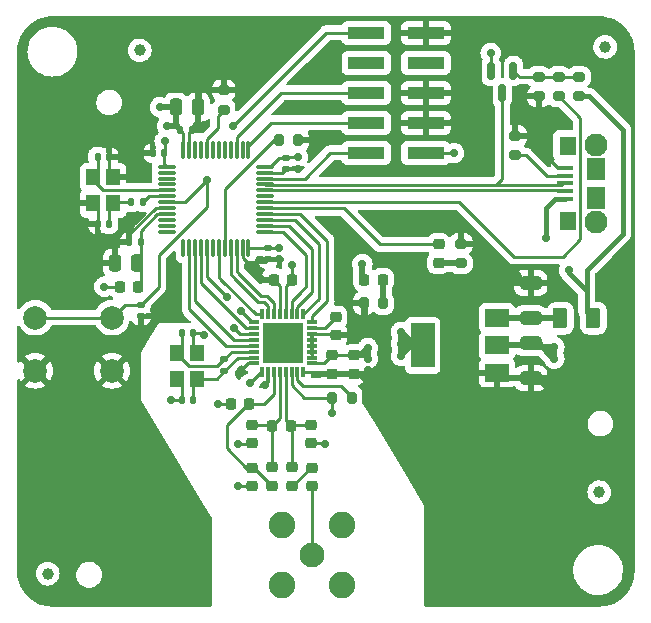
<source format=gbr>
%TF.GenerationSoftware,KiCad,Pcbnew,(6.0.4)*%
%TF.CreationDate,2022-08-12T18:00:06-03:00*%
%TF.ProjectId,rf-system-receiver,72662d73-7973-4746-956d-2d7265636569,rev?*%
%TF.SameCoordinates,Original*%
%TF.FileFunction,Copper,L1,Top*%
%TF.FilePolarity,Positive*%
%FSLAX46Y46*%
G04 Gerber Fmt 4.6, Leading zero omitted, Abs format (unit mm)*
G04 Created by KiCad (PCBNEW (6.0.4)) date 2022-08-12 18:00:06*
%MOMM*%
%LPD*%
G01*
G04 APERTURE LIST*
G04 Aperture macros list*
%AMRoundRect*
0 Rectangle with rounded corners*
0 $1 Rounding radius*
0 $2 $3 $4 $5 $6 $7 $8 $9 X,Y pos of 4 corners*
0 Add a 4 corners polygon primitive as box body*
4,1,4,$2,$3,$4,$5,$6,$7,$8,$9,$2,$3,0*
0 Add four circle primitives for the rounded corners*
1,1,$1+$1,$2,$3*
1,1,$1+$1,$4,$5*
1,1,$1+$1,$6,$7*
1,1,$1+$1,$8,$9*
0 Add four rect primitives between the rounded corners*
20,1,$1+$1,$2,$3,$4,$5,0*
20,1,$1+$1,$4,$5,$6,$7,0*
20,1,$1+$1,$6,$7,$8,$9,0*
20,1,$1+$1,$8,$9,$2,$3,0*%
G04 Aperture macros list end*
%TA.AperFunction,ComponentPad*%
%ADD10C,2.000000*%
%TD*%
%TA.AperFunction,SMDPad,CuDef*%
%ADD11RoundRect,0.075000X-0.662500X-0.075000X0.662500X-0.075000X0.662500X0.075000X-0.662500X0.075000X0*%
%TD*%
%TA.AperFunction,SMDPad,CuDef*%
%ADD12RoundRect,0.075000X-0.075000X-0.662500X0.075000X-0.662500X0.075000X0.662500X-0.075000X0.662500X0*%
%TD*%
%TA.AperFunction,SMDPad,CuDef*%
%ADD13RoundRect,0.140000X-0.170000X0.140000X-0.170000X-0.140000X0.170000X-0.140000X0.170000X0.140000X0*%
%TD*%
%TA.AperFunction,SMDPad,CuDef*%
%ADD14RoundRect,0.250000X-0.650000X0.325000X-0.650000X-0.325000X0.650000X-0.325000X0.650000X0.325000X0*%
%TD*%
%TA.AperFunction,SMDPad,CuDef*%
%ADD15RoundRect,0.218750X-0.218750X-0.256250X0.218750X-0.256250X0.218750X0.256250X-0.218750X0.256250X0*%
%TD*%
%TA.AperFunction,SMDPad,CuDef*%
%ADD16RoundRect,0.225000X0.225000X0.250000X-0.225000X0.250000X-0.225000X-0.250000X0.225000X-0.250000X0*%
%TD*%
%TA.AperFunction,SMDPad,CuDef*%
%ADD17RoundRect,0.218750X-0.256250X0.218750X-0.256250X-0.218750X0.256250X-0.218750X0.256250X0.218750X0*%
%TD*%
%TA.AperFunction,SMDPad,CuDef*%
%ADD18RoundRect,0.218750X0.218750X0.256250X-0.218750X0.256250X-0.218750X-0.256250X0.218750X-0.256250X0*%
%TD*%
%TA.AperFunction,SMDPad,CuDef*%
%ADD19RoundRect,0.135000X-0.135000X-0.185000X0.135000X-0.185000X0.135000X0.185000X-0.135000X0.185000X0*%
%TD*%
%TA.AperFunction,SMDPad,CuDef*%
%ADD20RoundRect,0.225000X0.250000X-0.225000X0.250000X0.225000X-0.250000X0.225000X-0.250000X-0.225000X0*%
%TD*%
%TA.AperFunction,SMDPad,CuDef*%
%ADD21C,1.000000*%
%TD*%
%TA.AperFunction,SMDPad,CuDef*%
%ADD22R,3.150000X1.000000*%
%TD*%
%TA.AperFunction,SMDPad,CuDef*%
%ADD23RoundRect,0.200000X0.200000X0.275000X-0.200000X0.275000X-0.200000X-0.275000X0.200000X-0.275000X0*%
%TD*%
%TA.AperFunction,SMDPad,CuDef*%
%ADD24RoundRect,0.225000X-0.225000X-0.250000X0.225000X-0.250000X0.225000X0.250000X-0.225000X0.250000X0*%
%TD*%
%TA.AperFunction,ComponentPad*%
%ADD25C,2.100000*%
%TD*%
%TA.AperFunction,ComponentPad*%
%ADD26C,2.250000*%
%TD*%
%TA.AperFunction,SMDPad,CuDef*%
%ADD27RoundRect,0.200000X-0.200000X-0.275000X0.200000X-0.275000X0.200000X0.275000X-0.200000X0.275000X0*%
%TD*%
%TA.AperFunction,SMDPad,CuDef*%
%ADD28RoundRect,0.250000X0.375000X0.625000X-0.375000X0.625000X-0.375000X-0.625000X0.375000X-0.625000X0*%
%TD*%
%TA.AperFunction,SMDPad,CuDef*%
%ADD29RoundRect,0.250000X-0.250000X-0.475000X0.250000X-0.475000X0.250000X0.475000X-0.250000X0.475000X0*%
%TD*%
%TA.AperFunction,SMDPad,CuDef*%
%ADD30RoundRect,0.225000X-0.250000X0.225000X-0.250000X-0.225000X0.250000X-0.225000X0.250000X0.225000X0*%
%TD*%
%TA.AperFunction,SMDPad,CuDef*%
%ADD31RoundRect,0.218750X0.256250X-0.218750X0.256250X0.218750X-0.256250X0.218750X-0.256250X-0.218750X0*%
%TD*%
%TA.AperFunction,SMDPad,CuDef*%
%ADD32RoundRect,0.140000X-0.140000X-0.170000X0.140000X-0.170000X0.140000X0.170000X-0.140000X0.170000X0*%
%TD*%
%TA.AperFunction,SMDPad,CuDef*%
%ADD33RoundRect,0.200000X0.275000X-0.200000X0.275000X0.200000X-0.275000X0.200000X-0.275000X-0.200000X0*%
%TD*%
%TA.AperFunction,SMDPad,CuDef*%
%ADD34R,0.300000X0.850000*%
%TD*%
%TA.AperFunction,SMDPad,CuDef*%
%ADD35R,0.850000X0.300000*%
%TD*%
%TA.AperFunction,SMDPad,CuDef*%
%ADD36R,3.400000X3.400000*%
%TD*%
%TA.AperFunction,SMDPad,CuDef*%
%ADD37RoundRect,0.135000X0.185000X-0.135000X0.185000X0.135000X-0.185000X0.135000X-0.185000X-0.135000X0*%
%TD*%
%TA.AperFunction,SMDPad,CuDef*%
%ADD38R,2.000000X1.500000*%
%TD*%
%TA.AperFunction,SMDPad,CuDef*%
%ADD39R,2.000000X3.800000*%
%TD*%
%TA.AperFunction,SMDPad,CuDef*%
%ADD40R,1.200000X1.400000*%
%TD*%
%TA.AperFunction,SMDPad,CuDef*%
%ADD41RoundRect,0.140000X0.140000X0.170000X-0.140000X0.170000X-0.140000X-0.170000X0.140000X-0.170000X0*%
%TD*%
%TA.AperFunction,SMDPad,CuDef*%
%ADD42R,1.350000X0.400000*%
%TD*%
%TA.AperFunction,ComponentPad*%
%ADD43C,1.950000*%
%TD*%
%TA.AperFunction,SMDPad,CuDef*%
%ADD44R,1.400000X1.600000*%
%TD*%
%TA.AperFunction,SMDPad,CuDef*%
%ADD45R,1.600000X1.900000*%
%TD*%
%TA.AperFunction,SMDPad,CuDef*%
%ADD46RoundRect,0.250000X0.250000X0.475000X-0.250000X0.475000X-0.250000X-0.475000X0.250000X-0.475000X0*%
%TD*%
%TA.AperFunction,SMDPad,CuDef*%
%ADD47RoundRect,0.200000X-0.275000X0.200000X-0.275000X-0.200000X0.275000X-0.200000X0.275000X0.200000X0*%
%TD*%
%TA.AperFunction,SMDPad,CuDef*%
%ADD48RoundRect,0.150000X-0.150000X0.587500X-0.150000X-0.587500X0.150000X-0.587500X0.150000X0.587500X0*%
%TD*%
%TA.AperFunction,SMDPad,CuDef*%
%ADD49RoundRect,0.250000X0.650000X-0.325000X0.650000X0.325000X-0.650000X0.325000X-0.650000X-0.325000X0*%
%TD*%
%TA.AperFunction,ViaPad*%
%ADD50C,0.700000*%
%TD*%
%TA.AperFunction,Conductor*%
%ADD51C,0.500000*%
%TD*%
%TA.AperFunction,Conductor*%
%ADD52C,0.250000*%
%TD*%
%TA.AperFunction,Conductor*%
%ADD53C,0.293370*%
%TD*%
%TA.AperFunction,Conductor*%
%ADD54C,0.261112*%
%TD*%
%TA.AperFunction,Conductor*%
%ADD55C,0.300000*%
%TD*%
%TA.AperFunction,Conductor*%
%ADD56C,0.400000*%
%TD*%
G04 APERTURE END LIST*
D10*
%TO.P,SW1,1,1*%
%TO.N,NRST*%
X118050000Y-62020000D03*
X124550000Y-62020000D03*
%TO.P,SW1,2,2*%
%TO.N,GND*%
X124550000Y-66520000D03*
X118050000Y-66520000D03*
%TD*%
D11*
%TO.P,U1,1,VBAT*%
%TO.N,+3V3*%
X129187500Y-49250000D03*
%TO.P,U1,2,PC13*%
%TO.N,unconnected-(U1-Pad2)*%
X129187500Y-49750000D03*
%TO.P,U1,3,PC14*%
%TO.N,unconnected-(U1-Pad3)*%
X129187500Y-50250000D03*
%TO.P,U1,4,PC15*%
%TO.N,unconnected-(U1-Pad4)*%
X129187500Y-50750000D03*
%TO.P,U1,5,PD0*%
%TO.N,OSC_IN*%
X129187500Y-51250000D03*
%TO.P,U1,6,PD1*%
%TO.N,OSC_OUT*%
X129187500Y-51750000D03*
%TO.P,U1,7,NRST*%
%TO.N,NRST*%
X129187500Y-52250000D03*
%TO.P,U1,8,VSSA*%
%TO.N,GND*%
X129187500Y-52750000D03*
%TO.P,U1,9,VDDA*%
%TO.N,+3.3VA*%
X129187500Y-53250000D03*
%TO.P,U1,10,PA0*%
%TO.N,unconnected-(U1-Pad10)*%
X129187500Y-53750000D03*
%TO.P,U1,11,PA1*%
%TO.N,unconnected-(U1-Pad11)*%
X129187500Y-54250000D03*
%TO.P,U1,12,PA2*%
%TO.N,unconnected-(U1-Pad12)*%
X129187500Y-54750000D03*
D12*
%TO.P,U1,13,PA3*%
%TO.N,unconnected-(U1-Pad13)*%
X130600000Y-56162500D03*
%TO.P,U1,14,PA4*%
%TO.N,SPI_CSN*%
X131100000Y-56162500D03*
%TO.P,U1,15,PA5*%
%TO.N,SPI_SCK*%
X131600000Y-56162500D03*
%TO.P,U1,16,PA6*%
%TO.N,SPI_MISO*%
X132100000Y-56162500D03*
%TO.P,U1,17,PA7*%
%TO.N,SPI_MOSI*%
X132600000Y-56162500D03*
%TO.P,U1,18,PB0*%
%TO.N,unconnected-(U1-Pad18)*%
X133100000Y-56162500D03*
%TO.P,U1,19,PB1*%
%TO.N,DR*%
X133600000Y-56162500D03*
%TO.P,U1,20,PB2*%
%TO.N,BOOT1*%
X134100000Y-56162500D03*
%TO.P,U1,21,PB10*%
%TO.N,AM*%
X134600000Y-56162500D03*
%TO.P,U1,22,PB11*%
%TO.N,CD*%
X135100000Y-56162500D03*
%TO.P,U1,23,VSS*%
%TO.N,GND*%
X135600000Y-56162500D03*
%TO.P,U1,24,VDD*%
%TO.N,+3V3*%
X136100000Y-56162500D03*
D11*
%TO.P,U1,25,PB12*%
%TO.N,UPCLK*%
X137512500Y-54750000D03*
%TO.P,U1,26,PB13*%
%TO.N,PWR_UP*%
X137512500Y-54250000D03*
%TO.P,U1,27,PB14*%
%TO.N,TRX_CE*%
X137512500Y-53750000D03*
%TO.P,U1,28,PB15*%
%TO.N,TX_EN*%
X137512500Y-53250000D03*
%TO.P,U1,29,PA8*%
%TO.N,STATUS*%
X137512500Y-52750000D03*
%TO.P,U1,30,PA9*%
%TO.N,USB_PULLUP*%
X137512500Y-52250000D03*
%TO.P,U1,31,PA10*%
%TO.N,unconnected-(U1-Pad31)*%
X137512500Y-51750000D03*
%TO.P,U1,32,PA11*%
%TO.N,USB_D-*%
X137512500Y-51250000D03*
%TO.P,U1,33,PA12*%
%TO.N,USB_D+*%
X137512500Y-50750000D03*
%TO.P,U1,34,PA13*%
%TO.N,SWDIO*%
X137512500Y-50250000D03*
%TO.P,U1,35,VSS*%
%TO.N,GND*%
X137512500Y-49750000D03*
%TO.P,U1,36,VDD*%
%TO.N,+3V3*%
X137512500Y-49250000D03*
D12*
%TO.P,U1,37,PA14*%
%TO.N,SWCLK*%
X136100000Y-47837500D03*
%TO.P,U1,38,PA15*%
%TO.N,unconnected-(U1-Pad38)*%
X135600000Y-47837500D03*
%TO.P,U1,39,PB3*%
%TO.N,SWO*%
X135100000Y-47837500D03*
%TO.P,U1,40,PB4*%
%TO.N,unconnected-(U1-Pad40)*%
X134600000Y-47837500D03*
%TO.P,U1,41,PB5*%
%TO.N,unconnected-(U1-Pad41)*%
X134100000Y-47837500D03*
%TO.P,U1,42,PB6*%
%TO.N,unconnected-(U1-Pad42)*%
X133600000Y-47837500D03*
%TO.P,U1,43,PB7*%
%TO.N,unconnected-(U1-Pad43)*%
X133100000Y-47837500D03*
%TO.P,U1,44,BOOT0*%
%TO.N,BOOT0*%
X132600000Y-47837500D03*
%TO.P,U1,45,PB8*%
%TO.N,unconnected-(U1-Pad45)*%
X132100000Y-47837500D03*
%TO.P,U1,46,PB9*%
%TO.N,unconnected-(U1-Pad46)*%
X131600000Y-47837500D03*
%TO.P,U1,47,VSS*%
%TO.N,GND*%
X131100000Y-47837500D03*
%TO.P,U1,48,VDD*%
%TO.N,+3V3*%
X130600000Y-47837500D03*
%TD*%
D13*
%TO.P,C15,1*%
%TO.N,+3V3*%
X139250000Y-48520000D03*
%TO.P,C15,2*%
%TO.N,GND*%
X139250000Y-49480000D03*
%TD*%
D14*
%TO.P,C8,1*%
%TO.N,+3V3*%
X160000000Y-64200000D03*
%TO.P,C8,2*%
%TO.N,GND*%
X160000000Y-67150000D03*
%TD*%
D15*
%TO.P,FB1,1*%
%TO.N,+3V3*%
X125212500Y-59400000D03*
%TO.P,FB1,2*%
%TO.N,+3.3VA*%
X126787500Y-59400000D03*
%TD*%
D16*
%TO.P,C7,1*%
%TO.N,Net-(C12-Pad1)*%
X136175000Y-69300000D03*
%TO.P,C7,2*%
%TO.N,GND*%
X134625000Y-69300000D03*
%TD*%
D17*
%TO.P,L2,1*%
%TO.N,Net-(C10-Pad2)*%
X139800000Y-74712500D03*
%TO.P,L2,2*%
%TO.N,Net-(C13-Pad1)*%
X139800000Y-76287500D03*
%TD*%
D18*
%TO.P,D1,1,K*%
%TO.N,Net-(D1-Pad1)*%
X147462500Y-58800000D03*
%TO.P,D1,2,A*%
%TO.N,+3V3*%
X145887500Y-58800000D03*
%TD*%
D19*
%TO.P,R5,1*%
%TO.N,Net-(C20-Pad1)*%
X126190000Y-52250000D03*
%TO.P,R5,2*%
%TO.N,OSC_OUT*%
X127210000Y-52250000D03*
%TD*%
D20*
%TO.P,C10,1*%
%TO.N,GND*%
X141400000Y-72675000D03*
%TO.P,C10,2*%
%TO.N,Net-(C10-Pad2)*%
X141400000Y-71125000D03*
%TD*%
D21*
%TO.P,FID4,*%
%TO.N,*%
X166300000Y-39100000D03*
%TD*%
D22*
%TO.P,J3,1,Pin_1*%
%TO.N,+3V3*%
X151125000Y-48080000D03*
%TO.P,J3,2,Pin_2*%
%TO.N,SWDIO*%
X146075000Y-48080000D03*
%TO.P,J3,3,Pin_3*%
%TO.N,GND*%
X151125000Y-45540000D03*
%TO.P,J3,4,Pin_4*%
%TO.N,SWCLK*%
X146075000Y-45540000D03*
%TO.P,J3,5,Pin_5*%
%TO.N,GND*%
X151125000Y-43000000D03*
%TO.P,J3,6,Pin_6*%
%TO.N,SWO*%
X146075000Y-43000000D03*
%TO.P,J3,7,Pin_7*%
%TO.N,unconnected-(J3-Pad7)*%
X151125000Y-40460000D03*
%TO.P,J3,8,Pin_8*%
%TO.N,unconnected-(J3-Pad8)*%
X146075000Y-40460000D03*
%TO.P,J3,9,Pin_9*%
%TO.N,GND*%
X151125000Y-37920000D03*
%TO.P,J3,10,Pin_10*%
%TO.N,NRST*%
X146075000Y-37920000D03*
%TD*%
D23*
%TO.P,R2,1*%
%TO.N,Net-(IC1-Pad23)*%
X144825000Y-68800000D03*
%TO.P,R2,2*%
%TO.N,GND*%
X143175000Y-68800000D03*
%TD*%
D24*
%TO.P,C1,1*%
%TO.N,GND*%
X138225000Y-58797745D03*
%TO.P,C1,2*%
%TO.N,+3V3*%
X139775000Y-58797745D03*
%TD*%
D25*
%TO.P,J2,1,1*%
%TO.N,Net-(C13-Pad2)*%
X141500000Y-82100000D03*
D26*
%TO.P,J2,2,2*%
%TO.N,GND*%
X144050000Y-84650000D03*
%TO.P,J2,3,3*%
X144050000Y-79550000D03*
%TO.P,J2,4,4*%
X138950000Y-79550000D03*
%TO.P,J2,5,5*%
X138950000Y-84650000D03*
%TD*%
D13*
%TO.P,C23,1*%
%TO.N,NRST*%
X127000000Y-60920000D03*
%TO.P,C23,2*%
%TO.N,GND*%
X127000000Y-61880000D03*
%TD*%
D27*
%TO.P,R6,1*%
%TO.N,BOOT1*%
X138675000Y-47000000D03*
%TO.P,R6,2*%
%TO.N,GND*%
X140325000Y-47000000D03*
%TD*%
D28*
%TO.P,F1,1*%
%TO.N,+5V*%
X165300000Y-62075000D03*
%TO.P,F1,2*%
%TO.N,Net-(C2-Pad1)*%
X162500000Y-62075000D03*
%TD*%
D29*
%TO.P,C14,1*%
%TO.N,+3V3*%
X129950000Y-44200000D03*
%TO.P,C14,2*%
%TO.N,GND*%
X131850000Y-44200000D03*
%TD*%
D21*
%TO.P,FID2,*%
%TO.N,*%
X165800000Y-76800000D03*
%TD*%
D30*
%TO.P,C13,1*%
%TO.N,Net-(C13-Pad1)*%
X141500000Y-74725000D03*
%TO.P,C13,2*%
%TO.N,Net-(C13-Pad2)*%
X141500000Y-76275000D03*
%TD*%
D31*
%TO.P,L3,1*%
%TO.N,Net-(C12-Pad1)*%
X138100000Y-76287500D03*
%TO.P,L3,2*%
%TO.N,Net-(C11-Pad1)*%
X138100000Y-74712500D03*
%TD*%
D32*
%TO.P,C19,1*%
%TO.N,OSC_IN*%
X123320000Y-48400000D03*
%TO.P,C19,2*%
%TO.N,GND*%
X124280000Y-48400000D03*
%TD*%
D23*
%TO.P,R3,1*%
%TO.N,Net-(D1-Pad1)*%
X147500000Y-60800000D03*
%TO.P,R3,2*%
%TO.N,GND*%
X145850000Y-60800000D03*
%TD*%
D33*
%TO.P,R9,1*%
%TO.N,+5V*%
X164090000Y-43292500D03*
%TO.P,R9,2*%
%TO.N,Net-(Q1-Pad1)*%
X164090000Y-41642500D03*
%TD*%
D32*
%TO.P,C4,1*%
%TO.N,XC1*%
X130440000Y-63285000D03*
%TO.P,C4,2*%
%TO.N,GND*%
X131400000Y-63285000D03*
%TD*%
D34*
%TO.P,IC1,1,TRX_CE*%
%TO.N,TRX_CE*%
X140750000Y-61700000D03*
%TO.P,IC1,2,PWR_UP*%
%TO.N,PWR_UP*%
X140250000Y-61700000D03*
%TO.P,IC1,3,UPCLK*%
%TO.N,UPCLK*%
X139750000Y-61700000D03*
%TO.P,IC1,4,VDD_1*%
%TO.N,+3V3*%
X139250000Y-61700000D03*
%TO.P,IC1,5,VSS_1*%
%TO.N,GND*%
X138750000Y-61700000D03*
%TO.P,IC1,6,CD*%
%TO.N,CD*%
X138250000Y-61700000D03*
%TO.P,IC1,7,AM*%
%TO.N,AM*%
X137750000Y-61700000D03*
%TO.P,IC1,8,DR*%
%TO.N,DR*%
X137250000Y-61700000D03*
D35*
%TO.P,IC1,9,VSS_2*%
%TO.N,GND*%
X136550000Y-62400000D03*
%TO.P,IC1,10,MISO*%
%TO.N,SPI_MISO*%
X136550000Y-62900000D03*
%TO.P,IC1,11,MOSI*%
%TO.N,SPI_MOSI*%
X136550000Y-63400000D03*
%TO.P,IC1,12,SCK*%
%TO.N,SPI_SCK*%
X136550000Y-63900000D03*
%TO.P,IC1,13,CSN*%
%TO.N,SPI_CSN*%
X136550000Y-64400000D03*
%TO.P,IC1,14,XC1*%
%TO.N,XC1*%
X136550000Y-64900000D03*
%TO.P,IC1,15,XC2*%
%TO.N,XC2*%
X136550000Y-65400000D03*
%TO.P,IC1,16,VSS_3*%
%TO.N,GND*%
X136550000Y-65900000D03*
D34*
%TO.P,IC1,17,VDD_2*%
%TO.N,+3V3*%
X137250000Y-66600000D03*
%TO.P,IC1,18,VSS_4*%
%TO.N,GND*%
X137750000Y-66600000D03*
%TO.P,IC1,19,VDD_PA*%
%TO.N,Net-(C12-Pad1)*%
X138250000Y-66600000D03*
%TO.P,IC1,20,ANT1*%
%TO.N,Net-(C11-Pad1)*%
X138750000Y-66600000D03*
%TO.P,IC1,21,ANT2*%
%TO.N,Net-(C10-Pad2)*%
X139250000Y-66600000D03*
%TO.P,IC1,22,VSS_5*%
%TO.N,GND*%
X139750000Y-66600000D03*
%TO.P,IC1,23,IREF*%
%TO.N,Net-(IC1-Pad23)*%
X140250000Y-66600000D03*
%TO.P,IC1,24,VSS_6*%
%TO.N,GND*%
X140750000Y-66600000D03*
D35*
%TO.P,IC1,25,VDD_3*%
%TO.N,+3V3*%
X141450000Y-65900000D03*
%TO.P,IC1,26,VSS_7*%
%TO.N,GND*%
X141450000Y-65400000D03*
%TO.P,IC1,27,VSS_8*%
X141450000Y-64900000D03*
%TO.P,IC1,28,VSS_9*%
X141450000Y-64400000D03*
%TO.P,IC1,29,VSS_10*%
X141450000Y-63900000D03*
%TO.P,IC1,30,VSS_11*%
X141450000Y-63400000D03*
%TO.P,IC1,31,DVDD_1V2*%
%TO.N,Net-(C3-Pad2)*%
X141450000Y-62900000D03*
%TO.P,IC1,32,TX_EN*%
%TO.N,TX_EN*%
X141450000Y-62400000D03*
D36*
%TO.P,IC1,33,EP*%
%TO.N,unconnected-(IC1-Pad33)*%
X139000000Y-64150000D03*
%TD*%
D37*
%TO.P,R1,1*%
%TO.N,XC2*%
X134070000Y-66520000D03*
%TO.P,R1,2*%
%TO.N,XC1*%
X134070000Y-65500000D03*
%TD*%
D18*
%TO.P,L1,1*%
%TO.N,Net-(C10-Pad2)*%
X139687500Y-71200000D03*
%TO.P,L1,2*%
%TO.N,Net-(C11-Pad1)*%
X138112500Y-71200000D03*
%TD*%
D30*
%TO.P,C11,1*%
%TO.N,Net-(C11-Pad1)*%
X136400000Y-71125000D03*
%TO.P,C11,2*%
%TO.N,GND*%
X136400000Y-72675000D03*
%TD*%
D38*
%TO.P,U2,1,GND*%
%TO.N,GND*%
X157150000Y-66675000D03*
D39*
%TO.P,U2,2,VO*%
%TO.N,+3V3*%
X150850000Y-64375000D03*
D38*
X157150000Y-64375000D03*
%TO.P,U2,3,VI*%
%TO.N,Net-(C2-Pad1)*%
X157150000Y-62075000D03*
%TD*%
D33*
%TO.P,R7,1*%
%TO.N,Net-(D2-Pad1)*%
X154093750Y-57425000D03*
%TO.P,R7,2*%
%TO.N,GND*%
X154093750Y-55775000D03*
%TD*%
D40*
%TO.P,X2,1,1*%
%TO.N,OSC_IN*%
X122950000Y-50150000D03*
%TO.P,X2,2,2*%
%TO.N,GND*%
X122950000Y-52350000D03*
%TO.P,X2,3,3*%
%TO.N,Net-(C20-Pad1)*%
X124650000Y-52350000D03*
%TO.P,X2,4,4*%
%TO.N,GND*%
X124650000Y-50150000D03*
%TD*%
D30*
%TO.P,C6,1*%
%TO.N,+3V3*%
X143200000Y-65225000D03*
%TO.P,C6,2*%
%TO.N,GND*%
X143200000Y-66775000D03*
%TD*%
D41*
%TO.P,C20,1*%
%TO.N,Net-(C20-Pad1)*%
X124280000Y-54100000D03*
%TO.P,C20,2*%
%TO.N,GND*%
X123320000Y-54100000D03*
%TD*%
D30*
%TO.P,C12,1*%
%TO.N,Net-(C12-Pad1)*%
X136400000Y-74725000D03*
%TO.P,C12,2*%
%TO.N,GND*%
X136400000Y-76275000D03*
%TD*%
D41*
%TO.P,C22,1*%
%TO.N,+3.3VA*%
X126980000Y-55650000D03*
%TO.P,C22,2*%
%TO.N,GND*%
X126020000Y-55650000D03*
%TD*%
D42*
%TO.P,J1,1,VBUS*%
%TO.N,+5V*%
X162890000Y-51967500D03*
%TO.P,J1,2,D-*%
%TO.N,USB_D-*%
X162890000Y-51317500D03*
%TO.P,J1,3,D+*%
%TO.N,USB_D+*%
X162890000Y-50667500D03*
%TO.P,J1,4,ID*%
%TO.N,Net-(J1-Pad4)*%
X162890000Y-50017500D03*
%TO.P,J1,5,GND*%
%TO.N,GND*%
X162890000Y-49367500D03*
D43*
%TO.P,J1,MH1*%
%TO.N,N/C*%
X165565000Y-53967500D03*
%TO.P,J1,MH2*%
X165565000Y-47367500D03*
D44*
%TO.P,J1,MP1*%
X163115000Y-53867500D03*
D45*
%TO.P,J1,MP2*%
X165565000Y-51867500D03*
%TO.P,J1,MP3*%
X165565000Y-49467500D03*
D44*
%TO.P,J1,MP4*%
X163115000Y-47467500D03*
%TD*%
D40*
%TO.P,X1,1,1*%
%TO.N,XC1*%
X130070000Y-64995000D03*
%TO.P,X1,2,2*%
%TO.N,GND*%
X130070000Y-67195000D03*
%TO.P,X1,3,3*%
%TO.N,XC2*%
X131770000Y-67195000D03*
%TO.P,X1,4,4*%
%TO.N,GND*%
X131770000Y-64995000D03*
%TD*%
D21*
%TO.P,FID3,*%
%TO.N,*%
X119100000Y-83700000D03*
%TD*%
D46*
%TO.P,C21,1*%
%TO.N,+3.3VA*%
X126700000Y-57400000D03*
%TO.P,C21,2*%
%TO.N,GND*%
X124800000Y-57400000D03*
%TD*%
D47*
%TO.P,R10,1*%
%TO.N,Net-(Q1-Pad1)*%
X160690000Y-41642500D03*
%TO.P,R10,2*%
%TO.N,GND*%
X160690000Y-43292500D03*
%TD*%
D20*
%TO.P,C3,1*%
%TO.N,GND*%
X143500000Y-63522745D03*
%TO.P,C3,2*%
%TO.N,Net-(C3-Pad2)*%
X143500000Y-61972745D03*
%TD*%
D48*
%TO.P,Q1,1,B*%
%TO.N,Net-(Q1-Pad1)*%
X158540000Y-41130000D03*
%TO.P,Q1,2,C*%
%TO.N,+3V3*%
X156640000Y-41130000D03*
%TO.P,Q1,3,E*%
%TO.N,USB_D+*%
X157590000Y-43005000D03*
%TD*%
D33*
%TO.P,R8,1*%
%TO.N,Net-(J1-Pad4)*%
X158690000Y-48292500D03*
%TO.P,R8,2*%
%TO.N,GND*%
X158690000Y-46642500D03*
%TD*%
D41*
%TO.P,C18,1*%
%TO.N,+3V3*%
X128980000Y-48100000D03*
%TO.P,C18,2*%
%TO.N,GND*%
X128020000Y-48100000D03*
%TD*%
D21*
%TO.P,FID1,*%
%TO.N,*%
X126900000Y-39400000D03*
%TD*%
D32*
%TO.P,C17,1*%
%TO.N,+3V3*%
X130320000Y-46100000D03*
%TO.P,C17,2*%
%TO.N,GND*%
X131280000Y-46100000D03*
%TD*%
D33*
%TO.P,R4,1*%
%TO.N,BOOT0*%
X134000000Y-44425000D03*
%TO.P,R4,2*%
%TO.N,GND*%
X134000000Y-42775000D03*
%TD*%
D47*
%TO.P,R11,1*%
%TO.N,Net-(Q1-Pad1)*%
X162390000Y-41642500D03*
%TO.P,R11,2*%
%TO.N,USB_PULLUP*%
X162390000Y-43292500D03*
%TD*%
D31*
%TO.P,D2,1,K*%
%TO.N,Net-(D2-Pad1)*%
X152193750Y-57387500D03*
%TO.P,D2,2,A*%
%TO.N,STATUS*%
X152193750Y-55812500D03*
%TD*%
D49*
%TO.P,C2,1*%
%TO.N,Net-(C2-Pad1)*%
X160000000Y-62050000D03*
%TO.P,C2,2*%
%TO.N,GND*%
X160000000Y-59100000D03*
%TD*%
D41*
%TO.P,C5,1*%
%TO.N,XC2*%
X131400000Y-69035000D03*
%TO.P,C5,2*%
%TO.N,GND*%
X130440000Y-69035000D03*
%TD*%
D13*
%TO.P,C16,1*%
%TO.N,+3V3*%
X137750000Y-56120000D03*
%TO.P,C16,2*%
%TO.N,GND*%
X137750000Y-57080000D03*
%TD*%
D30*
%TO.P,C9,1*%
%TO.N,+3V3*%
X145000000Y-65225000D03*
%TO.P,C9,2*%
%TO.N,GND*%
X145000000Y-66775000D03*
%TD*%
D50*
%TO.N,GND*%
X120000000Y-47000000D03*
X120000000Y-51000000D03*
X120000000Y-55000000D03*
X120000000Y-59000000D03*
X119987016Y-69987016D03*
X165000000Y-73974032D03*
X157000000Y-70000000D03*
X161000000Y-82000000D03*
X161000000Y-78000000D03*
X161000000Y-74000000D03*
X157000000Y-74000000D03*
X157000000Y-78000000D03*
X156987016Y-82000000D03*
X132000000Y-82000000D03*
X128000000Y-74000000D03*
X128000000Y-78000000D03*
X128000000Y-82000000D03*
X123999999Y-82000000D03*
X124000000Y-78000000D03*
X123999055Y-74000000D03*
X124000000Y-70000000D03*
X137100000Y-58700000D03*
X146000000Y-62000000D03*
X158500000Y-58000000D03*
X138700000Y-57100000D03*
X132300000Y-63500000D03*
X153400000Y-45500000D03*
X140300000Y-49400000D03*
X146200000Y-66500000D03*
X129500000Y-69000000D03*
X137500000Y-67700000D03*
X133500000Y-69300000D03*
X160700000Y-44500000D03*
X125300000Y-48400000D03*
X122200000Y-54100000D03*
X135500000Y-66500000D03*
X134000000Y-41600000D03*
X162000000Y-67500000D03*
X143200000Y-70100000D03*
X142600000Y-72700000D03*
X132300000Y-45700000D03*
X131900000Y-42600000D03*
X158000000Y-59000000D03*
X144800000Y-63500000D03*
X135200000Y-76300000D03*
X135500000Y-61500000D03*
X154093750Y-54600000D03*
X125000000Y-55700000D03*
X153400000Y-37900000D03*
X146200000Y-67400000D03*
X127000000Y-48100000D03*
X153400000Y-43000000D03*
X141500000Y-47000000D03*
X123500000Y-57400000D03*
X158700000Y-45400000D03*
X135200000Y-72700000D03*
X127000000Y-62800000D03*
X161600000Y-48700000D03*
X161500000Y-68500000D03*
%TO.N,+3V3*%
X138700000Y-56100000D03*
X136200000Y-67600000D03*
X149000000Y-64250000D03*
X145750000Y-57500000D03*
X123900000Y-59400000D03*
X162000000Y-65500000D03*
X153500000Y-48100000D03*
X156600000Y-39600000D03*
X146200000Y-65500000D03*
X129000000Y-47100000D03*
X129200000Y-45800000D03*
X162000000Y-64500000D03*
X149000000Y-63250000D03*
X149000000Y-65250000D03*
X139800000Y-57600000D03*
X128600000Y-44200000D03*
X140300000Y-48400000D03*
X146200000Y-64600000D03*
%TO.N,NRST*%
X132600000Y-50400000D03*
X134800000Y-45800000D03*
%TO.N,+5V*%
X161300000Y-55250000D03*
X163250000Y-58000000D03*
%TO.N,SPI_MOSI*%
X134300000Y-60300000D03*
X134900000Y-62900000D03*
%TD*%
D51*
%TO.N,GND*%
X131900000Y-44150000D02*
X131850000Y-44200000D01*
X161500000Y-68500000D02*
X161500000Y-68000000D01*
D52*
X124280000Y-49780000D02*
X124650000Y-50150000D01*
D51*
X160350000Y-67500000D02*
X160000000Y-67150000D01*
D52*
X135600000Y-56162500D02*
X135600000Y-56965006D01*
X138750000Y-61700000D02*
X138750000Y-59322745D01*
X128249276Y-52750000D02*
X126020000Y-54979276D01*
D51*
X160000000Y-67150000D02*
X157625000Y-67150000D01*
X131900000Y-42600000D02*
X131900000Y-44150000D01*
D52*
X144777255Y-63522745D02*
X144800000Y-63500000D01*
D51*
X132300000Y-45700000D02*
X131680000Y-45700000D01*
D52*
X137100000Y-58700000D02*
X138127255Y-58700000D01*
X143500000Y-63522745D02*
X144777255Y-63522745D01*
X135600000Y-56965006D02*
X135934994Y-57300000D01*
X131100000Y-47837500D02*
X131100000Y-46280000D01*
D53*
X135200000Y-72700000D02*
X136375000Y-72700000D01*
D52*
X137750000Y-57080000D02*
X138680000Y-57080000D01*
X151165000Y-45500000D02*
X151125000Y-45540000D01*
D51*
X131850000Y-44200000D02*
X131850000Y-45530000D01*
D52*
X141450000Y-63400000D02*
X143377255Y-63400000D01*
D53*
X141400000Y-72675000D02*
X142575000Y-72675000D01*
X139750000Y-66600000D02*
X139750000Y-67750000D01*
X143175000Y-70075000D02*
X143200000Y-70100000D01*
D52*
X124280000Y-48400000D02*
X124280000Y-49780000D01*
X153400000Y-37900000D02*
X151145000Y-37900000D01*
X135934994Y-57300000D02*
X137530000Y-57300000D01*
X151145000Y-37900000D02*
X151125000Y-37920000D01*
X129535000Y-69035000D02*
X129500000Y-69000000D01*
X125000000Y-55700000D02*
X125970000Y-55700000D01*
X138680000Y-57080000D02*
X138700000Y-57100000D01*
X136550000Y-65900000D02*
X136100000Y-65900000D01*
X129187500Y-52750000D02*
X128249276Y-52750000D01*
D54*
X158690000Y-46642500D02*
X158690000Y-45410000D01*
D52*
X123320000Y-54100000D02*
X123320000Y-52720000D01*
D51*
X145925000Y-66775000D02*
X146200000Y-66500000D01*
D52*
X154093750Y-55775000D02*
X154093750Y-54600000D01*
X139330000Y-49400000D02*
X139250000Y-49480000D01*
X140750000Y-66600000D02*
X144825000Y-66600000D01*
X130440000Y-69035000D02*
X130440000Y-67565000D01*
D51*
X131850000Y-45530000D02*
X131280000Y-46100000D01*
D54*
X162890000Y-49367500D02*
X162267500Y-49367500D01*
D52*
X124280000Y-48400000D02*
X125300000Y-48400000D01*
X131400000Y-63285000D02*
X132085000Y-63285000D01*
X137750000Y-67450000D02*
X137500000Y-67700000D01*
D51*
X158500000Y-58000000D02*
X158500000Y-58500000D01*
D52*
X131400000Y-64625000D02*
X131770000Y-64995000D01*
D53*
X133500000Y-69300000D02*
X134625000Y-69300000D01*
D52*
X137512500Y-49750000D02*
X138980000Y-49750000D01*
X153400000Y-45500000D02*
X151165000Y-45500000D01*
X127000000Y-48100000D02*
X128020000Y-48100000D01*
D51*
X160000000Y-59100000D02*
X159900000Y-59000000D01*
D52*
X136400000Y-62400000D02*
X135500000Y-61500000D01*
D55*
X137750000Y-66600000D02*
X137750000Y-67450000D01*
D51*
X160650000Y-67150000D02*
X160000000Y-67150000D01*
D52*
X130440000Y-67565000D02*
X130070000Y-67195000D01*
X134000000Y-41600000D02*
X134000000Y-42775000D01*
X138980000Y-49750000D02*
X139250000Y-49480000D01*
X136100000Y-65900000D02*
X135500000Y-66500000D01*
D51*
X162000000Y-67500000D02*
X162000000Y-68000000D01*
X157625000Y-67150000D02*
X157150000Y-66675000D01*
X162000000Y-67500000D02*
X160350000Y-67500000D01*
X146200000Y-66500000D02*
X146200000Y-67400000D01*
D53*
X143175000Y-68800000D02*
X143175000Y-70075000D01*
D52*
X123500000Y-57400000D02*
X124800000Y-57400000D01*
X138750000Y-59322745D02*
X138225000Y-58797745D01*
D51*
X146000000Y-62000000D02*
X146000000Y-60950000D01*
X159900000Y-59000000D02*
X158500000Y-59000000D01*
D52*
X144825000Y-66600000D02*
X145000000Y-66775000D01*
D53*
X142575000Y-72675000D02*
X142600000Y-72700000D01*
X136375000Y-72700000D02*
X136400000Y-72675000D01*
D51*
X159000000Y-59000000D02*
X159900000Y-59000000D01*
X162000000Y-68000000D02*
X161500000Y-68500000D01*
D52*
X125970000Y-55700000D02*
X126020000Y-55650000D01*
X141450000Y-65400000D02*
X141450000Y-63400000D01*
D51*
X145000000Y-66775000D02*
X145475000Y-66775000D01*
X161500000Y-68000000D02*
X162000000Y-67500000D01*
X145475000Y-66775000D02*
X146100000Y-67400000D01*
D53*
X140800000Y-68800000D02*
X143175000Y-68800000D01*
D51*
X158500000Y-58000000D02*
X159000000Y-58500000D01*
D52*
X122200000Y-54100000D02*
X123320000Y-54100000D01*
D51*
X158000000Y-59000000D02*
X158500000Y-59000000D01*
D52*
X138127255Y-58700000D02*
X138225000Y-58797745D01*
X132085000Y-63285000D02*
X132300000Y-63500000D01*
X126020000Y-54979276D02*
X126020000Y-55650000D01*
D51*
X158500000Y-58500000D02*
X159000000Y-59000000D01*
D52*
X127000000Y-61880000D02*
X127000000Y-62800000D01*
X143377255Y-63400000D02*
X143500000Y-63522745D01*
D53*
X136375000Y-76300000D02*
X136400000Y-76275000D01*
D51*
X145000000Y-66775000D02*
X145925000Y-66775000D01*
X161500000Y-68000000D02*
X160650000Y-67150000D01*
X159000000Y-58500000D02*
X159000000Y-59000000D01*
X158500000Y-59000000D02*
X159000000Y-59000000D01*
D52*
X136550000Y-62400000D02*
X136400000Y-62400000D01*
D51*
X158500000Y-58500000D02*
X158000000Y-59000000D01*
X146000000Y-60950000D02*
X145850000Y-60800000D01*
D54*
X160690000Y-43292500D02*
X160690000Y-44490000D01*
D52*
X130440000Y-69035000D02*
X129535000Y-69035000D01*
X140300000Y-49400000D02*
X139330000Y-49400000D01*
D53*
X139750000Y-67750000D02*
X140800000Y-68800000D01*
D52*
X137530000Y-57300000D02*
X137750000Y-57080000D01*
X140325000Y-47000000D02*
X141500000Y-47000000D01*
X153400000Y-43000000D02*
X151125000Y-43000000D01*
X131400000Y-63285000D02*
X131400000Y-64625000D01*
D54*
X160690000Y-44490000D02*
X160700000Y-44500000D01*
D52*
X131100000Y-46280000D02*
X131280000Y-46100000D01*
X123320000Y-52720000D02*
X122950000Y-52350000D01*
D51*
X131680000Y-45700000D02*
X131280000Y-46100000D01*
X146100000Y-67400000D02*
X146200000Y-67400000D01*
D53*
X135200000Y-76300000D02*
X136375000Y-76300000D01*
D54*
X162267500Y-49367500D02*
X161600000Y-48700000D01*
X158690000Y-45410000D02*
X158700000Y-45400000D01*
D51*
%TO.N,+3V3*%
X130020000Y-45800000D02*
X130320000Y-46100000D01*
D52*
X136100000Y-56162500D02*
X137707500Y-56162500D01*
D51*
X150125000Y-64375000D02*
X150850000Y-64375000D01*
X129950000Y-45730000D02*
X130320000Y-46100000D01*
X149000000Y-63750000D02*
X149375000Y-64125000D01*
D52*
X130600000Y-46380000D02*
X130320000Y-46100000D01*
X139250000Y-59322745D02*
X139775000Y-58797745D01*
X137512500Y-49250000D02*
X137950000Y-49250000D01*
D51*
X149000000Y-64250000D02*
X150725000Y-64250000D01*
X150725000Y-64250000D02*
X150850000Y-64375000D01*
X145925000Y-65225000D02*
X146200000Y-65500000D01*
X159825000Y-64375000D02*
X160000000Y-64200000D01*
X162000000Y-64500000D02*
X160300000Y-64500000D01*
D52*
X137250000Y-66600000D02*
X137200000Y-66600000D01*
D51*
X149000000Y-65250000D02*
X149375000Y-64875000D01*
X149000000Y-63250000D02*
X149000000Y-65250000D01*
X145575000Y-65225000D02*
X146200000Y-64600000D01*
X149750000Y-64250000D02*
X150725000Y-64250000D01*
X128600000Y-44200000D02*
X129950000Y-44200000D01*
D52*
X138700000Y-56100000D02*
X137770000Y-56100000D01*
X123900000Y-59400000D02*
X125212500Y-59400000D01*
D51*
X162000000Y-65500000D02*
X162000000Y-64500000D01*
X162000000Y-64500000D02*
X161500000Y-65000000D01*
D52*
X128980000Y-48100000D02*
X128980000Y-49042500D01*
X137200000Y-66600000D02*
X136200000Y-67600000D01*
D51*
X160300000Y-64500000D02*
X160000000Y-64200000D01*
X149375000Y-64125000D02*
X149375000Y-64875000D01*
D52*
X139250000Y-61700000D02*
X139250000Y-59322745D01*
D51*
X149000000Y-63250000D02*
X149000000Y-63750000D01*
D52*
X140300000Y-48400000D02*
X139370000Y-48400000D01*
X151145000Y-48100000D02*
X151125000Y-48080000D01*
D51*
X149375000Y-64875000D02*
X149750000Y-64500000D01*
D52*
X137950000Y-49250000D02*
X138680000Y-48520000D01*
D51*
X161500000Y-65000000D02*
X160700000Y-64200000D01*
X149000000Y-63250000D02*
X150125000Y-64375000D01*
D52*
X130600000Y-47837500D02*
X130600000Y-46380000D01*
D51*
X145750000Y-58662500D02*
X145887500Y-58800000D01*
X162000000Y-65500000D02*
X161500000Y-65000000D01*
X160700000Y-64200000D02*
X160000000Y-64200000D01*
X146200000Y-65500000D02*
X146200000Y-64600000D01*
D52*
X137770000Y-56100000D02*
X137750000Y-56120000D01*
D51*
X129950000Y-44200000D02*
X129950000Y-45730000D01*
D52*
X139775000Y-57625000D02*
X139800000Y-57600000D01*
X139370000Y-48400000D02*
X139250000Y-48520000D01*
D51*
X145000000Y-65225000D02*
X145575000Y-65225000D01*
X145750000Y-57500000D02*
X145750000Y-58662500D01*
D52*
X138680000Y-48520000D02*
X139250000Y-48520000D01*
D54*
X156600000Y-41090000D02*
X156640000Y-41130000D01*
D51*
X145000000Y-65225000D02*
X145925000Y-65225000D01*
D54*
X156600000Y-39600000D02*
X156600000Y-41090000D01*
D52*
X142525000Y-65900000D02*
X143200000Y-65225000D01*
X129000000Y-47100000D02*
X129000000Y-48080000D01*
X128980000Y-49042500D02*
X129187500Y-49250000D01*
X137707500Y-56162500D02*
X137750000Y-56120000D01*
X143200000Y-65225000D02*
X145000000Y-65225000D01*
D51*
X157150000Y-64375000D02*
X159825000Y-64375000D01*
X129200000Y-45800000D02*
X130020000Y-45800000D01*
D52*
X129000000Y-48080000D02*
X128980000Y-48100000D01*
X153500000Y-48100000D02*
X151145000Y-48100000D01*
X141450000Y-65900000D02*
X142525000Y-65900000D01*
D51*
X149750000Y-64500000D02*
X149750000Y-64250000D01*
D52*
X139775000Y-58797745D02*
X139775000Y-57625000D01*
D51*
%TO.N,Net-(C2-Pad1)*%
X157150000Y-62075000D02*
X159975000Y-62075000D01*
X162500000Y-62075000D02*
X160025000Y-62075000D01*
X160025000Y-62075000D02*
X160000000Y-62050000D01*
X159975000Y-62075000D02*
X160000000Y-62050000D01*
D52*
%TO.N,Net-(C3-Pad2)*%
X141450000Y-62900000D02*
X142572745Y-62900000D01*
X142572745Y-62900000D02*
X143500000Y-61972745D01*
%TO.N,XC1*%
X133470000Y-66100000D02*
X131075000Y-66100000D01*
X130070000Y-65095000D02*
X130070000Y-64995000D01*
X134670000Y-64900000D02*
X134070000Y-65500000D01*
X136550000Y-64900000D02*
X134670000Y-64900000D01*
X130440000Y-64625000D02*
X130070000Y-64995000D01*
X134070000Y-65500000D02*
X133470000Y-66100000D01*
X130440000Y-63285000D02*
X130440000Y-64625000D01*
X131075000Y-66100000D02*
X130070000Y-65095000D01*
%TO.N,XC2*%
X133395000Y-67195000D02*
X131770000Y-67195000D01*
X135190000Y-65400000D02*
X134070000Y-66520000D01*
X131400000Y-67565000D02*
X131770000Y-67195000D01*
X136550000Y-65400000D02*
X135190000Y-65400000D01*
X134070000Y-66520000D02*
X133395000Y-67195000D01*
X131400000Y-69035000D02*
X131400000Y-67565000D01*
D53*
%TO.N,Net-(C12-Pad1)*%
X136400000Y-74725000D02*
X136537500Y-74725000D01*
X137400000Y-69300000D02*
X136175000Y-69300000D01*
X136537500Y-74725000D02*
X138100000Y-76287500D01*
X136100000Y-69300000D02*
X134300000Y-71100000D01*
X138250000Y-68450000D02*
X137400000Y-69300000D01*
X136175000Y-69300000D02*
X136100000Y-69300000D01*
X135925000Y-74725000D02*
X136400000Y-74725000D01*
X138250000Y-66600000D02*
X138250000Y-68450000D01*
X134300000Y-73100000D02*
X135925000Y-74725000D01*
X134300000Y-71100000D02*
X134300000Y-73100000D01*
%TO.N,Net-(C10-Pad2)*%
X139800000Y-71312500D02*
X139800000Y-74712500D01*
X139250000Y-70762500D02*
X139687500Y-71200000D01*
X139687500Y-71200000D02*
X139800000Y-71312500D01*
X141400000Y-71125000D02*
X139762500Y-71125000D01*
X139250000Y-66600000D02*
X139250000Y-70762500D01*
X139762500Y-71125000D02*
X139687500Y-71200000D01*
%TO.N,Net-(C11-Pad1)*%
X138112500Y-74700000D02*
X138100000Y-74712500D01*
X138750000Y-70562500D02*
X138112500Y-71200000D01*
X138750000Y-66600000D02*
X138750000Y-70562500D01*
X138037500Y-71125000D02*
X138112500Y-71200000D01*
X138112500Y-71200000D02*
X138112500Y-74700000D01*
X136400000Y-71125000D02*
X138037500Y-71125000D01*
%TO.N,Net-(C13-Pad1)*%
X141500000Y-74725000D02*
X141362500Y-74725000D01*
X141362500Y-74725000D02*
X139800000Y-76287500D01*
%TO.N,Net-(C13-Pad2)*%
X141500000Y-76275000D02*
X141500000Y-82100000D01*
D52*
%TO.N,OSC_IN*%
X129187500Y-51250000D02*
X123800978Y-51250000D01*
X122950000Y-50399022D02*
X122950000Y-50150000D01*
X123800978Y-51250000D02*
X122950000Y-50399022D01*
X123320000Y-49780000D02*
X122950000Y-50150000D01*
X123320000Y-48400000D02*
X123320000Y-49780000D01*
%TO.N,Net-(C20-Pad1)*%
X126190000Y-52250000D02*
X124750000Y-52250000D01*
X124750000Y-52250000D02*
X124650000Y-52350000D01*
X124280000Y-52720000D02*
X124650000Y-52350000D01*
X124280000Y-54100000D02*
X124280000Y-52720000D01*
%TO.N,+3.3VA*%
X128384994Y-53250000D02*
X126980000Y-54654994D01*
X129187500Y-53250000D02*
X128384994Y-53250000D01*
X126980000Y-55650000D02*
X126980000Y-59207500D01*
X126980000Y-54654994D02*
X126980000Y-55650000D01*
X126980000Y-59207500D02*
X126787500Y-59400000D01*
%TO.N,NRST*%
X130750000Y-52250000D02*
X129187500Y-52250000D01*
X132600000Y-51500000D02*
X132600000Y-52640006D01*
X127000000Y-60920000D02*
X128500000Y-59420000D01*
X132600000Y-51500000D02*
X132600000Y-50400000D01*
X125650000Y-60920000D02*
X124550000Y-62020000D01*
X128500000Y-59420000D02*
X128500000Y-56700000D01*
X128540006Y-56700000D02*
X131100000Y-54140006D01*
X128500000Y-56700000D02*
X128540006Y-56700000D01*
X127000000Y-60920000D02*
X125650000Y-60920000D01*
X132600000Y-50400000D02*
X130750000Y-52250000D01*
X132600000Y-52640006D02*
X131100000Y-54140006D01*
X146075000Y-37920000D02*
X142680000Y-37920000D01*
X118050000Y-62020000D02*
X124550000Y-62020000D01*
X142680000Y-37920000D02*
X134800000Y-45800000D01*
D51*
%TO.N,Net-(D1-Pad1)*%
X147500000Y-58837500D02*
X147462500Y-58800000D01*
X147500000Y-60800000D02*
X147500000Y-58837500D01*
%TO.N,Net-(D2-Pad1)*%
X152193750Y-57387500D02*
X154056250Y-57387500D01*
X154056250Y-57387500D02*
X154093750Y-57425000D01*
D52*
%TO.N,STATUS*%
X147212500Y-55812500D02*
X152193750Y-55812500D01*
X144150000Y-52750000D02*
X147212500Y-55812500D01*
X137512500Y-52750000D02*
X144150000Y-52750000D01*
D56*
%TO.N,+5V*%
X162040000Y-51967500D02*
X161300000Y-52707500D01*
X164750000Y-59750000D02*
X164750000Y-61525000D01*
X167790000Y-54960000D02*
X164750000Y-58000000D01*
X164750000Y-59750000D02*
X163250000Y-58250000D01*
X164750000Y-58000000D02*
X164750000Y-59750000D01*
X167790000Y-46117500D02*
X167790000Y-54960000D01*
X164965000Y-43292500D02*
X167790000Y-46117500D01*
X164750000Y-61525000D02*
X165300000Y-62075000D01*
X161300000Y-52707500D02*
X161300000Y-55250000D01*
X164090000Y-43292500D02*
X164965000Y-43292500D01*
X163250000Y-58250000D02*
X163250000Y-58000000D01*
X162890000Y-51967500D02*
X162040000Y-51967500D01*
D52*
%TO.N,TRX_CE*%
X140000000Y-53750000D02*
X137512500Y-53750000D01*
X142045000Y-60405000D02*
X142045000Y-55795000D01*
X142045000Y-55795000D02*
X140000000Y-53750000D01*
X140750000Y-61700000D02*
X142045000Y-60405000D01*
%TO.N,PWR_UP*%
X141180000Y-60180000D02*
X140806128Y-60553873D01*
X139500000Y-54250000D02*
X141500000Y-56250000D01*
X140224511Y-61135489D02*
X140224511Y-61635489D01*
X141500000Y-56250000D02*
X141500000Y-59860000D01*
X141500000Y-59860000D02*
X140806128Y-60553873D01*
X137512500Y-54250000D02*
X139500000Y-54250000D01*
X140806128Y-60553873D02*
X140224511Y-61135489D01*
X141500000Y-59860001D02*
X141180000Y-60180000D01*
X141500000Y-59860000D02*
X141180000Y-60180000D01*
%TO.N,UPCLK*%
X137512500Y-54750000D02*
X139000000Y-54750000D01*
X141000000Y-59360000D02*
X140431127Y-59928872D01*
X141000000Y-56750000D02*
X141000000Y-59360000D01*
X139750000Y-60610000D02*
X139750000Y-61700000D01*
X140431127Y-59928872D02*
X139750000Y-60610000D01*
X141000000Y-59359999D02*
X140431127Y-59928872D01*
X139000000Y-54750000D02*
X141000000Y-56750000D01*
%TO.N,CD*%
X137700000Y-60197745D02*
X138250000Y-60747745D01*
X138250000Y-60747745D02*
X138250000Y-61700000D01*
X135100000Y-58097744D02*
X135251128Y-58248872D01*
X137200000Y-60197745D02*
X137700000Y-60197745D01*
X135100000Y-56162500D02*
X135100000Y-58097744D01*
X135100000Y-58097745D02*
X135251128Y-58248872D01*
X135251128Y-58248872D02*
X137200000Y-60197745D01*
%TO.N,AM*%
X134976127Y-58723873D02*
X136925000Y-60672745D01*
X134600000Y-58347746D02*
X134976127Y-58723873D01*
X137750000Y-60997745D02*
X137750000Y-61700000D01*
X136925000Y-60672745D02*
X137425000Y-60672745D01*
X137425000Y-60672745D02*
X137750000Y-60997745D01*
X134600000Y-56162500D02*
X134600000Y-58347746D01*
X134600000Y-58347745D02*
X134976127Y-58723873D01*
%TO.N,DR*%
X136702255Y-61700000D02*
X137250000Y-61700000D01*
X133600000Y-58597745D02*
X133801128Y-58798872D01*
X133600000Y-58597744D02*
X133801128Y-58798872D01*
X133600000Y-56162500D02*
X133600000Y-58597744D01*
X133801128Y-58798872D02*
X136702255Y-61700000D01*
%TO.N,SPI_MISO*%
X135902255Y-62900000D02*
X136550000Y-62900000D01*
X132100000Y-59097744D02*
X132401128Y-59398872D01*
X132100000Y-59097745D02*
X132401128Y-59398872D01*
X132401128Y-59398872D02*
X135902255Y-62900000D01*
X132100000Y-56162500D02*
X132100000Y-59097744D01*
%TO.N,SPI_MOSI*%
X132600000Y-58600000D02*
X132600000Y-56162500D01*
X135400000Y-63400000D02*
X134900000Y-62900000D01*
X136550000Y-63400000D02*
X135400000Y-63400000D01*
X134300000Y-60300000D02*
X132600000Y-58600000D01*
%TO.N,SPI_SCK*%
X134900000Y-63900000D02*
X136550000Y-63900000D01*
X131600000Y-60600000D02*
X134900000Y-63900000D01*
X131600000Y-56162500D02*
X131600000Y-60600000D01*
%TO.N,SPI_CSN*%
X131100000Y-56162500D02*
X131100000Y-61300000D01*
X131100000Y-61300000D02*
X134200000Y-64400000D01*
X134200000Y-64400000D02*
X136550000Y-64400000D01*
D53*
%TO.N,Net-(IC1-Pad23)*%
X144825000Y-68800000D02*
X144825000Y-68725000D01*
X140725978Y-67800000D02*
X140250000Y-67324022D01*
X140250000Y-66600000D02*
X140250000Y-67324022D01*
X143900000Y-67800000D02*
X141300000Y-67800000D01*
X141300000Y-67800000D02*
X140725978Y-67800000D01*
X144825000Y-68725000D02*
X144000000Y-67900000D01*
X144000000Y-67900000D02*
X143900000Y-67800000D01*
D52*
%TO.N,TX_EN*%
X142750000Y-60610001D02*
X142306128Y-61053873D01*
X137512500Y-53250000D02*
X140500000Y-53250000D01*
X141450000Y-61910000D02*
X141450000Y-62400000D01*
X142750000Y-60610000D02*
X142306128Y-61053873D01*
X142306128Y-61053873D02*
X141450000Y-61910000D01*
X142750000Y-55500000D02*
X142750000Y-60610001D01*
X140500000Y-53250000D02*
X142750000Y-55500000D01*
D54*
%TO.N,USB_D-*%
X137530343Y-51232157D02*
X139290000Y-51232156D01*
X137512500Y-51250000D02*
X137530343Y-51232157D01*
X139290000Y-51232156D02*
X162610000Y-51232156D01*
%TO.N,USB_D+*%
X137512500Y-50750000D02*
X137530343Y-50767843D01*
X157590000Y-50190000D02*
X157590000Y-50245688D01*
X157067844Y-50767844D02*
X157252156Y-50767844D01*
X137530343Y-50767843D02*
X139290000Y-50767844D01*
X139290000Y-50767844D02*
X157067844Y-50767844D01*
X157590000Y-43005000D02*
X157590000Y-50190000D01*
X157590000Y-50245688D02*
X157067844Y-50767844D01*
X157252156Y-50767844D02*
X162610000Y-50767844D01*
%TO.N,Net-(J1-Pad4)*%
X161340000Y-50017500D02*
X162890000Y-50017500D01*
X158690000Y-48292500D02*
X159615000Y-48292500D01*
X159615000Y-48292500D02*
X161340000Y-50017500D01*
D52*
%TO.N,SWDIO*%
X146075000Y-48080000D02*
X143020000Y-48080000D01*
X143020000Y-48080000D02*
X140850000Y-50250000D01*
X140850000Y-50250000D02*
X137512500Y-50250000D01*
%TO.N,SWCLK*%
X138018218Y-45540000D02*
X146075000Y-45540000D01*
X136100000Y-47458218D02*
X138018218Y-45540000D01*
X136100000Y-47837500D02*
X136100000Y-47458218D01*
%TO.N,SWO*%
X135100000Y-47837500D02*
X135100000Y-46753904D01*
X138853904Y-43000000D02*
X136476952Y-45376952D01*
X146075000Y-43000000D02*
X138853904Y-43000000D01*
X135100000Y-46753904D02*
X136476952Y-45376952D01*
D54*
%TO.N,Net-(Q1-Pad1)*%
X159052500Y-41642500D02*
X158540000Y-41130000D01*
X161165000Y-41642500D02*
X159052500Y-41642500D01*
X164090000Y-41642500D02*
X162390000Y-41642500D01*
X161165000Y-41642500D02*
X162390000Y-41642500D01*
X160690000Y-41642500D02*
X161165000Y-41642500D01*
D52*
%TO.N,BOOT0*%
X133500000Y-46000000D02*
X132600000Y-46900000D01*
X133500000Y-46000000D02*
X133500000Y-44925000D01*
X133500000Y-44925000D02*
X134000000Y-44425000D01*
X132600000Y-47837500D02*
X132600000Y-46900000D01*
%TO.N,OSC_OUT*%
X127710000Y-51750000D02*
X127210000Y-52250000D01*
X129187500Y-51750000D02*
X127710000Y-51750000D01*
%TO.N,BOOT1*%
X134100000Y-56162500D02*
X134100000Y-51140006D01*
X138240006Y-47000000D02*
X138675000Y-47000000D01*
X134100000Y-51140006D02*
X138240006Y-47000000D01*
D54*
%TO.N,USB_PULLUP*%
X164190000Y-45092500D02*
X162390000Y-43292500D01*
X137512500Y-52250000D02*
X153950000Y-52250000D01*
X158550000Y-56850000D02*
X162707500Y-56850000D01*
X164190000Y-55367500D02*
X164190000Y-45092500D01*
X153950000Y-52250000D02*
X158550000Y-56850000D01*
X162707500Y-56850000D02*
X164190000Y-55367500D01*
%TD*%
%TA.AperFunction,Conductor*%
%TO.N,GND*%
G36*
X129859532Y-56380544D02*
G01*
X129916368Y-56423091D01*
X129941179Y-56489611D01*
X129941500Y-56498600D01*
X129941500Y-56863244D01*
X129956519Y-56977324D01*
X129959678Y-56984951D01*
X129959679Y-56984954D01*
X129981647Y-57037988D01*
X130015314Y-57119268D01*
X130108843Y-57241157D01*
X130115393Y-57246183D01*
X130115394Y-57246184D01*
X130134165Y-57260587D01*
X130230733Y-57334686D01*
X130318682Y-57371116D01*
X130365049Y-57390322D01*
X130365051Y-57390322D01*
X130372676Y-57393481D01*
X130375320Y-57393829D01*
X130433732Y-57429430D01*
X130464755Y-57493290D01*
X130466500Y-57514188D01*
X130466500Y-61221233D01*
X130465973Y-61232416D01*
X130464298Y-61239909D01*
X130464547Y-61247835D01*
X130464547Y-61247836D01*
X130466438Y-61307986D01*
X130466500Y-61311945D01*
X130466500Y-61339856D01*
X130466997Y-61343790D01*
X130466997Y-61343791D01*
X130467005Y-61343856D01*
X130467938Y-61355693D01*
X130469327Y-61399889D01*
X130474978Y-61419339D01*
X130478987Y-61438700D01*
X130481526Y-61458797D01*
X130484445Y-61466168D01*
X130484445Y-61466170D01*
X130497804Y-61499912D01*
X130501649Y-61511142D01*
X130510254Y-61540761D01*
X130513982Y-61553593D01*
X130518015Y-61560412D01*
X130518017Y-61560417D01*
X130524293Y-61571028D01*
X130532988Y-61588776D01*
X130540448Y-61607617D01*
X130545110Y-61614033D01*
X130545110Y-61614034D01*
X130566436Y-61643387D01*
X130572952Y-61653307D01*
X130595458Y-61691362D01*
X130609779Y-61705683D01*
X130622619Y-61720716D01*
X130634528Y-61737107D01*
X130640634Y-61742158D01*
X130668605Y-61765298D01*
X130677384Y-61773288D01*
X131174672Y-62270576D01*
X131208698Y-62332888D01*
X131203633Y-62403703D01*
X131161086Y-62460539D01*
X131120731Y-62480668D01*
X131071412Y-62494997D01*
X131036258Y-62500000D01*
X130805533Y-62500000D01*
X130770382Y-62494997D01*
X130744899Y-62487594D01*
X130688431Y-62471188D01*
X130688426Y-62471187D01*
X130682254Y-62469394D01*
X130675849Y-62468890D01*
X130675844Y-62468889D01*
X130647940Y-62466693D01*
X130647932Y-62466693D01*
X130645484Y-62466500D01*
X130234516Y-62466500D01*
X130232068Y-62466693D01*
X130232060Y-62466693D01*
X130204156Y-62468889D01*
X130204151Y-62468890D01*
X130197746Y-62469394D01*
X130191574Y-62471187D01*
X130191569Y-62471188D01*
X130135101Y-62487594D01*
X130109618Y-62494997D01*
X130074467Y-62500000D01*
X128500000Y-62500000D01*
X127780236Y-63699607D01*
X127112201Y-64812999D01*
X127000000Y-65000000D01*
X127000000Y-69000000D01*
X127008812Y-69014686D01*
X127008812Y-69014687D01*
X128523597Y-71539328D01*
X132282790Y-77804649D01*
X132982044Y-78970073D01*
X133000000Y-79034899D01*
X133000000Y-86365500D01*
X132979998Y-86433621D01*
X132926342Y-86480114D01*
X132874000Y-86491500D01*
X119549367Y-86491500D01*
X119529982Y-86490000D01*
X119515149Y-86487690D01*
X119515145Y-86487690D01*
X119506276Y-86486309D01*
X119487564Y-86488756D01*
X119464634Y-86489647D01*
X119193897Y-86475458D01*
X119180791Y-86474081D01*
X118965866Y-86440040D01*
X118884555Y-86427162D01*
X118871655Y-86424420D01*
X118726804Y-86385608D01*
X118581948Y-86346793D01*
X118569414Y-86342721D01*
X118289412Y-86235237D01*
X118277365Y-86229874D01*
X118010130Y-86093711D01*
X117998714Y-86087120D01*
X117747168Y-85923764D01*
X117736505Y-85916016D01*
X117503427Y-85727273D01*
X117493626Y-85718448D01*
X117281552Y-85506374D01*
X117272727Y-85496573D01*
X117083984Y-85263495D01*
X117076236Y-85252832D01*
X116912880Y-85001286D01*
X116906289Y-84989870D01*
X116770126Y-84722635D01*
X116764762Y-84710587D01*
X116760857Y-84700413D01*
X116657279Y-84430586D01*
X116653205Y-84418047D01*
X116652898Y-84416899D01*
X116614392Y-84273196D01*
X116575580Y-84128345D01*
X116572838Y-84115445D01*
X116543242Y-83928584D01*
X116525919Y-83819209D01*
X116524542Y-83806098D01*
X116524223Y-83800000D01*
X116518246Y-83685963D01*
X118094757Y-83685963D01*
X118111175Y-83881483D01*
X118165258Y-84070091D01*
X118168076Y-84075574D01*
X118252123Y-84239113D01*
X118252126Y-84239117D01*
X118254944Y-84244601D01*
X118376818Y-84398369D01*
X118381511Y-84402363D01*
X118381512Y-84402364D01*
X118509605Y-84511379D01*
X118526238Y-84525535D01*
X118531616Y-84528541D01*
X118531618Y-84528542D01*
X118567932Y-84548837D01*
X118697513Y-84621257D01*
X118884118Y-84681889D01*
X119078946Y-84705121D01*
X119085081Y-84704649D01*
X119085083Y-84704649D01*
X119268434Y-84690541D01*
X119268438Y-84690540D01*
X119274576Y-84690068D01*
X119463556Y-84637303D01*
X119638689Y-84548837D01*
X119668515Y-84525535D01*
X119788453Y-84431829D01*
X119793303Y-84428040D01*
X119823084Y-84393539D01*
X119917485Y-84284173D01*
X119917485Y-84284172D01*
X119921509Y-84279511D01*
X120018425Y-84108909D01*
X120080358Y-83922732D01*
X120099464Y-83771489D01*
X121511227Y-83771489D01*
X121511605Y-83777255D01*
X121513096Y-83799999D01*
X121513096Y-83800000D01*
X121517701Y-83870253D01*
X121524263Y-83970380D01*
X121525684Y-83975976D01*
X121525685Y-83975981D01*
X121557959Y-84103056D01*
X121573326Y-84163564D01*
X121575743Y-84168807D01*
X121610684Y-84244601D01*
X121656772Y-84344573D01*
X121660105Y-84349289D01*
X121715761Y-84428040D01*
X121771807Y-84507344D01*
X121914578Y-84646425D01*
X122080304Y-84757160D01*
X122085607Y-84759438D01*
X122085610Y-84759440D01*
X122258128Y-84833559D01*
X122263435Y-84835839D01*
X122335516Y-84852149D01*
X122452201Y-84878553D01*
X122452207Y-84878554D01*
X122457838Y-84879828D01*
X122463609Y-84880055D01*
X122463611Y-84880055D01*
X122524556Y-84882449D01*
X122657001Y-84887653D01*
X122756959Y-84873160D01*
X122848535Y-84859883D01*
X122848540Y-84859882D01*
X122854256Y-84859053D01*
X122859728Y-84857195D01*
X122859730Y-84857195D01*
X123037532Y-84796839D01*
X123037534Y-84796838D01*
X123042996Y-84794984D01*
X123216899Y-84697594D01*
X123370143Y-84570143D01*
X123497594Y-84416899D01*
X123594984Y-84242996D01*
X123636794Y-84119830D01*
X123657195Y-84059730D01*
X123657195Y-84059728D01*
X123659053Y-84054256D01*
X123659882Y-84048540D01*
X123659883Y-84048535D01*
X123684993Y-83875344D01*
X123687653Y-83857001D01*
X123689146Y-83800000D01*
X123670908Y-83601519D01*
X123666759Y-83586805D01*
X123618373Y-83415244D01*
X123618372Y-83415242D01*
X123616805Y-83409685D01*
X123603746Y-83383202D01*
X123531205Y-83236104D01*
X123528650Y-83230923D01*
X123409393Y-83071219D01*
X123317669Y-82986430D01*
X123267275Y-82939846D01*
X123263030Y-82935922D01*
X123258147Y-82932841D01*
X123258143Y-82932838D01*
X123099346Y-82832645D01*
X123099341Y-82832643D01*
X123094462Y-82829564D01*
X122909334Y-82755705D01*
X122713847Y-82716820D01*
X122708072Y-82716744D01*
X122708068Y-82716744D01*
X122608588Y-82715442D01*
X122514547Y-82714211D01*
X122508850Y-82715190D01*
X122508849Y-82715190D01*
X122492805Y-82717947D01*
X122318108Y-82747966D01*
X122131111Y-82816953D01*
X121959816Y-82918862D01*
X121809961Y-83050281D01*
X121686565Y-83206809D01*
X121683876Y-83211920D01*
X121683874Y-83211923D01*
X121654741Y-83267297D01*
X121593760Y-83383202D01*
X121585537Y-83409685D01*
X121546020Y-83536951D01*
X121534654Y-83573554D01*
X121511227Y-83771489D01*
X120099464Y-83771489D01*
X120104949Y-83728071D01*
X120105341Y-83700000D01*
X120086194Y-83504728D01*
X120084413Y-83498829D01*
X120084412Y-83498824D01*
X120031265Y-83322793D01*
X120029484Y-83316894D01*
X119937370Y-83143653D01*
X119813361Y-82991602D01*
X119662180Y-82866535D01*
X119489585Y-82773213D01*
X119395868Y-82744203D01*
X119308039Y-82717015D01*
X119308036Y-82717014D01*
X119302152Y-82715193D01*
X119296027Y-82714549D01*
X119296026Y-82714549D01*
X119113147Y-82695327D01*
X119113146Y-82695327D01*
X119107019Y-82694683D01*
X118994051Y-82704964D01*
X118917759Y-82711907D01*
X118917758Y-82711907D01*
X118911618Y-82712466D01*
X118905704Y-82714207D01*
X118905702Y-82714207D01*
X118892995Y-82717947D01*
X118723393Y-82767864D01*
X118717928Y-82770721D01*
X118554972Y-82855912D01*
X118554968Y-82855915D01*
X118549512Y-82858767D01*
X118544712Y-82862627D01*
X118544711Y-82862627D01*
X118510326Y-82890273D01*
X118396600Y-82981711D01*
X118270480Y-83132016D01*
X118267516Y-83137408D01*
X118267513Y-83137412D01*
X118205886Y-83249512D01*
X118175956Y-83303954D01*
X118174095Y-83309821D01*
X118174094Y-83309823D01*
X118152440Y-83378084D01*
X118116628Y-83490978D01*
X118094757Y-83685963D01*
X116518246Y-83685963D01*
X116510932Y-83546409D01*
X116512505Y-83518915D01*
X116513576Y-83512552D01*
X116513729Y-83500000D01*
X116509773Y-83472376D01*
X116508500Y-83454514D01*
X116508500Y-67752670D01*
X117182160Y-67752670D01*
X117187887Y-67760320D01*
X117359042Y-67865205D01*
X117367837Y-67869687D01*
X117577988Y-67956734D01*
X117587373Y-67959783D01*
X117808554Y-68012885D01*
X117818301Y-68014428D01*
X118045070Y-68032275D01*
X118054930Y-68032275D01*
X118281699Y-68014428D01*
X118291446Y-68012885D01*
X118512627Y-67959783D01*
X118522012Y-67956734D01*
X118732163Y-67869687D01*
X118740958Y-67865205D01*
X118908445Y-67762568D01*
X118917400Y-67752670D01*
X123682160Y-67752670D01*
X123687887Y-67760320D01*
X123859042Y-67865205D01*
X123867837Y-67869687D01*
X124077988Y-67956734D01*
X124087373Y-67959783D01*
X124308554Y-68012885D01*
X124318301Y-68014428D01*
X124545070Y-68032275D01*
X124554930Y-68032275D01*
X124781699Y-68014428D01*
X124791446Y-68012885D01*
X125012627Y-67959783D01*
X125022012Y-67956734D01*
X125232163Y-67869687D01*
X125240958Y-67865205D01*
X125408445Y-67762568D01*
X125417907Y-67752110D01*
X125414124Y-67743334D01*
X124562812Y-66892022D01*
X124548868Y-66884408D01*
X124547035Y-66884539D01*
X124540420Y-66888790D01*
X123688920Y-67740290D01*
X123682160Y-67752670D01*
X118917400Y-67752670D01*
X118917907Y-67752110D01*
X118914124Y-67743334D01*
X118062812Y-66892022D01*
X118048868Y-66884408D01*
X118047035Y-66884539D01*
X118040420Y-66888790D01*
X117188920Y-67740290D01*
X117182160Y-67752670D01*
X116508500Y-67752670D01*
X116508500Y-67337395D01*
X116528502Y-67269274D01*
X116582158Y-67222781D01*
X116652432Y-67212677D01*
X116717012Y-67242171D01*
X116741932Y-67271560D01*
X116807432Y-67378445D01*
X116817890Y-67387907D01*
X116826666Y-67384124D01*
X117677978Y-66532812D01*
X117684356Y-66521132D01*
X118414408Y-66521132D01*
X118414539Y-66522965D01*
X118418790Y-66529580D01*
X119270290Y-67381080D01*
X119282670Y-67387840D01*
X119290320Y-67382113D01*
X119395205Y-67210958D01*
X119399687Y-67202163D01*
X119486734Y-66992012D01*
X119489783Y-66982627D01*
X119542885Y-66761446D01*
X119544428Y-66751699D01*
X119562275Y-66524930D01*
X123037725Y-66524930D01*
X123055572Y-66751699D01*
X123057115Y-66761446D01*
X123110217Y-66982627D01*
X123113266Y-66992012D01*
X123200313Y-67202163D01*
X123204795Y-67210958D01*
X123307432Y-67378445D01*
X123317890Y-67387907D01*
X123326666Y-67384124D01*
X124177978Y-66532812D01*
X124184356Y-66521132D01*
X124914408Y-66521132D01*
X124914539Y-66522965D01*
X124918790Y-66529580D01*
X125770290Y-67381080D01*
X125782670Y-67387840D01*
X125790320Y-67382113D01*
X125895205Y-67210958D01*
X125899687Y-67202163D01*
X125986734Y-66992012D01*
X125989783Y-66982627D01*
X126042885Y-66761446D01*
X126044428Y-66751699D01*
X126062275Y-66524930D01*
X126062275Y-66515070D01*
X126044428Y-66288301D01*
X126042885Y-66278554D01*
X125989783Y-66057373D01*
X125986734Y-66047988D01*
X125899687Y-65837837D01*
X125895205Y-65829042D01*
X125792568Y-65661555D01*
X125782110Y-65652093D01*
X125773334Y-65655876D01*
X124922022Y-66507188D01*
X124914408Y-66521132D01*
X124184356Y-66521132D01*
X124185592Y-66518868D01*
X124185461Y-66517035D01*
X124181210Y-66510420D01*
X123329710Y-65658920D01*
X123317330Y-65652160D01*
X123309680Y-65657887D01*
X123204795Y-65829042D01*
X123200313Y-65837837D01*
X123113266Y-66047988D01*
X123110217Y-66057373D01*
X123057115Y-66278554D01*
X123055572Y-66288301D01*
X123037725Y-66515070D01*
X123037725Y-66524930D01*
X119562275Y-66524930D01*
X119562275Y-66515070D01*
X119544428Y-66288301D01*
X119542885Y-66278554D01*
X119489783Y-66057373D01*
X119486734Y-66047988D01*
X119399687Y-65837837D01*
X119395205Y-65829042D01*
X119292568Y-65661555D01*
X119282110Y-65652093D01*
X119273334Y-65655876D01*
X118422022Y-66507188D01*
X118414408Y-66521132D01*
X117684356Y-66521132D01*
X117685592Y-66518868D01*
X117685461Y-66517035D01*
X117681210Y-66510420D01*
X116829710Y-65658920D01*
X116817330Y-65652160D01*
X116809680Y-65657887D01*
X116741932Y-65768440D01*
X116689285Y-65816072D01*
X116619243Y-65827678D01*
X116554046Y-65799574D01*
X116514392Y-65740684D01*
X116508500Y-65702605D01*
X116508500Y-65287890D01*
X117182093Y-65287890D01*
X117185876Y-65296666D01*
X118037188Y-66147978D01*
X118051132Y-66155592D01*
X118052965Y-66155461D01*
X118059580Y-66151210D01*
X118911080Y-65299710D01*
X118917534Y-65287890D01*
X123682093Y-65287890D01*
X123685876Y-65296666D01*
X124537188Y-66147978D01*
X124551132Y-66155592D01*
X124552965Y-66155461D01*
X124559580Y-66151210D01*
X125411080Y-65299710D01*
X125417840Y-65287330D01*
X125412113Y-65279680D01*
X125240958Y-65174795D01*
X125232163Y-65170313D01*
X125022012Y-65083266D01*
X125012627Y-65080217D01*
X124791446Y-65027115D01*
X124781699Y-65025572D01*
X124554930Y-65007725D01*
X124545070Y-65007725D01*
X124318301Y-65025572D01*
X124308554Y-65027115D01*
X124087373Y-65080217D01*
X124077988Y-65083266D01*
X123867837Y-65170313D01*
X123859042Y-65174795D01*
X123691555Y-65277432D01*
X123682093Y-65287890D01*
X118917534Y-65287890D01*
X118917840Y-65287330D01*
X118912113Y-65279680D01*
X118740958Y-65174795D01*
X118732163Y-65170313D01*
X118522012Y-65083266D01*
X118512627Y-65080217D01*
X118291446Y-65027115D01*
X118281699Y-65025572D01*
X118054930Y-65007725D01*
X118045070Y-65007725D01*
X117818301Y-65025572D01*
X117808554Y-65027115D01*
X117587373Y-65080217D01*
X117577988Y-65083266D01*
X117367837Y-65170313D01*
X117359042Y-65174795D01*
X117191555Y-65277432D01*
X117182093Y-65287890D01*
X116508500Y-65287890D01*
X116508500Y-62838354D01*
X116528502Y-62770233D01*
X116582158Y-62723740D01*
X116652432Y-62713636D01*
X116717012Y-62743130D01*
X116741933Y-62772519D01*
X116823241Y-62905202D01*
X116823245Y-62905208D01*
X116825824Y-62909416D01*
X116980031Y-63089969D01*
X117160584Y-63244176D01*
X117164792Y-63246755D01*
X117164798Y-63246759D01*
X117295126Y-63326624D01*
X117363037Y-63368240D01*
X117367607Y-63370133D01*
X117367611Y-63370135D01*
X117577833Y-63457211D01*
X117582406Y-63459105D01*
X117630532Y-63470659D01*
X117808476Y-63513380D01*
X117808482Y-63513381D01*
X117813289Y-63514535D01*
X118050000Y-63533165D01*
X118286711Y-63514535D01*
X118291518Y-63513381D01*
X118291524Y-63513380D01*
X118469468Y-63470659D01*
X118517594Y-63459105D01*
X118522167Y-63457211D01*
X118732389Y-63370135D01*
X118732393Y-63370133D01*
X118736963Y-63368240D01*
X118804874Y-63326624D01*
X118935202Y-63246759D01*
X118935208Y-63246755D01*
X118939416Y-63244176D01*
X119119969Y-63089969D01*
X119274176Y-62909416D01*
X119276755Y-62905208D01*
X119276759Y-62905202D01*
X119394133Y-62713665D01*
X119446781Y-62666034D01*
X119501566Y-62653500D01*
X123098434Y-62653500D01*
X123166555Y-62673502D01*
X123205867Y-62713665D01*
X123323241Y-62905202D01*
X123323245Y-62905208D01*
X123325824Y-62909416D01*
X123480031Y-63089969D01*
X123660584Y-63244176D01*
X123664792Y-63246755D01*
X123664798Y-63246759D01*
X123795126Y-63326624D01*
X123863037Y-63368240D01*
X123867607Y-63370133D01*
X123867611Y-63370135D01*
X124077833Y-63457211D01*
X124082406Y-63459105D01*
X124130532Y-63470659D01*
X124308476Y-63513380D01*
X124308482Y-63513381D01*
X124313289Y-63514535D01*
X124550000Y-63533165D01*
X124786711Y-63514535D01*
X124791518Y-63513381D01*
X124791524Y-63513380D01*
X124969468Y-63470659D01*
X125017594Y-63459105D01*
X125022167Y-63457211D01*
X125232389Y-63370135D01*
X125232393Y-63370133D01*
X125236963Y-63368240D01*
X125304874Y-63326624D01*
X125435202Y-63246759D01*
X125435208Y-63246755D01*
X125439416Y-63244176D01*
X125619969Y-63089969D01*
X125774176Y-62909416D01*
X125776755Y-62905208D01*
X125776759Y-62905202D01*
X125895654Y-62711183D01*
X125898240Y-62706963D01*
X125915194Y-62666034D01*
X125987211Y-62492167D01*
X125987212Y-62492165D01*
X125989105Y-62487594D01*
X126021756Y-62351593D01*
X126057108Y-62290024D01*
X126120135Y-62257341D01*
X126190826Y-62263922D01*
X126246737Y-62307676D01*
X126252729Y-62316868D01*
X126309876Y-62413499D01*
X126319516Y-62425926D01*
X126424074Y-62530484D01*
X126436501Y-62540124D01*
X126563780Y-62615396D01*
X126578216Y-62621643D01*
X126721641Y-62663312D01*
X126729609Y-62664768D01*
X126743031Y-62661948D01*
X126746000Y-62650487D01*
X126746000Y-62648424D01*
X127254000Y-62648424D01*
X127258344Y-62663219D01*
X127268775Y-62665063D01*
X127278359Y-62663312D01*
X127421784Y-62621643D01*
X127436220Y-62615396D01*
X127563499Y-62540124D01*
X127575926Y-62530484D01*
X127680484Y-62425926D01*
X127690124Y-62413499D01*
X127765396Y-62286220D01*
X127771643Y-62271784D01*
X127806619Y-62151395D01*
X127806579Y-62137295D01*
X127799309Y-62134000D01*
X127272115Y-62134000D01*
X127256876Y-62138475D01*
X127255671Y-62139865D01*
X127254000Y-62147548D01*
X127254000Y-62648424D01*
X126746000Y-62648424D01*
X126746000Y-61834500D01*
X126766002Y-61766379D01*
X126819658Y-61719886D01*
X126872000Y-61708500D01*
X127235484Y-61708500D01*
X127237932Y-61708307D01*
X127237940Y-61708307D01*
X127265844Y-61706111D01*
X127265849Y-61706110D01*
X127272254Y-61705606D01*
X127371005Y-61676916D01*
X127421984Y-61662106D01*
X127421986Y-61662105D01*
X127429597Y-61659894D01*
X127457240Y-61643546D01*
X127521379Y-61626000D01*
X127793558Y-61626000D01*
X127807089Y-61622027D01*
X127808224Y-61614129D01*
X127771643Y-61488216D01*
X127765395Y-61473778D01*
X127759984Y-61464628D01*
X127742526Y-61395812D01*
X127759985Y-61336353D01*
X127765857Y-61326423D01*
X127769894Y-61319597D01*
X127772695Y-61309958D01*
X127793693Y-61237679D01*
X127815606Y-61162254D01*
X127817789Y-61134526D01*
X127818307Y-61127940D01*
X127818307Y-61127932D01*
X127818500Y-61125484D01*
X127818500Y-61049594D01*
X127838502Y-60981473D01*
X127855405Y-60960499D01*
X128892247Y-59923657D01*
X128900537Y-59916113D01*
X128907018Y-59912000D01*
X128926025Y-59891760D01*
X128953658Y-59862333D01*
X128956413Y-59859491D01*
X128976134Y-59839770D01*
X128978612Y-59836575D01*
X128986318Y-59827553D01*
X129011158Y-59801101D01*
X129016586Y-59795321D01*
X129026346Y-59777568D01*
X129037199Y-59761045D01*
X129044753Y-59751306D01*
X129049613Y-59745041D01*
X129067176Y-59704457D01*
X129072383Y-59693827D01*
X129093695Y-59655060D01*
X129095666Y-59647383D01*
X129095668Y-59647378D01*
X129098732Y-59635442D01*
X129105138Y-59616730D01*
X129110034Y-59605417D01*
X129113181Y-59598145D01*
X129117178Y-59572914D01*
X129120097Y-59554481D01*
X129122504Y-59542860D01*
X129131528Y-59507711D01*
X129131528Y-59507710D01*
X129133500Y-59500030D01*
X129133500Y-59479769D01*
X129135051Y-59460058D01*
X129136979Y-59447885D01*
X129138219Y-59440057D01*
X129134059Y-59396046D01*
X129133500Y-59384189D01*
X129133500Y-57054600D01*
X129153502Y-56986479D01*
X129170405Y-56965505D01*
X129726405Y-56409505D01*
X129788717Y-56375479D01*
X129859532Y-56380544D01*
G37*
%TD.AperFunction*%
%TA.AperFunction,Conductor*%
G36*
X165770018Y-36510000D02*
G01*
X165784851Y-36512310D01*
X165784855Y-36512310D01*
X165793724Y-36513691D01*
X165812436Y-36511244D01*
X165835366Y-36510353D01*
X166106103Y-36524542D01*
X166119209Y-36525919D01*
X166334134Y-36559960D01*
X166415445Y-36572838D01*
X166428345Y-36575580D01*
X166573196Y-36614393D01*
X166718052Y-36653207D01*
X166730586Y-36657279D01*
X167010587Y-36764762D01*
X167022635Y-36770126D01*
X167289870Y-36906289D01*
X167301286Y-36912880D01*
X167552832Y-37076236D01*
X167563495Y-37083984D01*
X167796573Y-37272727D01*
X167806374Y-37281552D01*
X168018448Y-37493626D01*
X168027273Y-37503427D01*
X168187916Y-37701804D01*
X168216016Y-37736505D01*
X168223764Y-37747168D01*
X168306472Y-37874527D01*
X168387117Y-37998709D01*
X168393711Y-38010130D01*
X168529874Y-38277365D01*
X168535237Y-38289412D01*
X168641616Y-38566535D01*
X168642719Y-38569409D01*
X168646793Y-38581948D01*
X168676175Y-38691602D01*
X168724420Y-38871655D01*
X168727162Y-38884555D01*
X168729422Y-38898824D01*
X168765173Y-39124546D01*
X168774080Y-39180785D01*
X168775458Y-39193902D01*
X168789262Y-39457299D01*
X168787935Y-39483276D01*
X168787691Y-39484846D01*
X168787691Y-39484850D01*
X168786309Y-39493724D01*
X168787473Y-39502626D01*
X168787473Y-39502628D01*
X168790436Y-39525283D01*
X168791500Y-39541621D01*
X168791500Y-83450633D01*
X168790000Y-83470018D01*
X168787690Y-83484851D01*
X168787690Y-83484855D01*
X168786309Y-83493724D01*
X168788756Y-83512433D01*
X168789647Y-83535366D01*
X168775584Y-83803704D01*
X168775458Y-83806099D01*
X168774081Y-83819209D01*
X168756758Y-83928584D01*
X168727162Y-84115445D01*
X168724420Y-84128345D01*
X168685607Y-84273196D01*
X168647103Y-84416899D01*
X168646795Y-84418047D01*
X168642721Y-84430586D01*
X168539143Y-84700413D01*
X168535238Y-84710587D01*
X168529874Y-84722635D01*
X168393711Y-84989870D01*
X168387120Y-85001286D01*
X168223764Y-85252832D01*
X168216016Y-85263495D01*
X168027273Y-85496573D01*
X168018448Y-85506374D01*
X167806374Y-85718448D01*
X167796573Y-85727273D01*
X167563495Y-85916016D01*
X167552832Y-85923764D01*
X167301286Y-86087120D01*
X167289870Y-86093711D01*
X167022635Y-86229874D01*
X167010588Y-86235237D01*
X166730586Y-86342721D01*
X166718052Y-86346793D01*
X166573196Y-86385608D01*
X166428345Y-86424420D01*
X166415445Y-86427162D01*
X166334134Y-86440040D01*
X166119209Y-86474081D01*
X166106101Y-86475458D01*
X166030937Y-86479397D01*
X165842701Y-86489262D01*
X165816724Y-86487935D01*
X165815154Y-86487691D01*
X165815150Y-86487691D01*
X165806276Y-86486309D01*
X165797374Y-86487473D01*
X165797372Y-86487473D01*
X165782323Y-86489441D01*
X165774714Y-86490436D01*
X165758379Y-86491500D01*
X151126000Y-86491500D01*
X151057879Y-86471498D01*
X151011386Y-86417842D01*
X151000000Y-86365500D01*
X151000000Y-83532703D01*
X163590743Y-83532703D01*
X163591302Y-83536947D01*
X163591302Y-83536951D01*
X163599071Y-83595958D01*
X163628268Y-83817734D01*
X163629401Y-83821874D01*
X163629401Y-83821876D01*
X163644028Y-83875344D01*
X163704129Y-84095036D01*
X163816923Y-84359476D01*
X163891473Y-84484040D01*
X163959767Y-84598150D01*
X163964561Y-84606161D01*
X164144313Y-84830528D01*
X164267711Y-84947628D01*
X164312225Y-84989870D01*
X164352851Y-85028423D01*
X164586317Y-85196186D01*
X164590112Y-85198195D01*
X164590113Y-85198196D01*
X164611869Y-85209715D01*
X164840392Y-85330712D01*
X165110373Y-85429511D01*
X165391264Y-85490755D01*
X165419841Y-85493004D01*
X165614282Y-85508307D01*
X165614291Y-85508307D01*
X165616739Y-85508500D01*
X165772271Y-85508500D01*
X165774407Y-85508354D01*
X165774418Y-85508354D01*
X165982548Y-85494165D01*
X165982554Y-85494164D01*
X165986825Y-85493873D01*
X165991020Y-85493004D01*
X165991022Y-85493004D01*
X166127583Y-85464724D01*
X166268342Y-85435574D01*
X166539343Y-85339607D01*
X166794812Y-85207750D01*
X166798313Y-85205289D01*
X166798317Y-85205287D01*
X166912418Y-85125095D01*
X167030023Y-85042441D01*
X167129949Y-84949584D01*
X167237479Y-84849661D01*
X167237481Y-84849658D01*
X167240622Y-84846740D01*
X167422713Y-84624268D01*
X167572927Y-84379142D01*
X167614616Y-84284173D01*
X167686757Y-84119830D01*
X167688483Y-84115898D01*
X167701532Y-84070091D01*
X167766068Y-83843534D01*
X167767244Y-83839406D01*
X167807751Y-83554784D01*
X167807845Y-83536951D01*
X167809235Y-83271583D01*
X167809235Y-83271576D01*
X167809257Y-83267297D01*
X167805151Y-83236104D01*
X167776554Y-83018896D01*
X167771732Y-82982266D01*
X167770525Y-82977852D01*
X167737947Y-82858767D01*
X167695871Y-82704964D01*
X167583077Y-82440524D01*
X167435439Y-82193839D01*
X167255687Y-81969472D01*
X167047149Y-81771577D01*
X166813683Y-81603814D01*
X166791843Y-81592250D01*
X166768654Y-81579972D01*
X166559608Y-81469288D01*
X166289627Y-81370489D01*
X166008736Y-81309245D01*
X165977685Y-81306801D01*
X165785718Y-81291693D01*
X165785709Y-81291693D01*
X165783261Y-81291500D01*
X165627729Y-81291500D01*
X165625593Y-81291646D01*
X165625582Y-81291646D01*
X165417452Y-81305835D01*
X165417446Y-81305836D01*
X165413175Y-81306127D01*
X165408980Y-81306996D01*
X165408978Y-81306996D01*
X165272417Y-81335276D01*
X165131658Y-81364426D01*
X164860657Y-81460393D01*
X164605188Y-81592250D01*
X164601687Y-81594711D01*
X164601683Y-81594713D01*
X164591594Y-81601804D01*
X164369977Y-81757559D01*
X164159378Y-81953260D01*
X163977287Y-82175732D01*
X163827073Y-82420858D01*
X163711517Y-82684102D01*
X163710342Y-82688229D01*
X163710341Y-82688230D01*
X163702844Y-82714549D01*
X163632756Y-82960594D01*
X163592249Y-83245216D01*
X163592227Y-83249505D01*
X163592226Y-83249512D01*
X163590789Y-83523859D01*
X163590743Y-83532703D01*
X151000000Y-83532703D01*
X151000000Y-78000000D01*
X150882790Y-77804649D01*
X150271578Y-76785963D01*
X164794757Y-76785963D01*
X164811175Y-76981483D01*
X164865258Y-77170091D01*
X164868076Y-77175574D01*
X164952123Y-77339113D01*
X164952126Y-77339117D01*
X164954944Y-77344601D01*
X165076818Y-77498369D01*
X165226238Y-77625535D01*
X165231616Y-77628541D01*
X165231618Y-77628542D01*
X165267932Y-77648837D01*
X165397513Y-77721257D01*
X165584118Y-77781889D01*
X165778946Y-77805121D01*
X165785081Y-77804649D01*
X165785083Y-77804649D01*
X165968434Y-77790541D01*
X165968438Y-77790540D01*
X165974576Y-77790068D01*
X166163556Y-77737303D01*
X166338689Y-77648837D01*
X166368515Y-77625535D01*
X166488453Y-77531829D01*
X166493303Y-77528040D01*
X166523084Y-77493539D01*
X166617485Y-77384173D01*
X166617485Y-77384172D01*
X166621509Y-77379511D01*
X166718425Y-77208909D01*
X166780358Y-77022732D01*
X166804949Y-76828071D01*
X166805341Y-76800000D01*
X166786194Y-76604728D01*
X166784413Y-76598829D01*
X166784412Y-76598824D01*
X166731265Y-76422793D01*
X166729484Y-76416894D01*
X166637370Y-76243653D01*
X166513361Y-76091602D01*
X166362180Y-75966535D01*
X166189585Y-75873213D01*
X166095869Y-75844203D01*
X166008039Y-75817015D01*
X166008036Y-75817014D01*
X166002152Y-75815193D01*
X165996027Y-75814549D01*
X165996026Y-75814549D01*
X165813147Y-75795327D01*
X165813146Y-75795327D01*
X165807019Y-75794683D01*
X165684383Y-75805844D01*
X165617759Y-75811907D01*
X165617758Y-75811907D01*
X165611618Y-75812466D01*
X165605704Y-75814207D01*
X165605702Y-75814207D01*
X165476734Y-75852165D01*
X165423393Y-75867864D01*
X165417928Y-75870721D01*
X165254972Y-75955912D01*
X165254968Y-75955915D01*
X165249512Y-75958767D01*
X165244712Y-75962627D01*
X165244711Y-75962627D01*
X165210326Y-75990273D01*
X165096600Y-76081711D01*
X164970480Y-76232016D01*
X164967516Y-76237408D01*
X164967513Y-76237412D01*
X164888813Y-76380567D01*
X164875956Y-76403954D01*
X164816628Y-76590978D01*
X164794757Y-76785963D01*
X150271578Y-76785963D01*
X149677145Y-75795242D01*
X146782894Y-70971489D01*
X164811227Y-70971489D01*
X164813096Y-71000000D01*
X164824263Y-71170380D01*
X164873326Y-71363564D01*
X164875743Y-71368807D01*
X164912265Y-71448029D01*
X164956772Y-71544573D01*
X165071807Y-71707344D01*
X165214578Y-71846425D01*
X165380304Y-71957160D01*
X165385607Y-71959438D01*
X165385610Y-71959440D01*
X165551855Y-72030864D01*
X165563435Y-72035839D01*
X165635516Y-72052149D01*
X165752201Y-72078553D01*
X165752207Y-72078554D01*
X165757838Y-72079828D01*
X165763609Y-72080055D01*
X165763611Y-72080055D01*
X165824556Y-72082449D01*
X165957001Y-72087653D01*
X166058843Y-72072887D01*
X166148535Y-72059883D01*
X166148540Y-72059882D01*
X166154256Y-72059053D01*
X166159728Y-72057195D01*
X166159730Y-72057195D01*
X166337532Y-71996839D01*
X166337534Y-71996838D01*
X166342996Y-71994984D01*
X166516899Y-71897594D01*
X166670143Y-71770143D01*
X166797594Y-71616899D01*
X166894984Y-71442996D01*
X166919293Y-71371386D01*
X166957195Y-71259730D01*
X166957195Y-71259728D01*
X166959053Y-71254256D01*
X166959882Y-71248540D01*
X166959883Y-71248535D01*
X166984426Y-71079256D01*
X166987653Y-71057001D01*
X166989146Y-71000000D01*
X166970908Y-70801519D01*
X166960280Y-70763833D01*
X166918373Y-70615244D01*
X166918372Y-70615242D01*
X166916805Y-70609685D01*
X166903746Y-70583202D01*
X166831205Y-70436104D01*
X166828650Y-70430923D01*
X166709393Y-70271219D01*
X166563030Y-70135922D01*
X166558147Y-70132841D01*
X166558143Y-70132838D01*
X166399346Y-70032645D01*
X166399341Y-70032643D01*
X166394462Y-70029564D01*
X166209334Y-69955705D01*
X166013847Y-69916820D01*
X166008072Y-69916744D01*
X166008068Y-69916744D01*
X165908588Y-69915442D01*
X165814547Y-69914211D01*
X165808850Y-69915190D01*
X165808849Y-69915190D01*
X165792805Y-69917947D01*
X165618108Y-69947966D01*
X165431111Y-70016953D01*
X165259816Y-70118862D01*
X165109961Y-70250281D01*
X164986565Y-70406809D01*
X164893760Y-70583202D01*
X164885537Y-70609685D01*
X164853820Y-70711831D01*
X164834654Y-70773554D01*
X164811227Y-70971489D01*
X146782894Y-70971489D01*
X145747456Y-69245759D01*
X145729560Y-69177057D01*
X145730029Y-69169405D01*
X145733500Y-69131635D01*
X145733499Y-68468366D01*
X145732737Y-68460066D01*
X145728506Y-68414017D01*
X145726753Y-68394938D01*
X145722462Y-68381244D01*
X145677744Y-68238550D01*
X145677743Y-68238548D01*
X145675472Y-68231301D01*
X145586639Y-68084619D01*
X145465381Y-67963361D01*
X145418911Y-67935218D01*
X145371004Y-67882821D01*
X145359031Y-67812841D01*
X145386792Y-67747497D01*
X145444307Y-67707918D01*
X145556105Y-67670620D01*
X145569286Y-67664445D01*
X145702173Y-67582212D01*
X145713574Y-67573176D01*
X145816900Y-67469669D01*
X155642001Y-67469669D01*
X155642371Y-67476490D01*
X155647895Y-67527352D01*
X155651521Y-67542604D01*
X155696676Y-67663054D01*
X155705214Y-67678649D01*
X155781715Y-67780724D01*
X155794276Y-67793285D01*
X155896351Y-67869786D01*
X155911946Y-67878324D01*
X156032394Y-67923478D01*
X156047649Y-67927105D01*
X156098514Y-67932631D01*
X156105328Y-67933000D01*
X156877885Y-67933000D01*
X156893124Y-67928525D01*
X156894329Y-67927135D01*
X156896000Y-67919452D01*
X156896000Y-66947115D01*
X156891525Y-66931876D01*
X156890135Y-66930671D01*
X156882452Y-66929000D01*
X155660116Y-66929000D01*
X155644877Y-66933475D01*
X155643672Y-66934865D01*
X155642001Y-66942548D01*
X155642001Y-67469669D01*
X145816900Y-67469669D01*
X145823986Y-67462571D01*
X145832998Y-67451160D01*
X145915004Y-67318120D01*
X145921151Y-67304939D01*
X145970491Y-67156186D01*
X145973358Y-67142810D01*
X145982672Y-67051903D01*
X145982929Y-67046874D01*
X145978525Y-67031876D01*
X145977135Y-67030671D01*
X145969452Y-67029000D01*
X142235115Y-67029000D01*
X142219876Y-67033475D01*
X142218671Y-67034865D01*
X142216337Y-67045596D01*
X142182313Y-67107909D01*
X142120001Y-67141935D01*
X142093216Y-67144815D01*
X141534000Y-67144815D01*
X141465879Y-67124813D01*
X141419386Y-67071157D01*
X141408000Y-67018815D01*
X141408000Y-66768114D01*
X141393872Y-66719997D01*
X141393872Y-66649001D01*
X141432256Y-66589275D01*
X141496837Y-66559782D01*
X141514768Y-66558500D01*
X141923134Y-66558500D01*
X141985316Y-66551745D01*
X142012596Y-66541518D01*
X142056826Y-66533500D01*
X142446233Y-66533500D01*
X142457416Y-66534027D01*
X142464909Y-66535702D01*
X142472835Y-66535453D01*
X142472836Y-66535453D01*
X142532986Y-66533562D01*
X142536945Y-66533500D01*
X142564856Y-66533500D01*
X142568791Y-66533003D01*
X142568856Y-66532995D01*
X142580693Y-66532062D01*
X142612951Y-66531048D01*
X142616970Y-66530922D01*
X142624889Y-66530673D01*
X142632496Y-66528463D01*
X142632502Y-66528462D01*
X142640965Y-66526003D01*
X142676116Y-66521000D01*
X145964885Y-66521000D01*
X145980124Y-66516525D01*
X145981329Y-66515135D01*
X145983000Y-66507452D01*
X145983000Y-66504562D01*
X145982663Y-66498058D01*
X145982587Y-66497322D01*
X145982617Y-66497159D01*
X145982495Y-66494803D01*
X145983056Y-66494774D01*
X145995445Y-66427499D01*
X146044010Y-66375712D01*
X146109768Y-66359180D01*
X146109768Y-66358500D01*
X146290232Y-66358500D01*
X146296685Y-66357128D01*
X146296689Y-66357128D01*
X146378492Y-66339740D01*
X146466752Y-66320980D01*
X146540705Y-66288054D01*
X146625585Y-66250263D01*
X146625587Y-66250262D01*
X146631615Y-66247578D01*
X146646662Y-66236646D01*
X146772269Y-66145387D01*
X146772271Y-66145385D01*
X146777613Y-66141504D01*
X146782874Y-66135661D01*
X146893948Y-66012301D01*
X146893949Y-66012300D01*
X146898367Y-66007393D01*
X146968111Y-65886593D01*
X146985295Y-65856830D01*
X146985296Y-65856829D01*
X146988599Y-65851107D01*
X147015459Y-65768440D01*
X147042325Y-65685754D01*
X147042325Y-65685753D01*
X147044365Y-65679475D01*
X147046526Y-65658920D01*
X147062539Y-65506565D01*
X147063229Y-65500000D01*
X147044365Y-65320525D01*
X147033580Y-65287330D01*
X147021451Y-65250000D01*
X148136771Y-65250000D01*
X148137461Y-65256565D01*
X148138194Y-65263534D01*
X148155635Y-65429475D01*
X148157675Y-65435753D01*
X148157675Y-65435754D01*
X148176417Y-65493435D01*
X148211401Y-65601107D01*
X148301633Y-65757393D01*
X148306051Y-65762300D01*
X148306052Y-65762301D01*
X148339613Y-65799574D01*
X148422387Y-65891504D01*
X148427729Y-65895385D01*
X148427731Y-65895387D01*
X148563043Y-65993697D01*
X148568385Y-65997578D01*
X148574413Y-66000262D01*
X148574415Y-66000263D01*
X148725068Y-66067338D01*
X148733248Y-66070980D01*
X148799754Y-66085116D01*
X148903311Y-66107128D01*
X148903315Y-66107128D01*
X148909768Y-66108500D01*
X149090232Y-66108500D01*
X149096685Y-66107128D01*
X149096689Y-66107128D01*
X149189303Y-66087442D01*
X149260094Y-66092844D01*
X149316727Y-66135661D01*
X149341220Y-66202299D01*
X149341500Y-66210689D01*
X149341500Y-66323134D01*
X149348255Y-66385316D01*
X149399385Y-66521705D01*
X149486739Y-66638261D01*
X149603295Y-66725615D01*
X149739684Y-66776745D01*
X149801866Y-66783500D01*
X151898134Y-66783500D01*
X151960316Y-66776745D01*
X152096705Y-66725615D01*
X152213261Y-66638261D01*
X152300615Y-66521705D01*
X152351745Y-66385316D01*
X152358500Y-66323134D01*
X152358500Y-65173134D01*
X155641500Y-65173134D01*
X155648255Y-65235316D01*
X155699385Y-65371705D01*
X155704771Y-65378891D01*
X155757953Y-65449852D01*
X155782801Y-65516358D01*
X155767748Y-65585741D01*
X155757953Y-65600982D01*
X155705214Y-65671352D01*
X155696676Y-65686946D01*
X155651522Y-65807394D01*
X155647895Y-65822649D01*
X155642369Y-65873514D01*
X155642000Y-65880328D01*
X155642000Y-66402885D01*
X155646475Y-66418124D01*
X155647865Y-66419329D01*
X155655548Y-66421000D01*
X157278000Y-66421000D01*
X157346121Y-66441002D01*
X157392614Y-66494658D01*
X157404000Y-66547000D01*
X157404000Y-67914884D01*
X157408475Y-67930123D01*
X157409865Y-67931328D01*
X157417548Y-67932999D01*
X158194669Y-67932999D01*
X158201490Y-67932629D01*
X158252352Y-67927105D01*
X158267604Y-67923479D01*
X158388054Y-67878324D01*
X158403649Y-67869786D01*
X158497844Y-67799191D01*
X158564351Y-67774343D01*
X158633733Y-67789396D01*
X158680553Y-67833713D01*
X158748066Y-67942810D01*
X158757099Y-67954208D01*
X158871829Y-68068739D01*
X158883240Y-68077751D01*
X159021243Y-68162816D01*
X159034424Y-68168963D01*
X159188710Y-68220138D01*
X159202086Y-68223005D01*
X159296438Y-68232672D01*
X159302854Y-68233000D01*
X159727885Y-68233000D01*
X159743124Y-68228525D01*
X159744329Y-68227135D01*
X159746000Y-68219452D01*
X159746000Y-68214884D01*
X160254000Y-68214884D01*
X160258475Y-68230123D01*
X160259865Y-68231328D01*
X160267548Y-68232999D01*
X160697095Y-68232999D01*
X160703614Y-68232662D01*
X160799206Y-68222743D01*
X160812600Y-68219851D01*
X160966784Y-68168412D01*
X160979962Y-68162239D01*
X161117807Y-68076937D01*
X161129208Y-68067901D01*
X161243739Y-67953171D01*
X161252751Y-67941760D01*
X161337816Y-67803757D01*
X161343963Y-67790576D01*
X161395138Y-67636290D01*
X161398005Y-67622914D01*
X161407672Y-67528562D01*
X161408000Y-67522146D01*
X161408000Y-67422115D01*
X161403525Y-67406876D01*
X161402135Y-67405671D01*
X161394452Y-67404000D01*
X160272115Y-67404000D01*
X160256876Y-67408475D01*
X160255671Y-67409865D01*
X160254000Y-67417548D01*
X160254000Y-68214884D01*
X159746000Y-68214884D01*
X159746000Y-66877885D01*
X160254000Y-66877885D01*
X160258475Y-66893124D01*
X160259865Y-66894329D01*
X160267548Y-66896000D01*
X161389884Y-66896000D01*
X161405123Y-66891525D01*
X161406328Y-66890135D01*
X161407999Y-66882452D01*
X161407999Y-66777905D01*
X161407662Y-66771386D01*
X161397743Y-66675794D01*
X161394851Y-66662400D01*
X161343412Y-66508216D01*
X161337239Y-66495038D01*
X161251937Y-66357193D01*
X161242901Y-66345792D01*
X161128171Y-66231261D01*
X161116760Y-66222249D01*
X160978757Y-66137184D01*
X160965576Y-66131037D01*
X160811290Y-66079862D01*
X160797914Y-66076995D01*
X160703562Y-66067328D01*
X160697145Y-66067000D01*
X160272115Y-66067000D01*
X160256876Y-66071475D01*
X160255671Y-66072865D01*
X160254000Y-66080548D01*
X160254000Y-66877885D01*
X159746000Y-66877885D01*
X159746000Y-66085116D01*
X159741525Y-66069877D01*
X159740135Y-66068672D01*
X159732452Y-66067001D01*
X159302905Y-66067001D01*
X159296386Y-66067338D01*
X159200794Y-66077257D01*
X159187400Y-66080149D01*
X159033216Y-66131588D01*
X159020038Y-66137761D01*
X158882193Y-66223063D01*
X158865055Y-66236646D01*
X158863678Y-66234909D01*
X158810892Y-66263794D01*
X158740072Y-66258792D01*
X158683198Y-66216296D01*
X158658328Y-66149798D01*
X158657999Y-66140697D01*
X158657999Y-65880331D01*
X158657629Y-65873510D01*
X158652105Y-65822648D01*
X158648479Y-65807396D01*
X158603324Y-65686946D01*
X158594786Y-65671352D01*
X158542047Y-65600982D01*
X158517199Y-65534476D01*
X158532252Y-65465093D01*
X158542047Y-65449852D01*
X158595229Y-65378891D01*
X158600615Y-65371705D01*
X158619847Y-65320405D01*
X158648972Y-65242714D01*
X158648973Y-65242711D01*
X158651745Y-65235316D01*
X158652372Y-65229547D01*
X158687126Y-65168709D01*
X158750081Y-65135887D01*
X158774493Y-65133500D01*
X158855900Y-65133500D01*
X158922016Y-65152240D01*
X159027262Y-65217115D01*
X159066453Y-65230114D01*
X159188611Y-65270632D01*
X159188613Y-65270632D01*
X159195139Y-65272797D01*
X159201975Y-65273497D01*
X159201978Y-65273498D01*
X159240376Y-65277432D01*
X159299600Y-65283500D01*
X160658629Y-65283500D01*
X160726750Y-65303502D01*
X160747724Y-65320405D01*
X160943969Y-65516650D01*
X160949315Y-65522337D01*
X160990000Y-65568404D01*
X160995983Y-65572632D01*
X161000741Y-65575995D01*
X161017116Y-65589797D01*
X161157751Y-65730432D01*
X161188489Y-65780591D01*
X161211401Y-65851107D01*
X161214704Y-65856829D01*
X161214705Y-65856830D01*
X161231889Y-65886593D01*
X161301633Y-66007393D01*
X161306051Y-66012300D01*
X161306052Y-66012301D01*
X161417126Y-66135661D01*
X161422387Y-66141504D01*
X161427729Y-66145385D01*
X161427731Y-66145387D01*
X161553338Y-66236646D01*
X161568385Y-66247578D01*
X161574413Y-66250262D01*
X161574415Y-66250263D01*
X161659295Y-66288054D01*
X161733248Y-66320980D01*
X161821508Y-66339740D01*
X161903311Y-66357128D01*
X161903315Y-66357128D01*
X161909768Y-66358500D01*
X162090232Y-66358500D01*
X162096685Y-66357128D01*
X162096689Y-66357128D01*
X162178492Y-66339740D01*
X162266752Y-66320980D01*
X162340705Y-66288054D01*
X162425585Y-66250263D01*
X162425587Y-66250262D01*
X162431615Y-66247578D01*
X162446662Y-66236646D01*
X162572269Y-66145387D01*
X162572271Y-66145385D01*
X162577613Y-66141504D01*
X162582874Y-66135661D01*
X162693948Y-66012301D01*
X162693949Y-66012300D01*
X162698367Y-66007393D01*
X162768111Y-65886593D01*
X162785295Y-65856830D01*
X162785296Y-65856829D01*
X162788599Y-65851107D01*
X162815459Y-65768440D01*
X162842325Y-65685754D01*
X162842325Y-65685753D01*
X162844365Y-65679475D01*
X162846526Y-65658920D01*
X162862539Y-65506565D01*
X162863229Y-65500000D01*
X162844365Y-65320525D01*
X162833580Y-65287330D01*
X162795365Y-65169717D01*
X162788599Y-65148893D01*
X162775380Y-65125998D01*
X162758500Y-65062999D01*
X162758500Y-64937001D01*
X162775380Y-64874002D01*
X162788599Y-64851107D01*
X162844365Y-64679475D01*
X162847123Y-64653240D01*
X162862539Y-64506565D01*
X162863229Y-64500000D01*
X162844365Y-64320525D01*
X162788599Y-64148893D01*
X162759404Y-64098325D01*
X162743353Y-64070525D01*
X162698367Y-63992607D01*
X162667654Y-63958496D01*
X162582035Y-63863407D01*
X162582034Y-63863406D01*
X162577613Y-63858496D01*
X162565558Y-63849737D01*
X162436957Y-63756303D01*
X162436956Y-63756302D01*
X162431615Y-63752422D01*
X162425587Y-63749738D01*
X162425585Y-63749737D01*
X162312991Y-63699607D01*
X162258895Y-63653627D01*
X162238246Y-63585699D01*
X162257598Y-63517391D01*
X162310809Y-63470390D01*
X162364240Y-63458500D01*
X162925400Y-63458500D01*
X162928646Y-63458163D01*
X162928650Y-63458163D01*
X163024308Y-63448238D01*
X163024312Y-63448237D01*
X163031166Y-63447526D01*
X163037702Y-63445345D01*
X163037704Y-63445345D01*
X163189369Y-63394745D01*
X163198946Y-63391550D01*
X163349348Y-63298478D01*
X163474305Y-63173303D01*
X163504113Y-63124946D01*
X163563275Y-63028968D01*
X163563276Y-63028966D01*
X163567115Y-63022738D01*
X163610091Y-62893170D01*
X163620632Y-62861389D01*
X163620632Y-62861387D01*
X163622797Y-62854861D01*
X163624489Y-62838354D01*
X163630993Y-62774865D01*
X163633500Y-62750400D01*
X163633500Y-61399600D01*
X163633107Y-61395812D01*
X163623238Y-61300692D01*
X163623237Y-61300688D01*
X163622526Y-61293834D01*
X163598741Y-61222540D01*
X163568868Y-61133002D01*
X163566550Y-61126054D01*
X163473478Y-60975652D01*
X163348303Y-60850695D01*
X163307337Y-60825443D01*
X163203968Y-60761725D01*
X163203966Y-60761724D01*
X163197738Y-60757885D01*
X163037254Y-60704655D01*
X163036389Y-60704368D01*
X163036387Y-60704368D01*
X163029861Y-60702203D01*
X163023025Y-60701503D01*
X163023022Y-60701502D01*
X162979969Y-60697091D01*
X162925400Y-60691500D01*
X162074600Y-60691500D01*
X162071354Y-60691837D01*
X162071350Y-60691837D01*
X161975692Y-60701762D01*
X161975688Y-60701763D01*
X161968834Y-60702474D01*
X161962298Y-60704655D01*
X161962296Y-60704655D01*
X161842945Y-60744474D01*
X161801054Y-60758450D01*
X161650652Y-60851522D01*
X161525695Y-60976697D01*
X161521855Y-60982927D01*
X161521854Y-60982928D01*
X161460611Y-61082283D01*
X161432885Y-61127262D01*
X161423405Y-61155844D01*
X161420495Y-61164617D01*
X161380064Y-61222977D01*
X161314499Y-61250213D01*
X161244618Y-61237679D01*
X161211884Y-61214122D01*
X161209204Y-61211446D01*
X161123303Y-61125695D01*
X161052876Y-61082283D01*
X160978968Y-61036725D01*
X160978966Y-61036724D01*
X160972738Y-61032885D01*
X160892995Y-61006436D01*
X160811389Y-60979368D01*
X160811387Y-60979368D01*
X160804861Y-60977203D01*
X160798025Y-60976503D01*
X160798022Y-60976502D01*
X160754969Y-60972091D01*
X160700400Y-60966500D01*
X159299600Y-60966500D01*
X159296354Y-60966837D01*
X159296350Y-60966837D01*
X159200692Y-60976762D01*
X159200688Y-60976763D01*
X159193834Y-60977474D01*
X159187298Y-60979655D01*
X159187296Y-60979655D01*
X159083618Y-61014245D01*
X159026054Y-61033450D01*
X158875652Y-61126522D01*
X158827240Y-61175019D01*
X158764958Y-61209098D01*
X158694138Y-61204095D01*
X158637265Y-61161598D01*
X158620085Y-61130231D01*
X158603767Y-61086703D01*
X158600615Y-61078295D01*
X158513261Y-60961739D01*
X158396705Y-60874385D01*
X158260316Y-60823255D01*
X158198134Y-60816500D01*
X156101866Y-60816500D01*
X156039684Y-60823255D01*
X155903295Y-60874385D01*
X155786739Y-60961739D01*
X155699385Y-61078295D01*
X155648255Y-61214684D01*
X155641500Y-61276866D01*
X155641500Y-62873134D01*
X155648255Y-62935316D01*
X155699385Y-63071705D01*
X155704770Y-63078890D01*
X155704771Y-63078892D01*
X155757640Y-63149435D01*
X155782488Y-63215942D01*
X155767435Y-63285324D01*
X155757640Y-63300565D01*
X155704771Y-63371108D01*
X155699385Y-63378295D01*
X155648255Y-63514684D01*
X155641500Y-63576866D01*
X155641500Y-65173134D01*
X152358500Y-65173134D01*
X152358500Y-62426866D01*
X152351745Y-62364684D01*
X152300615Y-62228295D01*
X152213261Y-62111739D01*
X152096705Y-62024385D01*
X151960316Y-61973255D01*
X151898134Y-61966500D01*
X149801866Y-61966500D01*
X149739684Y-61973255D01*
X149603295Y-62024385D01*
X149486739Y-62111739D01*
X149399385Y-62228295D01*
X149396233Y-62236703D01*
X149396232Y-62236705D01*
X149357978Y-62338747D01*
X149315337Y-62395512D01*
X149248775Y-62420212D01*
X149213802Y-62417765D01*
X149162198Y-62406797D01*
X149096689Y-62392872D01*
X149096685Y-62392872D01*
X149090232Y-62391500D01*
X148909768Y-62391500D01*
X148903315Y-62392872D01*
X148903311Y-62392872D01*
X148821508Y-62410260D01*
X148733248Y-62429020D01*
X148727219Y-62431704D01*
X148727217Y-62431705D01*
X148574416Y-62499737D01*
X148574414Y-62499738D01*
X148568386Y-62502422D01*
X148563045Y-62506302D01*
X148563044Y-62506303D01*
X148427731Y-62604613D01*
X148427729Y-62604615D01*
X148422387Y-62608496D01*
X148417966Y-62613406D01*
X148417965Y-62613407D01*
X148327719Y-62713636D01*
X148301633Y-62742607D01*
X148285683Y-62770233D01*
X148230103Y-62866501D01*
X148211401Y-62898893D01*
X148209359Y-62905178D01*
X148169138Y-63028968D01*
X148155635Y-63070525D01*
X148154945Y-63077088D01*
X148154945Y-63077089D01*
X148144288Y-63178483D01*
X148136771Y-63250000D01*
X148137461Y-63256565D01*
X148152606Y-63400652D01*
X148155635Y-63429475D01*
X148157675Y-63435753D01*
X148157675Y-63435754D01*
X148168929Y-63470390D01*
X148211401Y-63601107D01*
X148224130Y-63623154D01*
X148240867Y-63692146D01*
X148239578Y-63705097D01*
X148236801Y-63723349D01*
X148237394Y-63730641D01*
X148237394Y-63730644D01*
X148241085Y-63776018D01*
X148241500Y-63786233D01*
X148241500Y-63812999D01*
X148224620Y-63875998D01*
X148211401Y-63898893D01*
X148209359Y-63905178D01*
X148182547Y-63987699D01*
X148155635Y-64070525D01*
X148154945Y-64077088D01*
X148154945Y-64077089D01*
X148147398Y-64148893D01*
X148136771Y-64250000D01*
X148137461Y-64256565D01*
X148149062Y-64366934D01*
X148155635Y-64429475D01*
X148211401Y-64601107D01*
X148224620Y-64624002D01*
X148241500Y-64687001D01*
X148241500Y-64812999D01*
X148224620Y-64875998D01*
X148211401Y-64898893D01*
X148155635Y-65070525D01*
X148154945Y-65077088D01*
X148154945Y-65077089D01*
X148144493Y-65176531D01*
X148136771Y-65250000D01*
X147021451Y-65250000D01*
X146995365Y-65169717D01*
X146988599Y-65148893D01*
X146975380Y-65125998D01*
X146958500Y-65062999D01*
X146958500Y-65037001D01*
X146975380Y-64974002D01*
X146988599Y-64951107D01*
X147044365Y-64779475D01*
X147063229Y-64600000D01*
X147044365Y-64420525D01*
X146988599Y-64248893D01*
X146984788Y-64242291D01*
X146930864Y-64148893D01*
X146898367Y-64092607D01*
X146803908Y-63987699D01*
X146782035Y-63963407D01*
X146782034Y-63963406D01*
X146777613Y-63958496D01*
X146740786Y-63931739D01*
X146636957Y-63856303D01*
X146636956Y-63856302D01*
X146631615Y-63852422D01*
X146625587Y-63849738D01*
X146625585Y-63849737D01*
X146472783Y-63781705D01*
X146472781Y-63781705D01*
X146466752Y-63779020D01*
X146359876Y-63756303D01*
X146296689Y-63742872D01*
X146296685Y-63742872D01*
X146290232Y-63741500D01*
X146109768Y-63741500D01*
X146103315Y-63742872D01*
X146103311Y-63742872D01*
X146040124Y-63756303D01*
X145933248Y-63779020D01*
X145927219Y-63781704D01*
X145927217Y-63781705D01*
X145774416Y-63849737D01*
X145774414Y-63849738D01*
X145768386Y-63852422D01*
X145763045Y-63856302D01*
X145763044Y-63856303D01*
X145627731Y-63954613D01*
X145627729Y-63954615D01*
X145622387Y-63958496D01*
X145617966Y-63963406D01*
X145617965Y-63963407D01*
X145596093Y-63987699D01*
X145501633Y-64092607D01*
X145483589Y-64123860D01*
X145436306Y-64205756D01*
X145384923Y-64254749D01*
X145314341Y-64268099D01*
X145301942Y-64266828D01*
X145301925Y-64266827D01*
X145298732Y-64266500D01*
X144701268Y-64266500D01*
X144698022Y-64266837D01*
X144698018Y-64266837D01*
X144663917Y-64270375D01*
X144598981Y-64277113D01*
X144532731Y-64299216D01*
X144461783Y-64301802D01*
X144400698Y-64265618D01*
X144368873Y-64202154D01*
X144376411Y-64131559D01*
X144385595Y-64113578D01*
X144415002Y-64065870D01*
X144421151Y-64052684D01*
X144470491Y-63903931D01*
X144473358Y-63890555D01*
X144482672Y-63799648D01*
X144482929Y-63794619D01*
X144478525Y-63779621D01*
X144477135Y-63778416D01*
X144469452Y-63776745D01*
X143372000Y-63776745D01*
X143303879Y-63756743D01*
X143257386Y-63703087D01*
X143246000Y-63650745D01*
X143246000Y-63394745D01*
X143266002Y-63326624D01*
X143319658Y-63280131D01*
X143372000Y-63268745D01*
X144464885Y-63268745D01*
X144480124Y-63264270D01*
X144481329Y-63262880D01*
X144483000Y-63255197D01*
X144483000Y-63252307D01*
X144482663Y-63245792D01*
X144473106Y-63153688D01*
X144470212Y-63140289D01*
X144420619Y-62991638D01*
X144414445Y-62978459D01*
X144332212Y-62845572D01*
X144318629Y-62828434D01*
X144320559Y-62826904D01*
X144292097Y-62774865D01*
X144297113Y-62704046D01*
X144320799Y-62667128D01*
X144319843Y-62666373D01*
X144324381Y-62660627D01*
X144329552Y-62655447D01*
X144360887Y-62604613D01*
X144415462Y-62516076D01*
X144415463Y-62516074D01*
X144419302Y-62509846D01*
X144473149Y-62347502D01*
X144474647Y-62332888D01*
X144481031Y-62270576D01*
X144483500Y-62246477D01*
X144483500Y-61699013D01*
X144482327Y-61687702D01*
X144476470Y-61631263D01*
X144472887Y-61596726D01*
X144443477Y-61508574D01*
X144421073Y-61441421D01*
X144421072Y-61441419D01*
X144418756Y-61434477D01*
X144397174Y-61399600D01*
X144332606Y-61295260D01*
X144328752Y-61289032D01*
X144207702Y-61168193D01*
X144197003Y-61161598D01*
X144143641Y-61128705D01*
X144942001Y-61128705D01*
X144942264Y-61134454D01*
X144948132Y-61198315D01*
X144950743Y-61211351D01*
X144997715Y-61361243D01*
X145003921Y-61374988D01*
X145084824Y-61508574D01*
X145094131Y-61520443D01*
X145204557Y-61630869D01*
X145216426Y-61640176D01*
X145350012Y-61721079D01*
X145363757Y-61727285D01*
X145513644Y-61774256D01*
X145526694Y-61776869D01*
X145581586Y-61781913D01*
X145593124Y-61778525D01*
X145594329Y-61777135D01*
X145596000Y-61769452D01*
X145596000Y-61072115D01*
X145591525Y-61056876D01*
X145590135Y-61055671D01*
X145582452Y-61054000D01*
X144960116Y-61054000D01*
X144944877Y-61058475D01*
X144943672Y-61059865D01*
X144942001Y-61067548D01*
X144942001Y-61128705D01*
X144143641Y-61128705D01*
X144068331Y-61082283D01*
X144068329Y-61082282D01*
X144062101Y-61078443D01*
X143899757Y-61024596D01*
X143892920Y-61023896D01*
X143892918Y-61023895D01*
X143851599Y-61019662D01*
X143798732Y-61014245D01*
X143461045Y-61014245D01*
X143392924Y-60994243D01*
X143346431Y-60940587D01*
X143336327Y-60870313D01*
X143342430Y-60847362D01*
X143343695Y-60845061D01*
X143348735Y-60825430D01*
X143355137Y-60806736D01*
X143357900Y-60800350D01*
X143360033Y-60795421D01*
X143363182Y-60788144D01*
X143364422Y-60780314D01*
X143364424Y-60780308D01*
X143370100Y-60744474D01*
X143372506Y-60732854D01*
X143381528Y-60697712D01*
X143381528Y-60697711D01*
X143383500Y-60690031D01*
X143383500Y-60669775D01*
X143385051Y-60650066D01*
X143385401Y-60647856D01*
X143385402Y-60647856D01*
X143385401Y-60647853D01*
X143388220Y-60630058D01*
X143388146Y-60629270D01*
X143384059Y-60586037D01*
X143383500Y-60574179D01*
X143383500Y-57500000D01*
X144886771Y-57500000D01*
X144887461Y-57506565D01*
X144903018Y-57654572D01*
X144905635Y-57679475D01*
X144907675Y-57685753D01*
X144907675Y-57685754D01*
X144928266Y-57749126D01*
X144961401Y-57851107D01*
X144974620Y-57874002D01*
X144991500Y-57937001D01*
X144991500Y-58255112D01*
X144985093Y-58294780D01*
X144980629Y-58308240D01*
X144951762Y-58395269D01*
X144941500Y-58495428D01*
X144941500Y-59104572D01*
X144952022Y-59205982D01*
X145005692Y-59366849D01*
X145094929Y-59511055D01*
X145214947Y-59630864D01*
X145221177Y-59634704D01*
X145221178Y-59634705D01*
X145309323Y-59689038D01*
X145356816Y-59741810D01*
X145368240Y-59811882D01*
X145339966Y-59877005D01*
X145308479Y-59904074D01*
X145216426Y-59959824D01*
X145204557Y-59969131D01*
X145094131Y-60079557D01*
X145084824Y-60091426D01*
X145003921Y-60225012D01*
X144997715Y-60238757D01*
X144950744Y-60388644D01*
X144948131Y-60401694D01*
X144942266Y-60465521D01*
X144942000Y-60471309D01*
X144942000Y-60527885D01*
X144946475Y-60543124D01*
X144947865Y-60544329D01*
X144955548Y-60546000D01*
X145978000Y-60546000D01*
X146046121Y-60566002D01*
X146092614Y-60619658D01*
X146104000Y-60672000D01*
X146104000Y-61764884D01*
X146108475Y-61780123D01*
X146109865Y-61781328D01*
X146114294Y-61782291D01*
X146173315Y-61776868D01*
X146186351Y-61774257D01*
X146336243Y-61727285D01*
X146349988Y-61721079D01*
X146483574Y-61640176D01*
X146495443Y-61630869D01*
X146585551Y-61540761D01*
X146647863Y-61506735D01*
X146718678Y-61511800D01*
X146763741Y-61540761D01*
X146859619Y-61636639D01*
X147006301Y-61725472D01*
X147013548Y-61727743D01*
X147013550Y-61727744D01*
X147050761Y-61739405D01*
X147169938Y-61776753D01*
X147243365Y-61783500D01*
X147246263Y-61783500D01*
X147500665Y-61783499D01*
X147756634Y-61783499D01*
X147759492Y-61783236D01*
X147759501Y-61783236D01*
X147795004Y-61779974D01*
X147830062Y-61776753D01*
X147841119Y-61773288D01*
X147986450Y-61727744D01*
X147986452Y-61727743D01*
X147993699Y-61725472D01*
X148140381Y-61636639D01*
X148261639Y-61515381D01*
X148350472Y-61368699D01*
X148358258Y-61343856D01*
X148388348Y-61247836D01*
X148401753Y-61205062D01*
X148408500Y-61131635D01*
X148408499Y-60468366D01*
X148401753Y-60394938D01*
X148383783Y-60337595D01*
X148352744Y-60238550D01*
X148352743Y-60238548D01*
X148350472Y-60231301D01*
X148276724Y-60109527D01*
X148258500Y-60044257D01*
X148258500Y-59541491D01*
X148277240Y-59475375D01*
X148279262Y-59472095D01*
X158592001Y-59472095D01*
X158592338Y-59478614D01*
X158602257Y-59574206D01*
X158605149Y-59587600D01*
X158656588Y-59741784D01*
X158662761Y-59754962D01*
X158748063Y-59892807D01*
X158757099Y-59904208D01*
X158871829Y-60018739D01*
X158883240Y-60027751D01*
X159021243Y-60112816D01*
X159034424Y-60118963D01*
X159188710Y-60170138D01*
X159202086Y-60173005D01*
X159296438Y-60182672D01*
X159302854Y-60183000D01*
X159727885Y-60183000D01*
X159743124Y-60178525D01*
X159744329Y-60177135D01*
X159746000Y-60169452D01*
X159746000Y-60164884D01*
X160254000Y-60164884D01*
X160258475Y-60180123D01*
X160259865Y-60181328D01*
X160267548Y-60182999D01*
X160697095Y-60182999D01*
X160703614Y-60182662D01*
X160799206Y-60172743D01*
X160812600Y-60169851D01*
X160966784Y-60118412D01*
X160979962Y-60112239D01*
X161117807Y-60026937D01*
X161129208Y-60017901D01*
X161243739Y-59903171D01*
X161252751Y-59891760D01*
X161337816Y-59753757D01*
X161343963Y-59740576D01*
X161395138Y-59586290D01*
X161398005Y-59572914D01*
X161407672Y-59478562D01*
X161408000Y-59472146D01*
X161408000Y-59372115D01*
X161403525Y-59356876D01*
X161402135Y-59355671D01*
X161394452Y-59354000D01*
X160272115Y-59354000D01*
X160256876Y-59358475D01*
X160255671Y-59359865D01*
X160254000Y-59367548D01*
X160254000Y-60164884D01*
X159746000Y-60164884D01*
X159746000Y-59372115D01*
X159741525Y-59356876D01*
X159740135Y-59355671D01*
X159732452Y-59354000D01*
X158610116Y-59354000D01*
X158594877Y-59358475D01*
X158593672Y-59359865D01*
X158592001Y-59367548D01*
X158592001Y-59472095D01*
X148279262Y-59472095D01*
X148303875Y-59432165D01*
X148344849Y-59365692D01*
X148369758Y-59290595D01*
X148396072Y-59211262D01*
X148396072Y-59211260D01*
X148398238Y-59204731D01*
X148408500Y-59104572D01*
X148408500Y-58827885D01*
X158592000Y-58827885D01*
X158596475Y-58843124D01*
X158597865Y-58844329D01*
X158605548Y-58846000D01*
X159727885Y-58846000D01*
X159743124Y-58841525D01*
X159744329Y-58840135D01*
X159746000Y-58832452D01*
X159746000Y-58827885D01*
X160254000Y-58827885D01*
X160258475Y-58843124D01*
X160259865Y-58844329D01*
X160267548Y-58846000D01*
X161389884Y-58846000D01*
X161405123Y-58841525D01*
X161406328Y-58840135D01*
X161407999Y-58832452D01*
X161407999Y-58727905D01*
X161407662Y-58721386D01*
X161397743Y-58625794D01*
X161394851Y-58612400D01*
X161343412Y-58458216D01*
X161337239Y-58445038D01*
X161251937Y-58307193D01*
X161242901Y-58295792D01*
X161128171Y-58181261D01*
X161116760Y-58172249D01*
X160978757Y-58087184D01*
X160965576Y-58081037D01*
X160811290Y-58029862D01*
X160797914Y-58026995D01*
X160703562Y-58017328D01*
X160697145Y-58017000D01*
X160272115Y-58017000D01*
X160256876Y-58021475D01*
X160255671Y-58022865D01*
X160254000Y-58030548D01*
X160254000Y-58827885D01*
X159746000Y-58827885D01*
X159746000Y-58035116D01*
X159741525Y-58019877D01*
X159740135Y-58018672D01*
X159732452Y-58017001D01*
X159302905Y-58017001D01*
X159296386Y-58017338D01*
X159200794Y-58027257D01*
X159187400Y-58030149D01*
X159033216Y-58081588D01*
X159020038Y-58087761D01*
X158882193Y-58173063D01*
X158870792Y-58182099D01*
X158756261Y-58296829D01*
X158747249Y-58308240D01*
X158662184Y-58446243D01*
X158656037Y-58459424D01*
X158604862Y-58613710D01*
X158601995Y-58627086D01*
X158592328Y-58721438D01*
X158592000Y-58727855D01*
X158592000Y-58827885D01*
X148408500Y-58827885D01*
X148408500Y-58495428D01*
X148397978Y-58394018D01*
X148344308Y-58233151D01*
X148255071Y-58088945D01*
X148220902Y-58054835D01*
X148190219Y-58024206D01*
X148135053Y-57969136D01*
X147990692Y-57880151D01*
X147972148Y-57874000D01*
X147836262Y-57828928D01*
X147836260Y-57828928D01*
X147829731Y-57826762D01*
X147729572Y-57816500D01*
X147195428Y-57816500D01*
X147192182Y-57816837D01*
X147192178Y-57816837D01*
X147158397Y-57820342D01*
X147094018Y-57827022D01*
X146933151Y-57880692D01*
X146788945Y-57969929D01*
X146764113Y-57994805D01*
X146701832Y-58028884D01*
X146631012Y-58023882D01*
X146585924Y-57994962D01*
X146584394Y-57993435D01*
X146569595Y-57978662D01*
X146535515Y-57916381D01*
X146538779Y-57850552D01*
X146541060Y-57843534D01*
X146594365Y-57679475D01*
X146596983Y-57654572D01*
X146612539Y-57506565D01*
X146613229Y-57500000D01*
X146602674Y-57399575D01*
X146595055Y-57327089D01*
X146595055Y-57327088D01*
X146594365Y-57320525D01*
X146538599Y-57148893D01*
X146448367Y-56992607D01*
X146442850Y-56986479D01*
X146332035Y-56863407D01*
X146332034Y-56863406D01*
X146327613Y-56858496D01*
X146320154Y-56853076D01*
X146186957Y-56756303D01*
X146186956Y-56756302D01*
X146181615Y-56752422D01*
X146175587Y-56749738D01*
X146175585Y-56749737D01*
X146022783Y-56681705D01*
X146022781Y-56681705D01*
X146016752Y-56679020D01*
X145925067Y-56659532D01*
X145846689Y-56642872D01*
X145846685Y-56642872D01*
X145840232Y-56641500D01*
X145659768Y-56641500D01*
X145653315Y-56642872D01*
X145653311Y-56642872D01*
X145574933Y-56659532D01*
X145483248Y-56679020D01*
X145477219Y-56681704D01*
X145477217Y-56681705D01*
X145324416Y-56749737D01*
X145324414Y-56749738D01*
X145318386Y-56752422D01*
X145313045Y-56756302D01*
X145313044Y-56756303D01*
X145177731Y-56854613D01*
X145177729Y-56854615D01*
X145172387Y-56858496D01*
X145167966Y-56863406D01*
X145167965Y-56863407D01*
X145057151Y-56986479D01*
X145051633Y-56992607D01*
X144961401Y-57148893D01*
X144905635Y-57320525D01*
X144904945Y-57327088D01*
X144904945Y-57327089D01*
X144897326Y-57399575D01*
X144886771Y-57500000D01*
X143383500Y-57500000D01*
X143383500Y-55578768D01*
X143384027Y-55567585D01*
X143385702Y-55560092D01*
X143383562Y-55492001D01*
X143383500Y-55488044D01*
X143383500Y-55460144D01*
X143382996Y-55456153D01*
X143382063Y-55444311D01*
X143381969Y-55441303D01*
X143380674Y-55400111D01*
X143375021Y-55380652D01*
X143371012Y-55361293D01*
X143370846Y-55359983D01*
X143368474Y-55341203D01*
X143365558Y-55333837D01*
X143365556Y-55333831D01*
X143352200Y-55300098D01*
X143348355Y-55288868D01*
X143338230Y-55254017D01*
X143338230Y-55254016D01*
X143336019Y-55246407D01*
X143325705Y-55228966D01*
X143317008Y-55211213D01*
X143312472Y-55199758D01*
X143309552Y-55192383D01*
X143283563Y-55156612D01*
X143277047Y-55146692D01*
X143276147Y-55145170D01*
X143254542Y-55108638D01*
X143240221Y-55094317D01*
X143227380Y-55079283D01*
X143215472Y-55062893D01*
X143181395Y-55034702D01*
X143172616Y-55026712D01*
X141744500Y-53598595D01*
X141710474Y-53536283D01*
X141715539Y-53465467D01*
X141758086Y-53408632D01*
X141824606Y-53383821D01*
X141833595Y-53383500D01*
X143835406Y-53383500D01*
X143903527Y-53403502D01*
X143924501Y-53420405D01*
X145319605Y-54815510D01*
X146708848Y-56204753D01*
X146716388Y-56213039D01*
X146720500Y-56219518D01*
X146726277Y-56224943D01*
X146770151Y-56266143D01*
X146772993Y-56268898D01*
X146792730Y-56288635D01*
X146795927Y-56291115D01*
X146804947Y-56298818D01*
X146837179Y-56329086D01*
X146844125Y-56332905D01*
X146844128Y-56332907D01*
X146854934Y-56338848D01*
X146871453Y-56349699D01*
X146887459Y-56362114D01*
X146894728Y-56365259D01*
X146894732Y-56365262D01*
X146928037Y-56379674D01*
X146938687Y-56384891D01*
X146977440Y-56406195D01*
X146985115Y-56408166D01*
X146985116Y-56408166D01*
X146997062Y-56411233D01*
X147015766Y-56417637D01*
X147022251Y-56420443D01*
X147034355Y-56425681D01*
X147042178Y-56426920D01*
X147042188Y-56426923D01*
X147078024Y-56432599D01*
X147089644Y-56435005D01*
X147124789Y-56444028D01*
X147132470Y-56446000D01*
X147152724Y-56446000D01*
X147172434Y-56447551D01*
X147192443Y-56450720D01*
X147200335Y-56449974D01*
X147236461Y-56446559D01*
X147248319Y-56446000D01*
X151272103Y-56446000D01*
X151340224Y-56466002D01*
X151363055Y-56486679D01*
X151363678Y-56486054D01*
X151363679Y-56486055D01*
X151388555Y-56510887D01*
X151422634Y-56573168D01*
X151417632Y-56643988D01*
X151388710Y-56689078D01*
X151362886Y-56714947D01*
X151273901Y-56859308D01*
X151271596Y-56866256D01*
X151271596Y-56866257D01*
X151226436Y-57002410D01*
X151220512Y-57020269D01*
X151210250Y-57120428D01*
X151210250Y-57654572D01*
X151220772Y-57755982D01*
X151274442Y-57916849D01*
X151363679Y-58061055D01*
X151368857Y-58066224D01*
X151399271Y-58096585D01*
X151483697Y-58180864D01*
X151489927Y-58184704D01*
X151489928Y-58184705D01*
X151521264Y-58204020D01*
X151628058Y-58269849D01*
X151635006Y-58272154D01*
X151635007Y-58272154D01*
X151782488Y-58321072D01*
X151782490Y-58321072D01*
X151789019Y-58323238D01*
X151889178Y-58333500D01*
X152498322Y-58333500D01*
X152501568Y-58333163D01*
X152501572Y-58333163D01*
X152535353Y-58329658D01*
X152599732Y-58322978D01*
X152760599Y-58269308D01*
X152904805Y-58180071D01*
X152909979Y-58174888D01*
X152912038Y-58173256D01*
X152977848Y-58146617D01*
X152990305Y-58146000D01*
X153285540Y-58146000D01*
X153353661Y-58166002D01*
X153366931Y-58176697D01*
X153367022Y-58176581D01*
X153372993Y-58181263D01*
X153378369Y-58186639D01*
X153525051Y-58275472D01*
X153532298Y-58277743D01*
X153532300Y-58277744D01*
X153589892Y-58295792D01*
X153688688Y-58326753D01*
X153762115Y-58333500D01*
X153765013Y-58333500D01*
X154094610Y-58333499D01*
X154425384Y-58333499D01*
X154428242Y-58333236D01*
X154428251Y-58333236D01*
X154463754Y-58329974D01*
X154498812Y-58326753D01*
X154505197Y-58324752D01*
X154655200Y-58277744D01*
X154655202Y-58277743D01*
X154662449Y-58275472D01*
X154809131Y-58186639D01*
X154930389Y-58065381D01*
X155019222Y-57918699D01*
X155030316Y-57883300D01*
X155051144Y-57816837D01*
X155070503Y-57755062D01*
X155077250Y-57681635D01*
X155077249Y-57168366D01*
X155076038Y-57155178D01*
X155072037Y-57111637D01*
X155070503Y-57094938D01*
X155047103Y-57020269D01*
X155021494Y-56938550D01*
X155021493Y-56938548D01*
X155019222Y-56931301D01*
X154930389Y-56784619D01*
X154834511Y-56688741D01*
X154800485Y-56626429D01*
X154805550Y-56555614D01*
X154834511Y-56510551D01*
X154924619Y-56420443D01*
X154933926Y-56408574D01*
X155014829Y-56274988D01*
X155021035Y-56261243D01*
X155068006Y-56111356D01*
X155070619Y-56098306D01*
X155075663Y-56043414D01*
X155072275Y-56031876D01*
X155070885Y-56030671D01*
X155063202Y-56029000D01*
X153965750Y-56029000D01*
X153897629Y-56008998D01*
X153851136Y-55955342D01*
X153839750Y-55903000D01*
X153839750Y-55502885D01*
X154347750Y-55502885D01*
X154352225Y-55518124D01*
X154353615Y-55519329D01*
X154361298Y-55521000D01*
X155058634Y-55521000D01*
X155073873Y-55516525D01*
X155075078Y-55515135D01*
X155076041Y-55510706D01*
X155070618Y-55451685D01*
X155068007Y-55438649D01*
X155021035Y-55288757D01*
X155014829Y-55275012D01*
X154933926Y-55141426D01*
X154924619Y-55129557D01*
X154814193Y-55019131D01*
X154802324Y-55009824D01*
X154668738Y-54928921D01*
X154654993Y-54922715D01*
X154505106Y-54875744D01*
X154492056Y-54873131D01*
X154428229Y-54867266D01*
X154422441Y-54867000D01*
X154365865Y-54867000D01*
X154350626Y-54871475D01*
X154349421Y-54872865D01*
X154347750Y-54880548D01*
X154347750Y-55502885D01*
X153839750Y-55502885D01*
X153839750Y-54885116D01*
X153835275Y-54869877D01*
X153833885Y-54868672D01*
X153826202Y-54867001D01*
X153765045Y-54867001D01*
X153759296Y-54867264D01*
X153695435Y-54873132D01*
X153682399Y-54875743D01*
X153532507Y-54922715D01*
X153518762Y-54928921D01*
X153385176Y-55009824D01*
X153373307Y-55019131D01*
X153262881Y-55129557D01*
X153253571Y-55141429D01*
X153247313Y-55151763D01*
X153194916Y-55199670D01*
X153124936Y-55211643D01*
X153059592Y-55183882D01*
X153032394Y-55152797D01*
X153027674Y-55145170D01*
X153027670Y-55145165D01*
X153023821Y-55138945D01*
X152903803Y-55019136D01*
X152890551Y-55010967D01*
X152823304Y-54969516D01*
X152759442Y-54930151D01*
X152752493Y-54927846D01*
X152605012Y-54878928D01*
X152605010Y-54878928D01*
X152598481Y-54876762D01*
X152498322Y-54866500D01*
X151889178Y-54866500D01*
X151885932Y-54866837D01*
X151885928Y-54866837D01*
X151868244Y-54868672D01*
X151787768Y-54877022D01*
X151626901Y-54930692D01*
X151482695Y-55019929D01*
X151362886Y-55139947D01*
X151361054Y-55138118D01*
X151313027Y-55172160D01*
X151272077Y-55179000D01*
X147527094Y-55179000D01*
X147458973Y-55158998D01*
X147437999Y-55142095D01*
X145400056Y-53104151D01*
X145366030Y-53041839D01*
X145371095Y-52971023D01*
X145413642Y-52914188D01*
X145480162Y-52889377D01*
X145489151Y-52889056D01*
X153633104Y-52889056D01*
X153701225Y-52909058D01*
X153722199Y-52925961D01*
X158041903Y-57245665D01*
X158049543Y-57254061D01*
X158053685Y-57260587D01*
X158059462Y-57266012D01*
X158103781Y-57307630D01*
X158106623Y-57310385D01*
X158126547Y-57330309D01*
X158129806Y-57332837D01*
X158138834Y-57340547D01*
X158165609Y-57365691D01*
X158165613Y-57365694D01*
X158171387Y-57371116D01*
X158178332Y-57374934D01*
X158178336Y-57374937D01*
X158189372Y-57381004D01*
X158205889Y-57391853D01*
X158222109Y-57404434D01*
X158263081Y-57422164D01*
X158273742Y-57427386D01*
X158312878Y-57448902D01*
X158332758Y-57454006D01*
X158351458Y-57460408D01*
X158370291Y-57468558D01*
X158378120Y-57469798D01*
X158378130Y-57469801D01*
X158414389Y-57475544D01*
X158426011Y-57477950D01*
X158435532Y-57480394D01*
X158469268Y-57489056D01*
X158489789Y-57489056D01*
X158509501Y-57490607D01*
X158529767Y-57493817D01*
X158537659Y-57493071D01*
X158574219Y-57489615D01*
X158586077Y-57489056D01*
X162339911Y-57489056D01*
X162408032Y-57509058D01*
X162454525Y-57562714D01*
X162464629Y-57632988D01*
X162459744Y-57653992D01*
X162407675Y-57814246D01*
X162405635Y-57820525D01*
X162404945Y-57827088D01*
X162404945Y-57827089D01*
X162389014Y-57978663D01*
X162386771Y-58000000D01*
X162387461Y-58006565D01*
X162404076Y-58164638D01*
X162405635Y-58179475D01*
X162407675Y-58185753D01*
X162407675Y-58185754D01*
X162423075Y-58233151D01*
X162461401Y-58351107D01*
X162464704Y-58356829D01*
X162464705Y-58356830D01*
X162505231Y-58427022D01*
X162551633Y-58507393D01*
X162556051Y-58512300D01*
X162556052Y-58512301D01*
X162611343Y-58573707D01*
X162628355Y-58600054D01*
X162628764Y-58599812D01*
X162632634Y-58606354D01*
X162635685Y-58613305D01*
X162668680Y-58656303D01*
X162674579Y-58663991D01*
X162678459Y-58669332D01*
X162710339Y-58715720D01*
X162710344Y-58715725D01*
X162714643Y-58721981D01*
X162720313Y-58727032D01*
X162720314Y-58727034D01*
X162761170Y-58763435D01*
X162766446Y-58768416D01*
X164004595Y-60006566D01*
X164038621Y-60068878D01*
X164041500Y-60095661D01*
X164041500Y-61496088D01*
X164041208Y-61504658D01*
X164038391Y-61545983D01*
X164037275Y-61562352D01*
X164046312Y-61614129D01*
X164048261Y-61625299D01*
X164049223Y-61631821D01*
X164056898Y-61695242D01*
X164059581Y-61702343D01*
X164060222Y-61704952D01*
X164064685Y-61721262D01*
X164065450Y-61723798D01*
X164066757Y-61731284D01*
X164086986Y-61777365D01*
X164092442Y-61789795D01*
X164094933Y-61795899D01*
X164117513Y-61855656D01*
X164121817Y-61861919D01*
X164123054Y-61864285D01*
X164131303Y-61879105D01*
X164132634Y-61881356D01*
X164135685Y-61888305D01*
X164140306Y-61894327D01*
X164140307Y-61894329D01*
X164140464Y-61894534D01*
X164140532Y-61894710D01*
X164144174Y-61900868D01*
X164143147Y-61901475D01*
X164166063Y-61960754D01*
X164166500Y-61971236D01*
X164166500Y-62750400D01*
X164166837Y-62753646D01*
X164166837Y-62753650D01*
X164176375Y-62845572D01*
X164177474Y-62856166D01*
X164179655Y-62862702D01*
X164179655Y-62862704D01*
X164204912Y-62938407D01*
X164233450Y-63023946D01*
X164326522Y-63174348D01*
X164451697Y-63299305D01*
X164457927Y-63303145D01*
X164457928Y-63303146D01*
X164595090Y-63387694D01*
X164602262Y-63392115D01*
X164682005Y-63418564D01*
X164763611Y-63445632D01*
X164763613Y-63445632D01*
X164770139Y-63447797D01*
X164776975Y-63448497D01*
X164776978Y-63448498D01*
X164813161Y-63452205D01*
X164874600Y-63458500D01*
X165725400Y-63458500D01*
X165728646Y-63458163D01*
X165728650Y-63458163D01*
X165824308Y-63448238D01*
X165824312Y-63448237D01*
X165831166Y-63447526D01*
X165837702Y-63445345D01*
X165837704Y-63445345D01*
X165989369Y-63394745D01*
X165998946Y-63391550D01*
X166149348Y-63298478D01*
X166274305Y-63173303D01*
X166304113Y-63124946D01*
X166363275Y-63028968D01*
X166363276Y-63028966D01*
X166367115Y-63022738D01*
X166410091Y-62893170D01*
X166420632Y-62861389D01*
X166420632Y-62861387D01*
X166422797Y-62854861D01*
X166424489Y-62838354D01*
X166430993Y-62774865D01*
X166433500Y-62750400D01*
X166433500Y-61399600D01*
X166433107Y-61395812D01*
X166423238Y-61300692D01*
X166423237Y-61300688D01*
X166422526Y-61293834D01*
X166398741Y-61222540D01*
X166368868Y-61133002D01*
X166366550Y-61126054D01*
X166273478Y-60975652D01*
X166148303Y-60850695D01*
X166107337Y-60825443D01*
X166003968Y-60761725D01*
X166003966Y-60761724D01*
X165997738Y-60757885D01*
X165837254Y-60704655D01*
X165836389Y-60704368D01*
X165836387Y-60704368D01*
X165829861Y-60702203D01*
X165823025Y-60701503D01*
X165823022Y-60701502D01*
X165779969Y-60697091D01*
X165725400Y-60691500D01*
X165584500Y-60691500D01*
X165516379Y-60671498D01*
X165469886Y-60617842D01*
X165458500Y-60565500D01*
X165458500Y-59778912D01*
X165458792Y-59770342D01*
X165462209Y-59720224D01*
X165462209Y-59720220D01*
X165462725Y-59712648D01*
X165460376Y-59699189D01*
X165458500Y-59677526D01*
X165458500Y-58345660D01*
X165478502Y-58277539D01*
X165495405Y-58256565D01*
X166874116Y-56877855D01*
X168270528Y-55481443D01*
X168276793Y-55475589D01*
X168314664Y-55442552D01*
X168314665Y-55442551D01*
X168320385Y-55437561D01*
X168357136Y-55385271D01*
X168361028Y-55380029D01*
X168400476Y-55329718D01*
X168403600Y-55322799D01*
X168404988Y-55320507D01*
X168413357Y-55305835D01*
X168414622Y-55303475D01*
X168418990Y-55297261D01*
X168422263Y-55288868D01*
X168442202Y-55237725D01*
X168444759Y-55231642D01*
X168445968Y-55228966D01*
X168471045Y-55173427D01*
X168472430Y-55165954D01*
X168473234Y-55163388D01*
X168477855Y-55147165D01*
X168478520Y-55144573D01*
X168481282Y-55137491D01*
X168482327Y-55129557D01*
X168489622Y-55074139D01*
X168490654Y-55067623D01*
X168500911Y-55012281D01*
X168502295Y-55004814D01*
X168498709Y-54942620D01*
X168498500Y-54935367D01*
X168498500Y-46146412D01*
X168498792Y-46137842D01*
X168502209Y-46087724D01*
X168502209Y-46087720D01*
X168502725Y-46080148D01*
X168491739Y-46017203D01*
X168490777Y-46010682D01*
X168488668Y-45993251D01*
X168483102Y-45947258D01*
X168480416Y-45940150D01*
X168479779Y-45937556D01*
X168475318Y-45921250D01*
X168474548Y-45918699D01*
X168473242Y-45911216D01*
X168456680Y-45873486D01*
X168447561Y-45852712D01*
X168445069Y-45846605D01*
X168425173Y-45793952D01*
X168425173Y-45793951D01*
X168422487Y-45786844D01*
X168418184Y-45780583D01*
X168416947Y-45778217D01*
X168408720Y-45763437D01*
X168407369Y-45761152D01*
X168404315Y-45754195D01*
X168399695Y-45748175D01*
X168399692Y-45748169D01*
X168365421Y-45703509D01*
X168361541Y-45698168D01*
X168329661Y-45651780D01*
X168329656Y-45651775D01*
X168325357Y-45645519D01*
X168278829Y-45604064D01*
X168273554Y-45599084D01*
X165486450Y-42811980D01*
X165480596Y-42805715D01*
X165469078Y-42792512D01*
X165442561Y-42762115D01*
X165390280Y-42725371D01*
X165384986Y-42721439D01*
X165340693Y-42686709D01*
X165334718Y-42682024D01*
X165327802Y-42678901D01*
X165325516Y-42677517D01*
X165310835Y-42669143D01*
X165308475Y-42667878D01*
X165302261Y-42663510D01*
X165295182Y-42660750D01*
X165295180Y-42660749D01*
X165242725Y-42640298D01*
X165236656Y-42637747D01*
X165178427Y-42611455D01*
X165170960Y-42610071D01*
X165168405Y-42609270D01*
X165152152Y-42604641D01*
X165149572Y-42603978D01*
X165142491Y-42601218D01*
X165134960Y-42600227D01*
X165134958Y-42600226D01*
X165105339Y-42596327D01*
X165079139Y-42592878D01*
X165072641Y-42591848D01*
X165009814Y-42580204D01*
X165002234Y-42580641D01*
X165002233Y-42580641D01*
X164947608Y-42583791D01*
X164940354Y-42584000D01*
X164929710Y-42584000D01*
X164861589Y-42563998D01*
X164815096Y-42510342D01*
X164804992Y-42440068D01*
X164834486Y-42375488D01*
X164840615Y-42368905D01*
X164926639Y-42282881D01*
X165015472Y-42136199D01*
X165066753Y-41972562D01*
X165073500Y-41899135D01*
X165073499Y-41385866D01*
X165066753Y-41312438D01*
X165015472Y-41148801D01*
X164926639Y-41002119D01*
X164805381Y-40880861D01*
X164658699Y-40792028D01*
X164651452Y-40789757D01*
X164651450Y-40789756D01*
X164585164Y-40768983D01*
X164495062Y-40740747D01*
X164421635Y-40734000D01*
X164418737Y-40734000D01*
X164089140Y-40734001D01*
X163758366Y-40734001D01*
X163755508Y-40734264D01*
X163755499Y-40734264D01*
X163719996Y-40737526D01*
X163684938Y-40740747D01*
X163678560Y-40742746D01*
X163678559Y-40742746D01*
X163528550Y-40789756D01*
X163528548Y-40789757D01*
X163521301Y-40792028D01*
X163374619Y-40880861D01*
X163329095Y-40926385D01*
X163266783Y-40960411D01*
X163195968Y-40955346D01*
X163150905Y-40926385D01*
X163105381Y-40880861D01*
X162958699Y-40792028D01*
X162951452Y-40789757D01*
X162951450Y-40789756D01*
X162885164Y-40768983D01*
X162795062Y-40740747D01*
X162721635Y-40734000D01*
X162718737Y-40734000D01*
X162389140Y-40734001D01*
X162058366Y-40734001D01*
X162055508Y-40734264D01*
X162055499Y-40734264D01*
X162019996Y-40737526D01*
X161984938Y-40740747D01*
X161978560Y-40742746D01*
X161978559Y-40742746D01*
X161828550Y-40789756D01*
X161828548Y-40789757D01*
X161821301Y-40792028D01*
X161674619Y-40880861D01*
X161629095Y-40926385D01*
X161566783Y-40960411D01*
X161495968Y-40955346D01*
X161450905Y-40926385D01*
X161405381Y-40880861D01*
X161258699Y-40792028D01*
X161251452Y-40789757D01*
X161251450Y-40789756D01*
X161185164Y-40768983D01*
X161095062Y-40740747D01*
X161021635Y-40734000D01*
X161018737Y-40734000D01*
X160689140Y-40734001D01*
X160358366Y-40734001D01*
X160355508Y-40734264D01*
X160355499Y-40734264D01*
X160319996Y-40737526D01*
X160284938Y-40740747D01*
X160278560Y-40742746D01*
X160278559Y-40742746D01*
X160128550Y-40789756D01*
X160128548Y-40789757D01*
X160121301Y-40792028D01*
X159974619Y-40880861D01*
X159888941Y-40966539D01*
X159826629Y-41000565D01*
X159799846Y-41003444D01*
X159474500Y-41003444D01*
X159406379Y-40983442D01*
X159359886Y-40929786D01*
X159348500Y-40877444D01*
X159348500Y-40475998D01*
X159345562Y-40438669D01*
X159299145Y-40278899D01*
X159259445Y-40211770D01*
X159218491Y-40142520D01*
X159218489Y-40142517D01*
X159214453Y-40135693D01*
X159096807Y-40018047D01*
X159089983Y-40014011D01*
X159089980Y-40014009D01*
X158960427Y-39937392D01*
X158960428Y-39937392D01*
X158953601Y-39933355D01*
X158945990Y-39931144D01*
X158945988Y-39931143D01*
X158885183Y-39913478D01*
X158793831Y-39886938D01*
X158787426Y-39886434D01*
X158787421Y-39886433D01*
X158758958Y-39884193D01*
X158758950Y-39884193D01*
X158756502Y-39884000D01*
X158323498Y-39884000D01*
X158321050Y-39884193D01*
X158321042Y-39884193D01*
X158292579Y-39886433D01*
X158292574Y-39886434D01*
X158286169Y-39886938D01*
X158194817Y-39913478D01*
X158134012Y-39931143D01*
X158134010Y-39931144D01*
X158126399Y-39933355D01*
X158119572Y-39937392D01*
X158119573Y-39937392D01*
X157990020Y-40014009D01*
X157990017Y-40014011D01*
X157983193Y-40018047D01*
X157865547Y-40135693D01*
X157861511Y-40142517D01*
X157861509Y-40142520D01*
X157820555Y-40211770D01*
X157780855Y-40278899D01*
X157734438Y-40438669D01*
X157731500Y-40475998D01*
X157731500Y-41633000D01*
X157711498Y-41701121D01*
X157657842Y-41747614D01*
X157605500Y-41759000D01*
X157574500Y-41759000D01*
X157506379Y-41738998D01*
X157459886Y-41685342D01*
X157448500Y-41633000D01*
X157448500Y-40475998D01*
X157445562Y-40438669D01*
X157399145Y-40278899D01*
X157335524Y-40171323D01*
X157318066Y-40102509D01*
X157334860Y-40044186D01*
X157385295Y-39956830D01*
X157385296Y-39956829D01*
X157388599Y-39951107D01*
X157427354Y-39831829D01*
X157442325Y-39785754D01*
X157442325Y-39785753D01*
X157444365Y-39779475D01*
X157463229Y-39600000D01*
X157461283Y-39581483D01*
X157445055Y-39427089D01*
X157445055Y-39427088D01*
X157444365Y-39420525D01*
X157388599Y-39248893D01*
X157358695Y-39197097D01*
X157301668Y-39098325D01*
X157298367Y-39092607D01*
X157292385Y-39085963D01*
X165294757Y-39085963D01*
X165311175Y-39281483D01*
X165365258Y-39470091D01*
X165368076Y-39475574D01*
X165452123Y-39639113D01*
X165452126Y-39639117D01*
X165454944Y-39644601D01*
X165576818Y-39798369D01*
X165581511Y-39802363D01*
X165581512Y-39802364D01*
X165682996Y-39888733D01*
X165726238Y-39925535D01*
X165731616Y-39928541D01*
X165731618Y-39928542D01*
X165767932Y-39948837D01*
X165897513Y-40021257D01*
X166084118Y-40081889D01*
X166278946Y-40105121D01*
X166285081Y-40104649D01*
X166285083Y-40104649D01*
X166468434Y-40090541D01*
X166468438Y-40090540D01*
X166474576Y-40090068D01*
X166663556Y-40037303D01*
X166838689Y-39948837D01*
X166861337Y-39931143D01*
X166921677Y-39884000D01*
X166993303Y-39828040D01*
X167009817Y-39808909D01*
X167117485Y-39684173D01*
X167117485Y-39684172D01*
X167121509Y-39679511D01*
X167133141Y-39659036D01*
X167180684Y-39575344D01*
X167218425Y-39508909D01*
X167280358Y-39322732D01*
X167304949Y-39128071D01*
X167305341Y-39100000D01*
X167286194Y-38904728D01*
X167284413Y-38898829D01*
X167284412Y-38898824D01*
X167231265Y-38722793D01*
X167229484Y-38716894D01*
X167137370Y-38543653D01*
X167013361Y-38391602D01*
X166862180Y-38266535D01*
X166689585Y-38173213D01*
X166595869Y-38144203D01*
X166508039Y-38117015D01*
X166508036Y-38117014D01*
X166502152Y-38115193D01*
X166496027Y-38114549D01*
X166496026Y-38114549D01*
X166313147Y-38095327D01*
X166313146Y-38095327D01*
X166307019Y-38094683D01*
X166184383Y-38105844D01*
X166117759Y-38111907D01*
X166117758Y-38111907D01*
X166111618Y-38112466D01*
X166105704Y-38114207D01*
X166105702Y-38114207D01*
X165976734Y-38152165D01*
X165923393Y-38167864D01*
X165917928Y-38170721D01*
X165754972Y-38255912D01*
X165754968Y-38255915D01*
X165749512Y-38258767D01*
X165744712Y-38262627D01*
X165744711Y-38262627D01*
X165732538Y-38272414D01*
X165596600Y-38381711D01*
X165470480Y-38532016D01*
X165467516Y-38537408D01*
X165467513Y-38537412D01*
X165438380Y-38590405D01*
X165375956Y-38703954D01*
X165374095Y-38709821D01*
X165374094Y-38709823D01*
X165363610Y-38742872D01*
X165316628Y-38890978D01*
X165294757Y-39085963D01*
X157292385Y-39085963D01*
X157285327Y-39078124D01*
X157182035Y-38963407D01*
X157182034Y-38963406D01*
X157177613Y-38958496D01*
X157136328Y-38928500D01*
X157036957Y-38856303D01*
X157036956Y-38856302D01*
X157031615Y-38852422D01*
X157025587Y-38849738D01*
X157025585Y-38849737D01*
X156872783Y-38781705D01*
X156872781Y-38781705D01*
X156866752Y-38779020D01*
X156778492Y-38760260D01*
X156696689Y-38742872D01*
X156696685Y-38742872D01*
X156690232Y-38741500D01*
X156509768Y-38741500D01*
X156503315Y-38742872D01*
X156503311Y-38742872D01*
X156421508Y-38760260D01*
X156333248Y-38779020D01*
X156327219Y-38781704D01*
X156327217Y-38781705D01*
X156174416Y-38849737D01*
X156174414Y-38849738D01*
X156168386Y-38852422D01*
X156163045Y-38856302D01*
X156163044Y-38856303D01*
X156027731Y-38954613D01*
X156027729Y-38954615D01*
X156022387Y-38958496D01*
X156017966Y-38963406D01*
X156017965Y-38963407D01*
X155914674Y-39078124D01*
X155901633Y-39092607D01*
X155898332Y-39098325D01*
X155841306Y-39197097D01*
X155811401Y-39248893D01*
X155755635Y-39420525D01*
X155754945Y-39427088D01*
X155754945Y-39427089D01*
X155738717Y-39581483D01*
X155736771Y-39600000D01*
X155755635Y-39779475D01*
X155757675Y-39785753D01*
X155757675Y-39785754D01*
X155772646Y-39831829D01*
X155811401Y-39951107D01*
X155814704Y-39956829D01*
X155814705Y-39956830D01*
X155901633Y-40107393D01*
X155900376Y-40108119D01*
X155921686Y-40167861D01*
X155904345Y-40239179D01*
X155880855Y-40278899D01*
X155834438Y-40438669D01*
X155831500Y-40475998D01*
X155831500Y-41784002D01*
X155834438Y-41821331D01*
X155880855Y-41981101D01*
X155889002Y-41994877D01*
X155961509Y-42117480D01*
X155961511Y-42117483D01*
X155965547Y-42124307D01*
X156083193Y-42241953D01*
X156090017Y-42245989D01*
X156090020Y-42245991D01*
X156162334Y-42288757D01*
X156226399Y-42326645D01*
X156234010Y-42328856D01*
X156234012Y-42328857D01*
X156286231Y-42344028D01*
X156386169Y-42373062D01*
X156392574Y-42373566D01*
X156392579Y-42373567D01*
X156421042Y-42375807D01*
X156421050Y-42375807D01*
X156423498Y-42376000D01*
X156655500Y-42376000D01*
X156723621Y-42396002D01*
X156770114Y-42449658D01*
X156781500Y-42502000D01*
X156781500Y-43659002D01*
X156781693Y-43661450D01*
X156781693Y-43661458D01*
X156783841Y-43688741D01*
X156784438Y-43696331D01*
X156830855Y-43856101D01*
X156915547Y-43999307D01*
X156921152Y-44004912D01*
X156924503Y-44009232D01*
X156950450Y-44075317D01*
X156950944Y-44086458D01*
X156950944Y-49928791D01*
X156930942Y-49996912D01*
X156914040Y-50017886D01*
X156840044Y-50091883D01*
X156777732Y-50125908D01*
X156750948Y-50128788D01*
X142171306Y-50128788D01*
X142103185Y-50108786D01*
X142056692Y-50055130D01*
X142046588Y-49984856D01*
X142076082Y-49920276D01*
X142082211Y-49913693D01*
X143245499Y-48750405D01*
X143307811Y-48716379D01*
X143334594Y-48713500D01*
X143919618Y-48713500D01*
X143987739Y-48733502D01*
X144034232Y-48787158D01*
X144037599Y-48795269D01*
X144043788Y-48811776D01*
X144049385Y-48826705D01*
X144136739Y-48943261D01*
X144253295Y-49030615D01*
X144389684Y-49081745D01*
X144451866Y-49088500D01*
X147698134Y-49088500D01*
X147760316Y-49081745D01*
X147896705Y-49030615D01*
X148013261Y-48943261D01*
X148100615Y-48826705D01*
X148151745Y-48690316D01*
X148158500Y-48628134D01*
X149041500Y-48628134D01*
X149048255Y-48690316D01*
X149099385Y-48826705D01*
X149186739Y-48943261D01*
X149303295Y-49030615D01*
X149439684Y-49081745D01*
X149501866Y-49088500D01*
X152748134Y-49088500D01*
X152810316Y-49081745D01*
X152946705Y-49030615D01*
X153063261Y-48943261D01*
X153068599Y-48936139D01*
X153130879Y-48902130D01*
X153201694Y-48907195D01*
X153208904Y-48910141D01*
X153217236Y-48913851D01*
X153226555Y-48918000D01*
X153233248Y-48920980D01*
X153306340Y-48936516D01*
X153403311Y-48957128D01*
X153403315Y-48957128D01*
X153409768Y-48958500D01*
X153590232Y-48958500D01*
X153596685Y-48957128D01*
X153596689Y-48957128D01*
X153693660Y-48936516D01*
X153766752Y-48920980D01*
X153772783Y-48918295D01*
X153925585Y-48850263D01*
X153925587Y-48850262D01*
X153931615Y-48847578D01*
X153936957Y-48843697D01*
X154072269Y-48745387D01*
X154072271Y-48745385D01*
X154077613Y-48741504D01*
X154084818Y-48733502D01*
X154193948Y-48612301D01*
X154193949Y-48612300D01*
X154198367Y-48607393D01*
X154288599Y-48451107D01*
X154333727Y-48312217D01*
X154342325Y-48285754D01*
X154342325Y-48285753D01*
X154344365Y-48279475D01*
X154363229Y-48100000D01*
X154344365Y-47920525D01*
X154288599Y-47748893D01*
X154266073Y-47709876D01*
X154250030Y-47682090D01*
X154198367Y-47592607D01*
X154137593Y-47525110D01*
X154082035Y-47463407D01*
X154082034Y-47463406D01*
X154077613Y-47458496D01*
X154064651Y-47449078D01*
X153936957Y-47356303D01*
X153936956Y-47356302D01*
X153931615Y-47352422D01*
X153925587Y-47349738D01*
X153925585Y-47349737D01*
X153772783Y-47281705D01*
X153772781Y-47281705D01*
X153766752Y-47279020D01*
X153670715Y-47258607D01*
X153596689Y-47242872D01*
X153596685Y-47242872D01*
X153590232Y-47241500D01*
X153409768Y-47241500D01*
X153403315Y-47242872D01*
X153403311Y-47242872D01*
X153329285Y-47258607D01*
X153233248Y-47279020D01*
X153227216Y-47281706D01*
X153220936Y-47283746D01*
X153220044Y-47281001D01*
X153162183Y-47288737D01*
X153097897Y-47258607D01*
X153080522Y-47239770D01*
X153068641Y-47223918D01*
X153063261Y-47216739D01*
X152946705Y-47129385D01*
X152810316Y-47078255D01*
X152748134Y-47071500D01*
X149501866Y-47071500D01*
X149439684Y-47078255D01*
X149303295Y-47129385D01*
X149186739Y-47216739D01*
X149099385Y-47333295D01*
X149048255Y-47469684D01*
X149041500Y-47531866D01*
X149041500Y-48628134D01*
X148158500Y-48628134D01*
X148158500Y-47531866D01*
X148151745Y-47469684D01*
X148100615Y-47333295D01*
X148013261Y-47216739D01*
X147896705Y-47129385D01*
X147760316Y-47078255D01*
X147698134Y-47071500D01*
X144451866Y-47071500D01*
X144389684Y-47078255D01*
X144253295Y-47129385D01*
X144136739Y-47216739D01*
X144049385Y-47333295D01*
X144046233Y-47341703D01*
X144046231Y-47341707D01*
X144037599Y-47364731D01*
X143994957Y-47421495D01*
X143928395Y-47446194D01*
X143919618Y-47446500D01*
X143098763Y-47446500D01*
X143087579Y-47445973D01*
X143080091Y-47444299D01*
X143072168Y-47444548D01*
X143012033Y-47446438D01*
X143008075Y-47446500D01*
X142980144Y-47446500D01*
X142976229Y-47446995D01*
X142976225Y-47446995D01*
X142976167Y-47447003D01*
X142976138Y-47447006D01*
X142964296Y-47447939D01*
X142920110Y-47449327D01*
X142902744Y-47454372D01*
X142900658Y-47454978D01*
X142881306Y-47458986D01*
X142869068Y-47460532D01*
X142869066Y-47460533D01*
X142861203Y-47461526D01*
X142820086Y-47477806D01*
X142808885Y-47481641D01*
X142766406Y-47493982D01*
X142759587Y-47498015D01*
X142759582Y-47498017D01*
X142748971Y-47504293D01*
X142731221Y-47512990D01*
X142712383Y-47520448D01*
X142705967Y-47525109D01*
X142705966Y-47525110D01*
X142676625Y-47546428D01*
X142666701Y-47552947D01*
X142635460Y-47571422D01*
X142635455Y-47571426D01*
X142628637Y-47575458D01*
X142614313Y-47589782D01*
X142599281Y-47602621D01*
X142582893Y-47614528D01*
X142554712Y-47648593D01*
X142546722Y-47657373D01*
X141267579Y-48936516D01*
X141205267Y-48970542D01*
X141134452Y-48965477D01*
X141077616Y-48922930D01*
X141052805Y-48856410D01*
X141069365Y-48784421D01*
X141085295Y-48756830D01*
X141085296Y-48756829D01*
X141088599Y-48751107D01*
X141125369Y-48637940D01*
X141142325Y-48585754D01*
X141142325Y-48585753D01*
X141144365Y-48579475D01*
X141163229Y-48400000D01*
X141144365Y-48220525D01*
X141133412Y-48186813D01*
X141090641Y-48055178D01*
X141088599Y-48048893D01*
X141047678Y-47978016D01*
X141013890Y-47919493D01*
X140997152Y-47850498D01*
X141020372Y-47783406D01*
X141033914Y-47767398D01*
X141080869Y-47720443D01*
X141090176Y-47708574D01*
X141171079Y-47574988D01*
X141177285Y-47561243D01*
X141224256Y-47411356D01*
X141226869Y-47398306D01*
X141232734Y-47334479D01*
X141233000Y-47328691D01*
X141233000Y-47272115D01*
X141228525Y-47256876D01*
X141227135Y-47255671D01*
X141219452Y-47254000D01*
X140197000Y-47254000D01*
X140128879Y-47233998D01*
X140082386Y-47180342D01*
X140071000Y-47128000D01*
X140071000Y-46872000D01*
X140091002Y-46803879D01*
X140144658Y-46757386D01*
X140197000Y-46746000D01*
X141214884Y-46746000D01*
X141230123Y-46741525D01*
X141231328Y-46740135D01*
X141232999Y-46732452D01*
X141232999Y-46671295D01*
X141232736Y-46665546D01*
X141226868Y-46601685D01*
X141224257Y-46588649D01*
X141177285Y-46438757D01*
X141171079Y-46425012D01*
X141134596Y-46364772D01*
X141116417Y-46296142D01*
X141138227Y-46228579D01*
X141193103Y-46183532D01*
X141242372Y-46173500D01*
X143919618Y-46173500D01*
X143987739Y-46193502D01*
X144034232Y-46247158D01*
X144037599Y-46255269D01*
X144046231Y-46278293D01*
X144049385Y-46286705D01*
X144136739Y-46403261D01*
X144253295Y-46490615D01*
X144389684Y-46541745D01*
X144451866Y-46548500D01*
X147698134Y-46548500D01*
X147760316Y-46541745D01*
X147896705Y-46490615D01*
X148013261Y-46403261D01*
X148100615Y-46286705D01*
X148151745Y-46150316D01*
X148158500Y-46088134D01*
X148158500Y-46084669D01*
X149042001Y-46084669D01*
X149042371Y-46091490D01*
X149047895Y-46142352D01*
X149051521Y-46157604D01*
X149096676Y-46278054D01*
X149105214Y-46293649D01*
X149181715Y-46395724D01*
X149194276Y-46408285D01*
X149296351Y-46484786D01*
X149311946Y-46493324D01*
X149432394Y-46538478D01*
X149447649Y-46542105D01*
X149498514Y-46547631D01*
X149505328Y-46548000D01*
X150852885Y-46548000D01*
X150868124Y-46543525D01*
X150869329Y-46542135D01*
X150871000Y-46534452D01*
X150871000Y-46529884D01*
X151379000Y-46529884D01*
X151383475Y-46545123D01*
X151384865Y-46546328D01*
X151392548Y-46547999D01*
X152744669Y-46547999D01*
X152751490Y-46547629D01*
X152802352Y-46542105D01*
X152817604Y-46538479D01*
X152938054Y-46493324D01*
X152953649Y-46484786D01*
X153055724Y-46408285D01*
X153068285Y-46395724D01*
X153144786Y-46293649D01*
X153153324Y-46278054D01*
X153198478Y-46157606D01*
X153202105Y-46142351D01*
X153207631Y-46091486D01*
X153208000Y-46084672D01*
X153208000Y-45812115D01*
X153203525Y-45796876D01*
X153202135Y-45795671D01*
X153194452Y-45794000D01*
X151397115Y-45794000D01*
X151381876Y-45798475D01*
X151380671Y-45799865D01*
X151379000Y-45807548D01*
X151379000Y-46529884D01*
X150871000Y-46529884D01*
X150871000Y-45812115D01*
X150866525Y-45796876D01*
X150865135Y-45795671D01*
X150857452Y-45794000D01*
X149060116Y-45794000D01*
X149044877Y-45798475D01*
X149043672Y-45799865D01*
X149042001Y-45807548D01*
X149042001Y-46084669D01*
X148158500Y-46084669D01*
X148158500Y-45267885D01*
X149042000Y-45267885D01*
X149046475Y-45283124D01*
X149047865Y-45284329D01*
X149055548Y-45286000D01*
X150852885Y-45286000D01*
X150868124Y-45281525D01*
X150869329Y-45280135D01*
X150871000Y-45272452D01*
X150871000Y-45267885D01*
X151379000Y-45267885D01*
X151383475Y-45283124D01*
X151384865Y-45284329D01*
X151392548Y-45286000D01*
X153189884Y-45286000D01*
X153205123Y-45281525D01*
X153206328Y-45280135D01*
X153207999Y-45272452D01*
X153207999Y-44995331D01*
X153207629Y-44988510D01*
X153202105Y-44937648D01*
X153198479Y-44922396D01*
X153153324Y-44801946D01*
X153144786Y-44786351D01*
X153068285Y-44684276D01*
X153055724Y-44671715D01*
X152953649Y-44595214D01*
X152938054Y-44586676D01*
X152817606Y-44541522D01*
X152802351Y-44537895D01*
X152751486Y-44532369D01*
X152744672Y-44532000D01*
X151397115Y-44532000D01*
X151381876Y-44536475D01*
X151380671Y-44537865D01*
X151379000Y-44545548D01*
X151379000Y-45267885D01*
X150871000Y-45267885D01*
X150871000Y-44550116D01*
X150866525Y-44534877D01*
X150865135Y-44533672D01*
X150857452Y-44532001D01*
X149505331Y-44532001D01*
X149498510Y-44532371D01*
X149447648Y-44537895D01*
X149432396Y-44541521D01*
X149311946Y-44586676D01*
X149296351Y-44595214D01*
X149194276Y-44671715D01*
X149181715Y-44684276D01*
X149105214Y-44786351D01*
X149096676Y-44801946D01*
X149051522Y-44922394D01*
X149047895Y-44937649D01*
X149042369Y-44988514D01*
X149042000Y-44995328D01*
X149042000Y-45267885D01*
X148158500Y-45267885D01*
X148158500Y-44991866D01*
X148151745Y-44929684D01*
X148100615Y-44793295D01*
X148013261Y-44676739D01*
X147896705Y-44589385D01*
X147760316Y-44538255D01*
X147698134Y-44531500D01*
X144451866Y-44531500D01*
X144389684Y-44538255D01*
X144253295Y-44589385D01*
X144136739Y-44676739D01*
X144049385Y-44793295D01*
X144046233Y-44801703D01*
X144046231Y-44801707D01*
X144037599Y-44824731D01*
X143994957Y-44881495D01*
X143928395Y-44906194D01*
X143919618Y-44906500D01*
X138147499Y-44906500D01*
X138079378Y-44886498D01*
X138032885Y-44832842D01*
X138022781Y-44762568D01*
X138052275Y-44697988D01*
X138058404Y-44691405D01*
X139079404Y-43670405D01*
X139141716Y-43636379D01*
X139168499Y-43633500D01*
X143919618Y-43633500D01*
X143987739Y-43653502D01*
X144034232Y-43707158D01*
X144037599Y-43715269D01*
X144046231Y-43738293D01*
X144049385Y-43746705D01*
X144136739Y-43863261D01*
X144253295Y-43950615D01*
X144389684Y-44001745D01*
X144451866Y-44008500D01*
X147698134Y-44008500D01*
X147760316Y-44001745D01*
X147896705Y-43950615D01*
X148013261Y-43863261D01*
X148100615Y-43746705D01*
X148151745Y-43610316D01*
X148158500Y-43548134D01*
X148158500Y-43544669D01*
X149042001Y-43544669D01*
X149042371Y-43551490D01*
X149047895Y-43602352D01*
X149051521Y-43617604D01*
X149096676Y-43738054D01*
X149105214Y-43753649D01*
X149181715Y-43855724D01*
X149194276Y-43868285D01*
X149296351Y-43944786D01*
X149311946Y-43953324D01*
X149432394Y-43998478D01*
X149447649Y-44002105D01*
X149498514Y-44007631D01*
X149505328Y-44008000D01*
X150852885Y-44008000D01*
X150868124Y-44003525D01*
X150869329Y-44002135D01*
X150871000Y-43994452D01*
X150871000Y-43989884D01*
X151379000Y-43989884D01*
X151383475Y-44005123D01*
X151384865Y-44006328D01*
X151392548Y-44007999D01*
X152744669Y-44007999D01*
X152751490Y-44007629D01*
X152802352Y-44002105D01*
X152817604Y-43998479D01*
X152938054Y-43953324D01*
X152953649Y-43944786D01*
X153055724Y-43868285D01*
X153068285Y-43855724D01*
X153144786Y-43753649D01*
X153153324Y-43738054D01*
X153198478Y-43617606D01*
X153202105Y-43602351D01*
X153207631Y-43551486D01*
X153208000Y-43544672D01*
X153208000Y-43272115D01*
X153203525Y-43256876D01*
X153202135Y-43255671D01*
X153194452Y-43254000D01*
X151397115Y-43254000D01*
X151381876Y-43258475D01*
X151380671Y-43259865D01*
X151379000Y-43267548D01*
X151379000Y-43989884D01*
X150871000Y-43989884D01*
X150871000Y-43272115D01*
X150866525Y-43256876D01*
X150865135Y-43255671D01*
X150857452Y-43254000D01*
X149060116Y-43254000D01*
X149044877Y-43258475D01*
X149043672Y-43259865D01*
X149042001Y-43267548D01*
X149042001Y-43544669D01*
X148158500Y-43544669D01*
X148158500Y-42727885D01*
X149042000Y-42727885D01*
X149046475Y-42743124D01*
X149047865Y-42744329D01*
X149055548Y-42746000D01*
X150852885Y-42746000D01*
X150868124Y-42741525D01*
X150869329Y-42740135D01*
X150871000Y-42732452D01*
X150871000Y-42727885D01*
X151379000Y-42727885D01*
X151383475Y-42743124D01*
X151384865Y-42744329D01*
X151392548Y-42746000D01*
X153189884Y-42746000D01*
X153205123Y-42741525D01*
X153206328Y-42740135D01*
X153207999Y-42732452D01*
X153207999Y-42455331D01*
X153207629Y-42448510D01*
X153202105Y-42397648D01*
X153198479Y-42382396D01*
X153153324Y-42261946D01*
X153144786Y-42246351D01*
X153068285Y-42144276D01*
X153055724Y-42131715D01*
X152953649Y-42055214D01*
X152938054Y-42046676D01*
X152817606Y-42001522D01*
X152802351Y-41997895D01*
X152751486Y-41992369D01*
X152744672Y-41992000D01*
X151397115Y-41992000D01*
X151381876Y-41996475D01*
X151380671Y-41997865D01*
X151379000Y-42005548D01*
X151379000Y-42727885D01*
X150871000Y-42727885D01*
X150871000Y-42010116D01*
X150866525Y-41994877D01*
X150865135Y-41993672D01*
X150857452Y-41992001D01*
X149505331Y-41992001D01*
X149498510Y-41992371D01*
X149447648Y-41997895D01*
X149432396Y-42001521D01*
X149311946Y-42046676D01*
X149296351Y-42055214D01*
X149194276Y-42131715D01*
X149181715Y-42144276D01*
X149105214Y-42246351D01*
X149096676Y-42261946D01*
X149051522Y-42382394D01*
X149047895Y-42397649D01*
X149042369Y-42448514D01*
X149042000Y-42455328D01*
X149042000Y-42727885D01*
X148158500Y-42727885D01*
X148158500Y-42451866D01*
X148151745Y-42389684D01*
X148100615Y-42253295D01*
X148013261Y-42136739D01*
X147896705Y-42049385D01*
X147760316Y-41998255D01*
X147698134Y-41991500D01*
X144451866Y-41991500D01*
X144389684Y-41998255D01*
X144253295Y-42049385D01*
X144136739Y-42136739D01*
X144049385Y-42253295D01*
X144046233Y-42261703D01*
X144046231Y-42261707D01*
X144037599Y-42284731D01*
X143994957Y-42341495D01*
X143928395Y-42366194D01*
X143919618Y-42366500D01*
X139433594Y-42366500D01*
X139365473Y-42346498D01*
X139318980Y-42292842D01*
X139308876Y-42222568D01*
X139338370Y-42157988D01*
X139344499Y-42151405D01*
X140487771Y-41008134D01*
X143991500Y-41008134D01*
X143998255Y-41070316D01*
X144049385Y-41206705D01*
X144136739Y-41323261D01*
X144253295Y-41410615D01*
X144389684Y-41461745D01*
X144451866Y-41468500D01*
X147698134Y-41468500D01*
X147760316Y-41461745D01*
X147896705Y-41410615D01*
X148013261Y-41323261D01*
X148100615Y-41206705D01*
X148151745Y-41070316D01*
X148158500Y-41008134D01*
X149041500Y-41008134D01*
X149048255Y-41070316D01*
X149099385Y-41206705D01*
X149186739Y-41323261D01*
X149303295Y-41410615D01*
X149439684Y-41461745D01*
X149501866Y-41468500D01*
X152748134Y-41468500D01*
X152810316Y-41461745D01*
X152946705Y-41410615D01*
X153063261Y-41323261D01*
X153150615Y-41206705D01*
X153201745Y-41070316D01*
X153208500Y-41008134D01*
X153208500Y-39911866D01*
X153201745Y-39849684D01*
X153150615Y-39713295D01*
X153063261Y-39596739D01*
X152946705Y-39509385D01*
X152810316Y-39458255D01*
X152748134Y-39451500D01*
X149501866Y-39451500D01*
X149439684Y-39458255D01*
X149303295Y-39509385D01*
X149186739Y-39596739D01*
X149099385Y-39713295D01*
X149048255Y-39849684D01*
X149041500Y-39911866D01*
X149041500Y-41008134D01*
X148158500Y-41008134D01*
X148158500Y-39911866D01*
X148151745Y-39849684D01*
X148100615Y-39713295D01*
X148013261Y-39596739D01*
X147896705Y-39509385D01*
X147760316Y-39458255D01*
X147698134Y-39451500D01*
X144451866Y-39451500D01*
X144389684Y-39458255D01*
X144253295Y-39509385D01*
X144136739Y-39596739D01*
X144049385Y-39713295D01*
X143998255Y-39849684D01*
X143991500Y-39911866D01*
X143991500Y-41008134D01*
X140487771Y-41008134D01*
X141036429Y-40459476D01*
X142905500Y-38590405D01*
X142967812Y-38556379D01*
X142994595Y-38553500D01*
X143919618Y-38553500D01*
X143987739Y-38573502D01*
X144034232Y-38627158D01*
X144037599Y-38635269D01*
X144046231Y-38658293D01*
X144049385Y-38666705D01*
X144136739Y-38783261D01*
X144253295Y-38870615D01*
X144389684Y-38921745D01*
X144451866Y-38928500D01*
X147698134Y-38928500D01*
X147760316Y-38921745D01*
X147896705Y-38870615D01*
X148013261Y-38783261D01*
X148100615Y-38666705D01*
X148151745Y-38530316D01*
X148158500Y-38468134D01*
X148158500Y-38464669D01*
X149042001Y-38464669D01*
X149042371Y-38471490D01*
X149047895Y-38522352D01*
X149051521Y-38537604D01*
X149096676Y-38658054D01*
X149105214Y-38673649D01*
X149181715Y-38775724D01*
X149194276Y-38788285D01*
X149296351Y-38864786D01*
X149311946Y-38873324D01*
X149432394Y-38918478D01*
X149447649Y-38922105D01*
X149498514Y-38927631D01*
X149505328Y-38928000D01*
X150852885Y-38928000D01*
X150868124Y-38923525D01*
X150869329Y-38922135D01*
X150871000Y-38914452D01*
X150871000Y-38909884D01*
X151379000Y-38909884D01*
X151383475Y-38925123D01*
X151384865Y-38926328D01*
X151392548Y-38927999D01*
X152744669Y-38927999D01*
X152751490Y-38927629D01*
X152802352Y-38922105D01*
X152817604Y-38918479D01*
X152938054Y-38873324D01*
X152953649Y-38864786D01*
X153055724Y-38788285D01*
X153068285Y-38775724D01*
X153144786Y-38673649D01*
X153153324Y-38658054D01*
X153198478Y-38537606D01*
X153202105Y-38522351D01*
X153207631Y-38471486D01*
X153208000Y-38464672D01*
X153208000Y-38192115D01*
X153203525Y-38176876D01*
X153202135Y-38175671D01*
X153194452Y-38174000D01*
X151397115Y-38174000D01*
X151381876Y-38178475D01*
X151380671Y-38179865D01*
X151379000Y-38187548D01*
X151379000Y-38909884D01*
X150871000Y-38909884D01*
X150871000Y-38192115D01*
X150866525Y-38176876D01*
X150865135Y-38175671D01*
X150857452Y-38174000D01*
X149060116Y-38174000D01*
X149044877Y-38178475D01*
X149043672Y-38179865D01*
X149042001Y-38187548D01*
X149042001Y-38464669D01*
X148158500Y-38464669D01*
X148158500Y-37647885D01*
X149042000Y-37647885D01*
X149046475Y-37663124D01*
X149047865Y-37664329D01*
X149055548Y-37666000D01*
X150852885Y-37666000D01*
X150868124Y-37661525D01*
X150869329Y-37660135D01*
X150871000Y-37652452D01*
X150871000Y-37647885D01*
X151379000Y-37647885D01*
X151383475Y-37663124D01*
X151384865Y-37664329D01*
X151392548Y-37666000D01*
X153189884Y-37666000D01*
X153205123Y-37661525D01*
X153206328Y-37660135D01*
X153207999Y-37652452D01*
X153207999Y-37375331D01*
X153207629Y-37368510D01*
X153202105Y-37317648D01*
X153198479Y-37302396D01*
X153153324Y-37181946D01*
X153144786Y-37166351D01*
X153068285Y-37064276D01*
X153055724Y-37051715D01*
X152953649Y-36975214D01*
X152938054Y-36966676D01*
X152817606Y-36921522D01*
X152802351Y-36917895D01*
X152751486Y-36912369D01*
X152744672Y-36912000D01*
X151397115Y-36912000D01*
X151381876Y-36916475D01*
X151380671Y-36917865D01*
X151379000Y-36925548D01*
X151379000Y-37647885D01*
X150871000Y-37647885D01*
X150871000Y-36930116D01*
X150866525Y-36914877D01*
X150865135Y-36913672D01*
X150857452Y-36912001D01*
X149505331Y-36912001D01*
X149498510Y-36912371D01*
X149447648Y-36917895D01*
X149432396Y-36921521D01*
X149311946Y-36966676D01*
X149296351Y-36975214D01*
X149194276Y-37051715D01*
X149181715Y-37064276D01*
X149105214Y-37166351D01*
X149096676Y-37181946D01*
X149051522Y-37302394D01*
X149047895Y-37317649D01*
X149042369Y-37368514D01*
X149042000Y-37375328D01*
X149042000Y-37647885D01*
X148158500Y-37647885D01*
X148158500Y-37371866D01*
X148151745Y-37309684D01*
X148100615Y-37173295D01*
X148013261Y-37056739D01*
X147896705Y-36969385D01*
X147760316Y-36918255D01*
X147698134Y-36911500D01*
X144451866Y-36911500D01*
X144389684Y-36918255D01*
X144253295Y-36969385D01*
X144136739Y-37056739D01*
X144049385Y-37173295D01*
X144046233Y-37181703D01*
X144046231Y-37181707D01*
X144037599Y-37204731D01*
X143994957Y-37261495D01*
X143928395Y-37286194D01*
X143919618Y-37286500D01*
X142758767Y-37286500D01*
X142747584Y-37285973D01*
X142740091Y-37284298D01*
X142732165Y-37284547D01*
X142732164Y-37284547D01*
X142672001Y-37286438D01*
X142668043Y-37286500D01*
X142640144Y-37286500D01*
X142636154Y-37287004D01*
X142624320Y-37287936D01*
X142580111Y-37289326D01*
X142572497Y-37291538D01*
X142572492Y-37291539D01*
X142560659Y-37294977D01*
X142541296Y-37298988D01*
X142521203Y-37301526D01*
X142513836Y-37304443D01*
X142513831Y-37304444D01*
X142480092Y-37317802D01*
X142468865Y-37321646D01*
X142426407Y-37333982D01*
X142419581Y-37338019D01*
X142408972Y-37344293D01*
X142391224Y-37352988D01*
X142372383Y-37360448D01*
X142365967Y-37365110D01*
X142365966Y-37365110D01*
X142336613Y-37386436D01*
X142326693Y-37392952D01*
X142295465Y-37411420D01*
X142295462Y-37411422D01*
X142288638Y-37415458D01*
X142274317Y-37429779D01*
X142259284Y-37442619D01*
X142242893Y-37454528D01*
X142237842Y-37460634D01*
X142214702Y-37488605D01*
X142206712Y-37497384D01*
X135198594Y-44505501D01*
X135136282Y-44539527D01*
X135065467Y-44534462D01*
X135008631Y-44491915D01*
X134983820Y-44425395D01*
X134983499Y-44416406D01*
X134983499Y-44168366D01*
X134980805Y-44139037D01*
X134977364Y-44101592D01*
X134976753Y-44094938D01*
X134970604Y-44075317D01*
X134927744Y-43938550D01*
X134927743Y-43938548D01*
X134925472Y-43931301D01*
X134836639Y-43784619D01*
X134740761Y-43688741D01*
X134706735Y-43626429D01*
X134711800Y-43555614D01*
X134740761Y-43510551D01*
X134830869Y-43420443D01*
X134840176Y-43408574D01*
X134921079Y-43274988D01*
X134927285Y-43261243D01*
X134974256Y-43111356D01*
X134976869Y-43098306D01*
X134981913Y-43043414D01*
X134978525Y-43031876D01*
X134977135Y-43030671D01*
X134969452Y-43029000D01*
X133035116Y-43029000D01*
X133019877Y-43033475D01*
X133018672Y-43034865D01*
X133017709Y-43039294D01*
X133023132Y-43098315D01*
X133025743Y-43111351D01*
X133072715Y-43261243D01*
X133078921Y-43274988D01*
X133159824Y-43408574D01*
X133169131Y-43420443D01*
X133259239Y-43510551D01*
X133293265Y-43572863D01*
X133288200Y-43643678D01*
X133259239Y-43688741D01*
X133163361Y-43784619D01*
X133156284Y-43796305D01*
X133091775Y-43902822D01*
X133039378Y-43950729D01*
X132969398Y-43962702D01*
X132904054Y-43934941D01*
X132864092Y-43876259D01*
X132857999Y-43837551D01*
X132857999Y-43677905D01*
X132857662Y-43671386D01*
X132847743Y-43575794D01*
X132844851Y-43562400D01*
X132793412Y-43408216D01*
X132787239Y-43395038D01*
X132701937Y-43257193D01*
X132692901Y-43245792D01*
X132578171Y-43131261D01*
X132566760Y-43122249D01*
X132428757Y-43037184D01*
X132415576Y-43031037D01*
X132261290Y-42979862D01*
X132247914Y-42976995D01*
X132153562Y-42967328D01*
X132147145Y-42967000D01*
X132122115Y-42967000D01*
X132106876Y-42971475D01*
X132105671Y-42972865D01*
X132104000Y-42980548D01*
X132104000Y-44328000D01*
X132083998Y-44396121D01*
X132030342Y-44442614D01*
X131978000Y-44454000D01*
X131722000Y-44454000D01*
X131653879Y-44433998D01*
X131607386Y-44380342D01*
X131596000Y-44328000D01*
X131596000Y-42985116D01*
X131591525Y-42969877D01*
X131590135Y-42968672D01*
X131582452Y-42967001D01*
X131552905Y-42967001D01*
X131546386Y-42967338D01*
X131450794Y-42977257D01*
X131437400Y-42980149D01*
X131283216Y-43031588D01*
X131270038Y-43037761D01*
X131132193Y-43123063D01*
X131120792Y-43132099D01*
X131006262Y-43246828D01*
X130999206Y-43255762D01*
X130941288Y-43296823D01*
X130870365Y-43300053D01*
X130808954Y-43264426D01*
X130802154Y-43256593D01*
X130798478Y-43250652D01*
X130673303Y-43125695D01*
X130628870Y-43098306D01*
X130528968Y-43036725D01*
X130528966Y-43036724D01*
X130522738Y-43032885D01*
X130442995Y-43006436D01*
X130361389Y-42979368D01*
X130361387Y-42979368D01*
X130354861Y-42977203D01*
X130348025Y-42976503D01*
X130348022Y-42976502D01*
X130304969Y-42972091D01*
X130250400Y-42966500D01*
X129649600Y-42966500D01*
X129646354Y-42966837D01*
X129646350Y-42966837D01*
X129550692Y-42976762D01*
X129550688Y-42976763D01*
X129543834Y-42977474D01*
X129537298Y-42979655D01*
X129537296Y-42979655D01*
X129520928Y-42985116D01*
X129376054Y-43033450D01*
X129225652Y-43126522D01*
X129100695Y-43251697D01*
X129096855Y-43257927D01*
X129096854Y-43257928D01*
X129046564Y-43339514D01*
X128993792Y-43387007D01*
X128923720Y-43398431D01*
X128888054Y-43388504D01*
X128872787Y-43381706D01*
X128872779Y-43381703D01*
X128866752Y-43379020D01*
X128778492Y-43360260D01*
X128696689Y-43342872D01*
X128696685Y-43342872D01*
X128690232Y-43341500D01*
X128509768Y-43341500D01*
X128503315Y-43342872D01*
X128503311Y-43342872D01*
X128421508Y-43360260D01*
X128333248Y-43379020D01*
X128327219Y-43381704D01*
X128327217Y-43381705D01*
X128174416Y-43449737D01*
X128174414Y-43449738D01*
X128168386Y-43452422D01*
X128163045Y-43456302D01*
X128163044Y-43456303D01*
X128027731Y-43554613D01*
X128027729Y-43554615D01*
X128022387Y-43558496D01*
X128017966Y-43563406D01*
X128017965Y-43563407D01*
X127917847Y-43674600D01*
X127901633Y-43692607D01*
X127811401Y-43848893D01*
X127809066Y-43856081D01*
X127759705Y-44008000D01*
X127755635Y-44020525D01*
X127754945Y-44027088D01*
X127754945Y-44027089D01*
X127742765Y-44142972D01*
X127736771Y-44200000D01*
X127737461Y-44206565D01*
X127752236Y-44347132D01*
X127755635Y-44379475D01*
X127757675Y-44385753D01*
X127757675Y-44385754D01*
X127765372Y-44409444D01*
X127811401Y-44551107D01*
X127814704Y-44556829D01*
X127814705Y-44556830D01*
X127831681Y-44586233D01*
X127901633Y-44707393D01*
X127906051Y-44712300D01*
X127906052Y-44712301D01*
X128014588Y-44832842D01*
X128022387Y-44841504D01*
X128027729Y-44845385D01*
X128027731Y-44845387D01*
X128159613Y-44941205D01*
X128168385Y-44947578D01*
X128174413Y-44950262D01*
X128174415Y-44950263D01*
X128327217Y-45018295D01*
X128333248Y-45020980D01*
X128433552Y-45042300D01*
X128466400Y-45049282D01*
X128528873Y-45083010D01*
X128563195Y-45145160D01*
X128558467Y-45215999D01*
X128533842Y-45256836D01*
X128501633Y-45292607D01*
X128411401Y-45448893D01*
X128409359Y-45455178D01*
X128362602Y-45599084D01*
X128355635Y-45620525D01*
X128354945Y-45627088D01*
X128354945Y-45627089D01*
X128343480Y-45736172D01*
X128336771Y-45800000D01*
X128337461Y-45806565D01*
X128350404Y-45929702D01*
X128355635Y-45979475D01*
X128357675Y-45985753D01*
X128357675Y-45985754D01*
X128365204Y-46008926D01*
X128411401Y-46151107D01*
X128414704Y-46156829D01*
X128414705Y-46156830D01*
X128482949Y-46275031D01*
X128499687Y-46344026D01*
X128476467Y-46411118D01*
X128447893Y-46439965D01*
X128422387Y-46458496D01*
X128417966Y-46463406D01*
X128417965Y-46463407D01*
X128336751Y-46553605D01*
X128301633Y-46592607D01*
X128211401Y-46748893D01*
X128204381Y-46770500D01*
X128167735Y-46883286D01*
X128155635Y-46920525D01*
X128136771Y-47100000D01*
X128155635Y-47279475D01*
X128157675Y-47285753D01*
X128157675Y-47285754D01*
X128171626Y-47328691D01*
X128211401Y-47451107D01*
X128214704Y-47456829D01*
X128214705Y-47456830D01*
X128218502Y-47463407D01*
X128247132Y-47512994D01*
X128252833Y-47522869D01*
X128269571Y-47591864D01*
X128252166Y-47650010D01*
X128247812Y-47657373D01*
X128240106Y-47670403D01*
X128237895Y-47678014D01*
X128237894Y-47678016D01*
X128233367Y-47693598D01*
X128194394Y-47827746D01*
X128193890Y-47834151D01*
X128193889Y-47834156D01*
X128193191Y-47843031D01*
X128191500Y-47864516D01*
X128191500Y-48228000D01*
X128171498Y-48296121D01*
X128117842Y-48342614D01*
X128065500Y-48354000D01*
X127251576Y-48354000D01*
X127236781Y-48358344D01*
X127234937Y-48368775D01*
X127236688Y-48378359D01*
X127278357Y-48521784D01*
X127284604Y-48536220D01*
X127359876Y-48663499D01*
X127369516Y-48675926D01*
X127474074Y-48780484D01*
X127486501Y-48790124D01*
X127613780Y-48865396D01*
X127628216Y-48871643D01*
X127771641Y-48913312D01*
X127784244Y-48915614D01*
X127812102Y-48917807D01*
X127817031Y-48918000D01*
X127826624Y-48918000D01*
X127894745Y-48938002D01*
X127941238Y-48991658D01*
X127951546Y-49060446D01*
X127947012Y-49094886D01*
X127941500Y-49136756D01*
X127941500Y-49363244D01*
X127942038Y-49367330D01*
X127942038Y-49367331D01*
X127956519Y-49477324D01*
X127954974Y-49477527D01*
X127954974Y-49522473D01*
X127956519Y-49522676D01*
X127941500Y-49636756D01*
X127941500Y-49863244D01*
X127942038Y-49867330D01*
X127942038Y-49867331D01*
X127956519Y-49977324D01*
X127954974Y-49977527D01*
X127954974Y-50022473D01*
X127956519Y-50022676D01*
X127941500Y-50136756D01*
X127941500Y-50363244D01*
X127942038Y-50367330D01*
X127942038Y-50367331D01*
X127956088Y-50474054D01*
X127945148Y-50544203D01*
X127898020Y-50597301D01*
X127831166Y-50616500D01*
X125884000Y-50616500D01*
X125815879Y-50596498D01*
X125769386Y-50542842D01*
X125758000Y-50490500D01*
X125758000Y-50422115D01*
X125753525Y-50406876D01*
X125752135Y-50405671D01*
X125744452Y-50404000D01*
X124522000Y-50404000D01*
X124453879Y-50383998D01*
X124407386Y-50330342D01*
X124396000Y-50278000D01*
X124396000Y-50022000D01*
X124416002Y-49953879D01*
X124469658Y-49907386D01*
X124522000Y-49896000D01*
X125739884Y-49896000D01*
X125755123Y-49891525D01*
X125756328Y-49890135D01*
X125757999Y-49882452D01*
X125757999Y-49405331D01*
X125757629Y-49398510D01*
X125752105Y-49347648D01*
X125748479Y-49332396D01*
X125703324Y-49211946D01*
X125694786Y-49196351D01*
X125618285Y-49094276D01*
X125605724Y-49081715D01*
X125503649Y-49005214D01*
X125488054Y-48996676D01*
X125367606Y-48951522D01*
X125352351Y-48947895D01*
X125301486Y-48942369D01*
X125294672Y-48942000D01*
X125154533Y-48942000D01*
X125086412Y-48921998D01*
X125039919Y-48868342D01*
X125029815Y-48798068D01*
X125033536Y-48780846D01*
X125063313Y-48678356D01*
X125064768Y-48670391D01*
X125061948Y-48656969D01*
X125050487Y-48654000D01*
X124234500Y-48654000D01*
X124166379Y-48633998D01*
X124119886Y-48580342D01*
X124108500Y-48528000D01*
X124108500Y-48164516D01*
X124107043Y-48146000D01*
X124106111Y-48134156D01*
X124106110Y-48134151D01*
X124105617Y-48127885D01*
X124534000Y-48127885D01*
X124538475Y-48143124D01*
X124539865Y-48144329D01*
X124547548Y-48146000D01*
X125048424Y-48146000D01*
X125063219Y-48141656D01*
X125065063Y-48131225D01*
X125063312Y-48121641D01*
X125021643Y-47978216D01*
X125015396Y-47963780D01*
X124940124Y-47836501D01*
X124934778Y-47829609D01*
X127235232Y-47829609D01*
X127238052Y-47843031D01*
X127249513Y-47846000D01*
X127747885Y-47846000D01*
X127763124Y-47841525D01*
X127764329Y-47840135D01*
X127766000Y-47832452D01*
X127766000Y-47306442D01*
X127762027Y-47292911D01*
X127754129Y-47291776D01*
X127628216Y-47328357D01*
X127613780Y-47334604D01*
X127486501Y-47409876D01*
X127474074Y-47419516D01*
X127369516Y-47524074D01*
X127359876Y-47536501D01*
X127284604Y-47663780D01*
X127278357Y-47678216D01*
X127236688Y-47821641D01*
X127235232Y-47829609D01*
X124934778Y-47829609D01*
X124930484Y-47824074D01*
X124825926Y-47719516D01*
X124813499Y-47709876D01*
X124686220Y-47634604D01*
X124671784Y-47628357D01*
X124551395Y-47593381D01*
X124537295Y-47593421D01*
X124534000Y-47600691D01*
X124534000Y-48127885D01*
X124105617Y-48127885D01*
X124105606Y-48127746D01*
X124059894Y-47970403D01*
X124043546Y-47942760D01*
X124026000Y-47878621D01*
X124026000Y-47606442D01*
X124022027Y-47592911D01*
X124014129Y-47591776D01*
X123888216Y-47628357D01*
X123873778Y-47634605D01*
X123864628Y-47640016D01*
X123795812Y-47657474D01*
X123736353Y-47640015D01*
X123726423Y-47634143D01*
X123726424Y-47634143D01*
X123719597Y-47630106D01*
X123711986Y-47627895D01*
X123711984Y-47627894D01*
X123661005Y-47613084D01*
X123562254Y-47584394D01*
X123555849Y-47583890D01*
X123555844Y-47583889D01*
X123527940Y-47581693D01*
X123527932Y-47581693D01*
X123525484Y-47581500D01*
X123114516Y-47581500D01*
X123112068Y-47581693D01*
X123112060Y-47581693D01*
X123084156Y-47583889D01*
X123084151Y-47583890D01*
X123077746Y-47584394D01*
X122978995Y-47613084D01*
X122928016Y-47627894D01*
X122928014Y-47627895D01*
X122920403Y-47630106D01*
X122913581Y-47634141D01*
X122913580Y-47634141D01*
X122839053Y-47678216D01*
X122779371Y-47713512D01*
X122663512Y-47829371D01*
X122659478Y-47836192D01*
X122641267Y-47866986D01*
X122580106Y-47970403D01*
X122534394Y-48127746D01*
X122533890Y-48134151D01*
X122533889Y-48134156D01*
X122532957Y-48146000D01*
X122531500Y-48164516D01*
X122531500Y-48635484D01*
X122531693Y-48637932D01*
X122531693Y-48637940D01*
X122533848Y-48665314D01*
X122534394Y-48672254D01*
X122536187Y-48678426D01*
X122536188Y-48678431D01*
X122537359Y-48682460D01*
X122558966Y-48756830D01*
X122565798Y-48780347D01*
X122565595Y-48851343D01*
X122527041Y-48910960D01*
X122462376Y-48940268D01*
X122444801Y-48941500D01*
X122301866Y-48941500D01*
X122239684Y-48948255D01*
X122103295Y-48999385D01*
X121986739Y-49086739D01*
X121899385Y-49203295D01*
X121848255Y-49339684D01*
X121841500Y-49401866D01*
X121841500Y-50898134D01*
X121848255Y-50960316D01*
X121899385Y-51096705D01*
X121926339Y-51132669D01*
X121957953Y-51174852D01*
X121982801Y-51241358D01*
X121967748Y-51310741D01*
X121957953Y-51325982D01*
X121905214Y-51396352D01*
X121896676Y-51411946D01*
X121851522Y-51532394D01*
X121847895Y-51547649D01*
X121842369Y-51598514D01*
X121842000Y-51605328D01*
X121842000Y-52077885D01*
X121846475Y-52093124D01*
X121847865Y-52094329D01*
X121855548Y-52096000D01*
X123078000Y-52096000D01*
X123146121Y-52116002D01*
X123192614Y-52169658D01*
X123204000Y-52222000D01*
X123204000Y-52478000D01*
X123183998Y-52546121D01*
X123130342Y-52592614D01*
X123078000Y-52604000D01*
X121860116Y-52604000D01*
X121844877Y-52608475D01*
X121843672Y-52609865D01*
X121842001Y-52617548D01*
X121842001Y-53094669D01*
X121842371Y-53101490D01*
X121847895Y-53152352D01*
X121851521Y-53167604D01*
X121896676Y-53288054D01*
X121905214Y-53303649D01*
X121981715Y-53405724D01*
X121994276Y-53418285D01*
X122096351Y-53494786D01*
X122111946Y-53503324D01*
X122232394Y-53548478D01*
X122247649Y-53552105D01*
X122298514Y-53557631D01*
X122305328Y-53558000D01*
X122445467Y-53558000D01*
X122513588Y-53578002D01*
X122560081Y-53631658D01*
X122570185Y-53701932D01*
X122566464Y-53719154D01*
X122536687Y-53821644D01*
X122535232Y-53829609D01*
X122538052Y-53843031D01*
X122549513Y-53846000D01*
X123365500Y-53846000D01*
X123433621Y-53866002D01*
X123480114Y-53919658D01*
X123491500Y-53972000D01*
X123491500Y-54335484D01*
X123491693Y-54337932D01*
X123491693Y-54337940D01*
X123493685Y-54363244D01*
X123494394Y-54372254D01*
X123540106Y-54529597D01*
X123544141Y-54536419D01*
X123544141Y-54536420D01*
X123556454Y-54557240D01*
X123574000Y-54621379D01*
X123574000Y-54893558D01*
X123577973Y-54907089D01*
X123585871Y-54908224D01*
X123711784Y-54871643D01*
X123726222Y-54865395D01*
X123735372Y-54859984D01*
X123804188Y-54842526D01*
X123863647Y-54859985D01*
X123869158Y-54863244D01*
X123880403Y-54869894D01*
X123888014Y-54872105D01*
X123888016Y-54872106D01*
X123932798Y-54885116D01*
X124037746Y-54915606D01*
X124044151Y-54916110D01*
X124044156Y-54916111D01*
X124072060Y-54918307D01*
X124072068Y-54918307D01*
X124074516Y-54918500D01*
X124485484Y-54918500D01*
X124487932Y-54918307D01*
X124487940Y-54918307D01*
X124515844Y-54916111D01*
X124515849Y-54916110D01*
X124522254Y-54915606D01*
X124627202Y-54885116D01*
X124671984Y-54872106D01*
X124671986Y-54872105D01*
X124679597Y-54869894D01*
X124687205Y-54865395D01*
X124813808Y-54790522D01*
X124820629Y-54786488D01*
X124936488Y-54670629D01*
X124957596Y-54634937D01*
X125015859Y-54536420D01*
X125015859Y-54536419D01*
X125019894Y-54529597D01*
X125065606Y-54372254D01*
X125066316Y-54363244D01*
X125068307Y-54337940D01*
X125068307Y-54337932D01*
X125068500Y-54335484D01*
X125068500Y-53864516D01*
X125068307Y-53862060D01*
X125066111Y-53834156D01*
X125066110Y-53834151D01*
X125065606Y-53827746D01*
X125063813Y-53821574D01*
X125063812Y-53821569D01*
X125037819Y-53732102D01*
X125034202Y-53719652D01*
X125034405Y-53648657D01*
X125072959Y-53589040D01*
X125137624Y-53559732D01*
X125155199Y-53558500D01*
X125298134Y-53558500D01*
X125360316Y-53551745D01*
X125496705Y-53500615D01*
X125613261Y-53413261D01*
X125700615Y-53296705D01*
X125718563Y-53248829D01*
X125748972Y-53167714D01*
X125748973Y-53167711D01*
X125751745Y-53160316D01*
X125752417Y-53154126D01*
X125787266Y-53093124D01*
X125850221Y-53060303D01*
X125909784Y-53062919D01*
X125947353Y-53073834D01*
X125947360Y-53073835D01*
X125953534Y-53075629D01*
X125959941Y-53076133D01*
X125959945Y-53076134D01*
X125987556Y-53078307D01*
X125987562Y-53078307D01*
X125990011Y-53078500D01*
X126189878Y-53078500D01*
X126389988Y-53078499D01*
X126426466Y-53075629D01*
X126542772Y-53041839D01*
X126574983Y-53032481D01*
X126574985Y-53032480D01*
X126582596Y-53030269D01*
X126589421Y-53026233D01*
X126589425Y-53026231D01*
X126635861Y-52998769D01*
X126704677Y-52981309D01*
X126764139Y-52998769D01*
X126810575Y-53026231D01*
X126810579Y-53026233D01*
X126817404Y-53030269D01*
X126825015Y-53032480D01*
X126825017Y-53032481D01*
X126885349Y-53050009D01*
X126973534Y-53075629D01*
X126979941Y-53076133D01*
X126979945Y-53076134D01*
X127007556Y-53078307D01*
X127007562Y-53078307D01*
X127010011Y-53078500D01*
X127027628Y-53078500D01*
X127356401Y-53078499D01*
X127424521Y-53098501D01*
X127471014Y-53152156D01*
X127481119Y-53222430D01*
X127451626Y-53287011D01*
X127445514Y-53293575D01*
X126587736Y-54151353D01*
X126579462Y-54158882D01*
X126572982Y-54162994D01*
X126567557Y-54168771D01*
X126526357Y-54212645D01*
X126523602Y-54215487D01*
X126503865Y-54235224D01*
X126501385Y-54238421D01*
X126493682Y-54247441D01*
X126463414Y-54279673D01*
X126459595Y-54286619D01*
X126459593Y-54286622D01*
X126453652Y-54297428D01*
X126442801Y-54313947D01*
X126430386Y-54329953D01*
X126427241Y-54337222D01*
X126427238Y-54337226D01*
X126412826Y-54370531D01*
X126407609Y-54381181D01*
X126386305Y-54419934D01*
X126384334Y-54427609D01*
X126384334Y-54427610D01*
X126381267Y-54439556D01*
X126374863Y-54458260D01*
X126366819Y-54476849D01*
X126365580Y-54484672D01*
X126365577Y-54484682D01*
X126359901Y-54520518D01*
X126357495Y-54532138D01*
X126348472Y-54567283D01*
X126346500Y-54574964D01*
X126346500Y-54595218D01*
X126344949Y-54614928D01*
X126341780Y-54634937D01*
X126342526Y-54642829D01*
X126345941Y-54678955D01*
X126346500Y-54690813D01*
X126346500Y-54728951D01*
X126326498Y-54797072D01*
X126288924Y-54834754D01*
X126278030Y-54841799D01*
X126274000Y-54850691D01*
X126274000Y-55128621D01*
X126256454Y-55192760D01*
X126240106Y-55220403D01*
X126237895Y-55228014D01*
X126237894Y-55228016D01*
X126232616Y-55246184D01*
X126194394Y-55377746D01*
X126193890Y-55384151D01*
X126193889Y-55384156D01*
X126192609Y-55400426D01*
X126191500Y-55414516D01*
X126191500Y-55778000D01*
X126171498Y-55846121D01*
X126117842Y-55892614D01*
X126065500Y-55904000D01*
X125251576Y-55904000D01*
X125236781Y-55908344D01*
X125234937Y-55918775D01*
X125236687Y-55928356D01*
X125260164Y-56009162D01*
X125259961Y-56080159D01*
X125221408Y-56139775D01*
X125156743Y-56169084D01*
X125126325Y-56169660D01*
X125103562Y-56167328D01*
X125097145Y-56167000D01*
X125072115Y-56167000D01*
X125056876Y-56171475D01*
X125055671Y-56172865D01*
X125054000Y-56180548D01*
X125054000Y-57528000D01*
X125033998Y-57596121D01*
X124980342Y-57642614D01*
X124928000Y-57654000D01*
X123810116Y-57654000D01*
X123794877Y-57658475D01*
X123793672Y-57659865D01*
X123792001Y-57667548D01*
X123792001Y-57922095D01*
X123792338Y-57928614D01*
X123802257Y-58024206D01*
X123805149Y-58037600D01*
X123856588Y-58191784D01*
X123862761Y-58204962D01*
X123951917Y-58349035D01*
X123949150Y-58350747D01*
X123970303Y-58403236D01*
X123957026Y-58472980D01*
X123908151Y-58524475D01*
X123844901Y-58541500D01*
X123809768Y-58541500D01*
X123803315Y-58542872D01*
X123803311Y-58542872D01*
X123721508Y-58560260D01*
X123633248Y-58579020D01*
X123627219Y-58581704D01*
X123627217Y-58581705D01*
X123474416Y-58649737D01*
X123474414Y-58649738D01*
X123468386Y-58652422D01*
X123463045Y-58656302D01*
X123463044Y-58656303D01*
X123327731Y-58754613D01*
X123327729Y-58754615D01*
X123322387Y-58758496D01*
X123317966Y-58763406D01*
X123317965Y-58763407D01*
X123263980Y-58823364D01*
X123201633Y-58892607D01*
X123111401Y-59048893D01*
X123055635Y-59220525D01*
X123054945Y-59227088D01*
X123054945Y-59227089D01*
X123038433Y-59384189D01*
X123036771Y-59400000D01*
X123037461Y-59406565D01*
X123051787Y-59542860D01*
X123055635Y-59579475D01*
X123111401Y-59751107D01*
X123114704Y-59756829D01*
X123114705Y-59756830D01*
X123128698Y-59781066D01*
X123201633Y-59907393D01*
X123206051Y-59912300D01*
X123206052Y-59912301D01*
X123225165Y-59933528D01*
X123322387Y-60041504D01*
X123327729Y-60045385D01*
X123327731Y-60045387D01*
X123448246Y-60132946D01*
X123468385Y-60147578D01*
X123474413Y-60150262D01*
X123474415Y-60150263D01*
X123627217Y-60218295D01*
X123633248Y-60220980D01*
X123716883Y-60238757D01*
X123803311Y-60257128D01*
X123803315Y-60257128D01*
X123809768Y-60258500D01*
X123990232Y-60258500D01*
X123996685Y-60257128D01*
X123996689Y-60257128D01*
X124083117Y-60238757D01*
X124166752Y-60220980D01*
X124331615Y-60147578D01*
X124331971Y-60148377D01*
X124395585Y-60132946D01*
X124462676Y-60156167D01*
X124478606Y-60169630D01*
X124527356Y-60218295D01*
X124539947Y-60230864D01*
X124546177Y-60234704D01*
X124546178Y-60234705D01*
X124609867Y-60273963D01*
X124657360Y-60326735D01*
X124668784Y-60396806D01*
X124640510Y-60461930D01*
X124581516Y-60501430D01*
X124549956Y-60506271D01*
X124550000Y-60506835D01*
X124313289Y-60525465D01*
X124308482Y-60526619D01*
X124308476Y-60526620D01*
X124162609Y-60561640D01*
X124082406Y-60580895D01*
X124077835Y-60582788D01*
X124077833Y-60582789D01*
X123867611Y-60669865D01*
X123867607Y-60669867D01*
X123863037Y-60671760D01*
X123858817Y-60674346D01*
X123664798Y-60793241D01*
X123664792Y-60793245D01*
X123660584Y-60795824D01*
X123480031Y-60950031D01*
X123325824Y-61130584D01*
X123323245Y-61134792D01*
X123323241Y-61134798D01*
X123205867Y-61326335D01*
X123153219Y-61373966D01*
X123098434Y-61386500D01*
X119501566Y-61386500D01*
X119433445Y-61366498D01*
X119394133Y-61326335D01*
X119276759Y-61134798D01*
X119276755Y-61134792D01*
X119274176Y-61130584D01*
X119119969Y-60950031D01*
X118939416Y-60795824D01*
X118935208Y-60793245D01*
X118935202Y-60793241D01*
X118741183Y-60674346D01*
X118736963Y-60671760D01*
X118732393Y-60669867D01*
X118732389Y-60669865D01*
X118522167Y-60582789D01*
X118522165Y-60582788D01*
X118517594Y-60580895D01*
X118437391Y-60561640D01*
X118291524Y-60526620D01*
X118291518Y-60526619D01*
X118286711Y-60525465D01*
X118050000Y-60506835D01*
X117813289Y-60525465D01*
X117808482Y-60526619D01*
X117808476Y-60526620D01*
X117662609Y-60561640D01*
X117582406Y-60580895D01*
X117577835Y-60582788D01*
X117577833Y-60582789D01*
X117367611Y-60669865D01*
X117367607Y-60669867D01*
X117363037Y-60671760D01*
X117358817Y-60674346D01*
X117164798Y-60793241D01*
X117164792Y-60793245D01*
X117160584Y-60795824D01*
X116980031Y-60950031D01*
X116825824Y-61130584D01*
X116823245Y-61134792D01*
X116823241Y-61134798D01*
X116741933Y-61267481D01*
X116689285Y-61315112D01*
X116619243Y-61326719D01*
X116554046Y-61298616D01*
X116514392Y-61239725D01*
X116508500Y-61201646D01*
X116508500Y-57127885D01*
X123792000Y-57127885D01*
X123796475Y-57143124D01*
X123797865Y-57144329D01*
X123805548Y-57146000D01*
X124527885Y-57146000D01*
X124543124Y-57141525D01*
X124544329Y-57140135D01*
X124546000Y-57132452D01*
X124546000Y-56185116D01*
X124541525Y-56169877D01*
X124540135Y-56168672D01*
X124532452Y-56167001D01*
X124502905Y-56167001D01*
X124496386Y-56167338D01*
X124400794Y-56177257D01*
X124387400Y-56180149D01*
X124233216Y-56231588D01*
X124220038Y-56237761D01*
X124082193Y-56323063D01*
X124070792Y-56332099D01*
X123956261Y-56446829D01*
X123947249Y-56458240D01*
X123862184Y-56596243D01*
X123856037Y-56609424D01*
X123804862Y-56763710D01*
X123801995Y-56777086D01*
X123792328Y-56871438D01*
X123792000Y-56877855D01*
X123792000Y-57127885D01*
X116508500Y-57127885D01*
X116508500Y-55379609D01*
X125235232Y-55379609D01*
X125238052Y-55393031D01*
X125249513Y-55396000D01*
X125747885Y-55396000D01*
X125763124Y-55391525D01*
X125764329Y-55390135D01*
X125766000Y-55382452D01*
X125766000Y-54856442D01*
X125762027Y-54842911D01*
X125754129Y-54841776D01*
X125628216Y-54878357D01*
X125613780Y-54884604D01*
X125486501Y-54959876D01*
X125474074Y-54969516D01*
X125369516Y-55074074D01*
X125359876Y-55086501D01*
X125284604Y-55213780D01*
X125278357Y-55228216D01*
X125236688Y-55371641D01*
X125235232Y-55379609D01*
X116508500Y-55379609D01*
X116508500Y-54368775D01*
X122534937Y-54368775D01*
X122536688Y-54378359D01*
X122578357Y-54521784D01*
X122584604Y-54536220D01*
X122659876Y-54663499D01*
X122669516Y-54675926D01*
X122774074Y-54780484D01*
X122786501Y-54790124D01*
X122913780Y-54865396D01*
X122928216Y-54871643D01*
X123048605Y-54906619D01*
X123062705Y-54906579D01*
X123066000Y-54899309D01*
X123066000Y-54372115D01*
X123061525Y-54356876D01*
X123060135Y-54355671D01*
X123052452Y-54354000D01*
X122551576Y-54354000D01*
X122536781Y-54358344D01*
X122534937Y-54368775D01*
X116508500Y-54368775D01*
X116508500Y-43771489D01*
X123211227Y-43771489D01*
X123213096Y-43800000D01*
X123224263Y-43970380D01*
X123225684Y-43975976D01*
X123225685Y-43975981D01*
X123268096Y-44142972D01*
X123273326Y-44163564D01*
X123275743Y-44168807D01*
X123312265Y-44248029D01*
X123356772Y-44344573D01*
X123471807Y-44507344D01*
X123475949Y-44511379D01*
X123499644Y-44534462D01*
X123614578Y-44646425D01*
X123619382Y-44649635D01*
X123671226Y-44684276D01*
X123780304Y-44757160D01*
X123785607Y-44759438D01*
X123785610Y-44759440D01*
X123937580Y-44824731D01*
X123963435Y-44835839D01*
X124035516Y-44852149D01*
X124152201Y-44878553D01*
X124152207Y-44878554D01*
X124157838Y-44879828D01*
X124163609Y-44880055D01*
X124163611Y-44880055D01*
X124224556Y-44882449D01*
X124357001Y-44887653D01*
X124456959Y-44873160D01*
X124548535Y-44859883D01*
X124548540Y-44859882D01*
X124554256Y-44859053D01*
X124559728Y-44857195D01*
X124559730Y-44857195D01*
X124737532Y-44796839D01*
X124737534Y-44796838D01*
X124742996Y-44794984D01*
X124916899Y-44697594D01*
X124933342Y-44683919D01*
X125065705Y-44573834D01*
X125070143Y-44570143D01*
X125197594Y-44416899D01*
X125294984Y-44242996D01*
X125302451Y-44221001D01*
X125357195Y-44059730D01*
X125357195Y-44059728D01*
X125359053Y-44054256D01*
X125359882Y-44048540D01*
X125359883Y-44048535D01*
X125386017Y-43868285D01*
X125387653Y-43857001D01*
X125389146Y-43800000D01*
X125373847Y-43633500D01*
X125371437Y-43607273D01*
X125371436Y-43607270D01*
X125370908Y-43601519D01*
X125360160Y-43563407D01*
X125318373Y-43415244D01*
X125318372Y-43415242D01*
X125316805Y-43409685D01*
X125313145Y-43402262D01*
X125231205Y-43236104D01*
X125228650Y-43230923D01*
X125109393Y-43071219D01*
X124963030Y-42935922D01*
X124958147Y-42932841D01*
X124958143Y-42932838D01*
X124799346Y-42832645D01*
X124799341Y-42832643D01*
X124794462Y-42829564D01*
X124609334Y-42755705D01*
X124413847Y-42716820D01*
X124408072Y-42716744D01*
X124408068Y-42716744D01*
X124308588Y-42715442D01*
X124214547Y-42714211D01*
X124208850Y-42715190D01*
X124208849Y-42715190D01*
X124029549Y-42746000D01*
X124018108Y-42747966D01*
X123831111Y-42816953D01*
X123659816Y-42918862D01*
X123509961Y-43050281D01*
X123386565Y-43206809D01*
X123383876Y-43211920D01*
X123383874Y-43211923D01*
X123352206Y-43272115D01*
X123293760Y-43383202D01*
X123261334Y-43487631D01*
X123237430Y-43564615D01*
X123234654Y-43573554D01*
X123211227Y-43771489D01*
X116508500Y-43771489D01*
X116508500Y-42506586D01*
X133018087Y-42506586D01*
X133021475Y-42518124D01*
X133022865Y-42519329D01*
X133030548Y-42521000D01*
X133727885Y-42521000D01*
X133743124Y-42516525D01*
X133744329Y-42515135D01*
X133746000Y-42507452D01*
X133746000Y-42502885D01*
X134254000Y-42502885D01*
X134258475Y-42518124D01*
X134259865Y-42519329D01*
X134267548Y-42521000D01*
X134964884Y-42521000D01*
X134980123Y-42516525D01*
X134981328Y-42515135D01*
X134982291Y-42510706D01*
X134976868Y-42451685D01*
X134974257Y-42438649D01*
X134927285Y-42288757D01*
X134921079Y-42275012D01*
X134840176Y-42141426D01*
X134830869Y-42129557D01*
X134720443Y-42019131D01*
X134708574Y-42009824D01*
X134574988Y-41928921D01*
X134561243Y-41922715D01*
X134411356Y-41875744D01*
X134398306Y-41873131D01*
X134334479Y-41867266D01*
X134328691Y-41867000D01*
X134272115Y-41867000D01*
X134256876Y-41871475D01*
X134255671Y-41872865D01*
X134254000Y-41880548D01*
X134254000Y-42502885D01*
X133746000Y-42502885D01*
X133746000Y-41885116D01*
X133741525Y-41869877D01*
X133740135Y-41868672D01*
X133732452Y-41867001D01*
X133671295Y-41867001D01*
X133665546Y-41867264D01*
X133601685Y-41873132D01*
X133588649Y-41875743D01*
X133438757Y-41922715D01*
X133425012Y-41928921D01*
X133291426Y-42009824D01*
X133279557Y-42019131D01*
X133169131Y-42129557D01*
X133159824Y-42141426D01*
X133078921Y-42275012D01*
X133072715Y-42288757D01*
X133025744Y-42438644D01*
X133023131Y-42451694D01*
X133018087Y-42506586D01*
X116508500Y-42506586D01*
X116508500Y-39632703D01*
X117390743Y-39632703D01*
X117391302Y-39636947D01*
X117391302Y-39636951D01*
X117393084Y-39650488D01*
X117428268Y-39917734D01*
X117504129Y-40195036D01*
X117505813Y-40198984D01*
X117593428Y-40404392D01*
X117616923Y-40459476D01*
X117764561Y-40706161D01*
X117944313Y-40930528D01*
X118152851Y-41128423D01*
X118386317Y-41296186D01*
X118390112Y-41298195D01*
X118390113Y-41298196D01*
X118411869Y-41309715D01*
X118640392Y-41430712D01*
X118910373Y-41529511D01*
X119191264Y-41590755D01*
X119219841Y-41593004D01*
X119414282Y-41608307D01*
X119414291Y-41608307D01*
X119416739Y-41608500D01*
X119572271Y-41608500D01*
X119574407Y-41608354D01*
X119574418Y-41608354D01*
X119782548Y-41594165D01*
X119782554Y-41594164D01*
X119786825Y-41593873D01*
X119791020Y-41593004D01*
X119791022Y-41593004D01*
X119927584Y-41564723D01*
X120068342Y-41535574D01*
X120339343Y-41439607D01*
X120594812Y-41307750D01*
X120598313Y-41305289D01*
X120598317Y-41305287D01*
X120728360Y-41213891D01*
X120830023Y-41142441D01*
X120974554Y-41008134D01*
X121037479Y-40949661D01*
X121037481Y-40949658D01*
X121040622Y-40946740D01*
X121222713Y-40724268D01*
X121372927Y-40479142D01*
X121478263Y-40239181D01*
X121486757Y-40219830D01*
X121488483Y-40215898D01*
X121567244Y-39939406D01*
X121599424Y-39713295D01*
X121607146Y-39659036D01*
X121607146Y-39659034D01*
X121607751Y-39654784D01*
X121607780Y-39649434D01*
X121609160Y-39385963D01*
X125894757Y-39385963D01*
X125911175Y-39581483D01*
X125965258Y-39770091D01*
X125968076Y-39775574D01*
X126052123Y-39939113D01*
X126052126Y-39939117D01*
X126054944Y-39944601D01*
X126176818Y-40098369D01*
X126181511Y-40102363D01*
X126181512Y-40102364D01*
X126319535Y-40219830D01*
X126326238Y-40225535D01*
X126331616Y-40228541D01*
X126331618Y-40228542D01*
X126367932Y-40248837D01*
X126497513Y-40321257D01*
X126684118Y-40381889D01*
X126878946Y-40405121D01*
X126885081Y-40404649D01*
X126885083Y-40404649D01*
X127068434Y-40390541D01*
X127068438Y-40390540D01*
X127074576Y-40390068D01*
X127263556Y-40337303D01*
X127438689Y-40248837D01*
X127468515Y-40225535D01*
X127574769Y-40142520D01*
X127593303Y-40128040D01*
X127605578Y-40113820D01*
X127717485Y-39984173D01*
X127717485Y-39984172D01*
X127721509Y-39979511D01*
X127818425Y-39808909D01*
X127880358Y-39622732D01*
X127904949Y-39428071D01*
X127905341Y-39400000D01*
X127886194Y-39204728D01*
X127884413Y-39198829D01*
X127884412Y-39198824D01*
X127831265Y-39022793D01*
X127829484Y-39016894D01*
X127737370Y-38843653D01*
X127613361Y-38691602D01*
X127462180Y-38566535D01*
X127289585Y-38473213D01*
X127195868Y-38444203D01*
X127108039Y-38417015D01*
X127108036Y-38417014D01*
X127102152Y-38415193D01*
X127096027Y-38414549D01*
X127096026Y-38414549D01*
X126913147Y-38395327D01*
X126913146Y-38395327D01*
X126907019Y-38394683D01*
X126784383Y-38405844D01*
X126717759Y-38411907D01*
X126717758Y-38411907D01*
X126711618Y-38412466D01*
X126705704Y-38414207D01*
X126705702Y-38414207D01*
X126576734Y-38452165D01*
X126523393Y-38467864D01*
X126517928Y-38470721D01*
X126354972Y-38555912D01*
X126354968Y-38555915D01*
X126349512Y-38558767D01*
X126344712Y-38562627D01*
X126344711Y-38562627D01*
X126331185Y-38573502D01*
X126196600Y-38681711D01*
X126070480Y-38832016D01*
X126067516Y-38837408D01*
X126067513Y-38837412D01*
X126000947Y-38958496D01*
X125975956Y-39003954D01*
X125974095Y-39009821D01*
X125974094Y-39009823D01*
X125956641Y-39064841D01*
X125916628Y-39190978D01*
X125894757Y-39385963D01*
X121609160Y-39385963D01*
X121609235Y-39371583D01*
X121609235Y-39371576D01*
X121609257Y-39367297D01*
X121604161Y-39328584D01*
X121585560Y-39187303D01*
X121571732Y-39082266D01*
X121495871Y-38804964D01*
X121458306Y-38716894D01*
X121384763Y-38544476D01*
X121384761Y-38544472D01*
X121383077Y-38540524D01*
X121296178Y-38395327D01*
X121237643Y-38297521D01*
X121237640Y-38297517D01*
X121235439Y-38293839D01*
X121055687Y-38069472D01*
X120847149Y-37871577D01*
X120613683Y-37703814D01*
X120591843Y-37692250D01*
X120516677Y-37652452D01*
X120359608Y-37569288D01*
X120151614Y-37493173D01*
X120093658Y-37471964D01*
X120093656Y-37471963D01*
X120089627Y-37470489D01*
X119808736Y-37409245D01*
X119777685Y-37406801D01*
X119585718Y-37391693D01*
X119585709Y-37391693D01*
X119583261Y-37391500D01*
X119427729Y-37391500D01*
X119425593Y-37391646D01*
X119425582Y-37391646D01*
X119217452Y-37405835D01*
X119217446Y-37405836D01*
X119213175Y-37406127D01*
X119208980Y-37406996D01*
X119208978Y-37406996D01*
X119168117Y-37415458D01*
X118931658Y-37464426D01*
X118660657Y-37560393D01*
X118656848Y-37562359D01*
X118456047Y-37666000D01*
X118405188Y-37692250D01*
X118401687Y-37694711D01*
X118401683Y-37694713D01*
X118287583Y-37774904D01*
X118169977Y-37857559D01*
X117959378Y-38053260D01*
X117777287Y-38275732D01*
X117627073Y-38520858D01*
X117625347Y-38524791D01*
X117625346Y-38524792D01*
X117544123Y-38709823D01*
X117511517Y-38784102D01*
X117510342Y-38788229D01*
X117510341Y-38788230D01*
X117477156Y-38904728D01*
X117432756Y-39060594D01*
X117392249Y-39345216D01*
X117392227Y-39349505D01*
X117392226Y-39349512D01*
X117390827Y-39616613D01*
X117390743Y-39632703D01*
X116508500Y-39632703D01*
X116508500Y-39553250D01*
X116510246Y-39532345D01*
X116512770Y-39517344D01*
X116512770Y-39517341D01*
X116513576Y-39512552D01*
X116513729Y-39500000D01*
X116513039Y-39495180D01*
X116511644Y-39485437D01*
X116510545Y-39460983D01*
X116524542Y-39193902D01*
X116525920Y-39180785D01*
X116534828Y-39124546D01*
X116570578Y-38898824D01*
X116572838Y-38884555D01*
X116575580Y-38871655D01*
X116623825Y-38691602D01*
X116653207Y-38581948D01*
X116657281Y-38569409D01*
X116658385Y-38566535D01*
X116764763Y-38289412D01*
X116770126Y-38277365D01*
X116906289Y-38010130D01*
X116912883Y-37998709D01*
X116993528Y-37874527D01*
X117076236Y-37747168D01*
X117083984Y-37736505D01*
X117112085Y-37701804D01*
X117272727Y-37503427D01*
X117281552Y-37493626D01*
X117493626Y-37281552D01*
X117503427Y-37272727D01*
X117736505Y-37083984D01*
X117747168Y-37076236D01*
X117998714Y-36912880D01*
X118010130Y-36906289D01*
X118277365Y-36770126D01*
X118289413Y-36764762D01*
X118569414Y-36657279D01*
X118581948Y-36653207D01*
X118726804Y-36614393D01*
X118871655Y-36575580D01*
X118884555Y-36572838D01*
X118965866Y-36559960D01*
X119180791Y-36525919D01*
X119193899Y-36524542D01*
X119269063Y-36520603D01*
X119457299Y-36510738D01*
X119483276Y-36512065D01*
X119484846Y-36512309D01*
X119484850Y-36512309D01*
X119493724Y-36513691D01*
X119502626Y-36512527D01*
X119502628Y-36512527D01*
X119517677Y-36510559D01*
X119525286Y-36509564D01*
X119541621Y-36508500D01*
X165750633Y-36508500D01*
X165770018Y-36510000D01*
G37*
%TD.AperFunction*%
%TA.AperFunction,Conductor*%
G36*
X137525095Y-67545263D02*
G01*
X137577109Y-67593586D01*
X137594815Y-67657995D01*
X137594815Y-67874000D01*
X137574813Y-67942121D01*
X137521157Y-67988614D01*
X137468815Y-68000000D01*
X137146136Y-68000000D01*
X137078015Y-67979998D01*
X137031522Y-67926342D01*
X137021418Y-67856068D01*
X137026303Y-67835064D01*
X137027721Y-67830702D01*
X137037959Y-67799191D01*
X137042325Y-67785754D01*
X137042325Y-67785753D01*
X137044365Y-67779475D01*
X137054727Y-67680887D01*
X137081740Y-67615230D01*
X137090942Y-67604962D01*
X137125499Y-67570405D01*
X137187811Y-67536379D01*
X137214594Y-67533500D01*
X137448134Y-67533500D01*
X137453042Y-67532967D01*
X137455214Y-67532731D01*
X137525095Y-67545263D01*
G37*
%TD.AperFunction*%
%TA.AperFunction,Conductor*%
G36*
X135541713Y-66048357D02*
G01*
X135598549Y-66090904D01*
X135619852Y-66144957D01*
X135621068Y-66144668D01*
X135626521Y-66167604D01*
X135671676Y-66288054D01*
X135680214Y-66303649D01*
X135756715Y-66405724D01*
X135769276Y-66418285D01*
X135871351Y-66494786D01*
X135886946Y-66503324D01*
X135968898Y-66534047D01*
X136025662Y-66576689D01*
X136050362Y-66643251D01*
X136035154Y-66712599D01*
X135984868Y-66762718D01*
X135950861Y-66775276D01*
X135939710Y-66777646D01*
X135939706Y-66777647D01*
X135933248Y-66779020D01*
X135927219Y-66781704D01*
X135927217Y-66781705D01*
X135774416Y-66849737D01*
X135774414Y-66849738D01*
X135768386Y-66852422D01*
X135763045Y-66856302D01*
X135763044Y-66856303D01*
X135627731Y-66954613D01*
X135627729Y-66954615D01*
X135622387Y-66958496D01*
X135617966Y-66963406D01*
X135617965Y-66963407D01*
X135520947Y-67071157D01*
X135501633Y-67092607D01*
X135447723Y-67185983D01*
X135434022Y-67209713D01*
X135382640Y-67258706D01*
X135312926Y-67272142D01*
X135247015Y-67245756D01*
X135235808Y-67235808D01*
X135036905Y-67036905D01*
X135002879Y-66974593D01*
X135000000Y-66947810D01*
X135000000Y-66538094D01*
X135020002Y-66469973D01*
X135036905Y-66448999D01*
X135408586Y-66077318D01*
X135470898Y-66043292D01*
X135541713Y-66048357D01*
G37*
%TD.AperFunction*%
%TA.AperFunction,Conductor*%
G36*
X141542121Y-63578502D02*
G01*
X141588614Y-63632158D01*
X141600000Y-63684500D01*
X141600000Y-65115500D01*
X141579998Y-65183621D01*
X141526342Y-65230114D01*
X141474000Y-65241500D01*
X141426000Y-65241500D01*
X141357879Y-65221498D01*
X141311386Y-65167842D01*
X141300000Y-65115500D01*
X141300000Y-63684500D01*
X141320002Y-63616379D01*
X141373658Y-63569886D01*
X141426000Y-63558500D01*
X141474000Y-63558500D01*
X141542121Y-63578502D01*
G37*
%TD.AperFunction*%
%TA.AperFunction,Conductor*%
G36*
X136928704Y-56816036D02*
G01*
X136950690Y-56826000D01*
X137228621Y-56826000D01*
X137292760Y-56843546D01*
X137307769Y-56852422D01*
X137320403Y-56859894D01*
X137328014Y-56862105D01*
X137328016Y-56862106D01*
X137360138Y-56871438D01*
X137477746Y-56905606D01*
X137484151Y-56906110D01*
X137484156Y-56906111D01*
X137512060Y-56908307D01*
X137512068Y-56908307D01*
X137514516Y-56908500D01*
X137985484Y-56908500D01*
X137987932Y-56908307D01*
X137987940Y-56908307D01*
X138015844Y-56906111D01*
X138015849Y-56906110D01*
X138022254Y-56905606D01*
X138139862Y-56871438D01*
X138171984Y-56862106D01*
X138171986Y-56862105D01*
X138179597Y-56859894D01*
X138186420Y-56855859D01*
X138186658Y-56855756D01*
X138257120Y-56847060D01*
X138287945Y-56856287D01*
X138310339Y-56866257D01*
X138418366Y-56914354D01*
X138433248Y-56920980D01*
X138521508Y-56939740D01*
X138603311Y-56957128D01*
X138603315Y-56957128D01*
X138609768Y-56958500D01*
X138790232Y-56958500D01*
X138816655Y-56952884D01*
X138956636Y-56923131D01*
X139027427Y-56928534D01*
X139084059Y-56971351D01*
X139108552Y-57037988D01*
X139091952Y-57109375D01*
X139011401Y-57248893D01*
X139005839Y-57266012D01*
X138974194Y-57363407D01*
X138955635Y-57420525D01*
X138954945Y-57427088D01*
X138954945Y-57427089D01*
X138947458Y-57498325D01*
X138936771Y-57600000D01*
X138942849Y-57657822D01*
X138953435Y-57758542D01*
X138940663Y-57828380D01*
X138892161Y-57880227D01*
X138823329Y-57897622D01*
X138775936Y-57883300D01*
X138774754Y-57885834D01*
X138754939Y-57876594D01*
X138606186Y-57827254D01*
X138592810Y-57824387D01*
X138525721Y-57817513D01*
X138459993Y-57790672D01*
X138419211Y-57732557D01*
X138416323Y-57661619D01*
X138436325Y-57620459D01*
X138436090Y-57620320D01*
X138437784Y-57617455D01*
X138439007Y-57614939D01*
X138440123Y-57613500D01*
X138515396Y-57486220D01*
X138521643Y-57471784D01*
X138556619Y-57351395D01*
X138556579Y-57337295D01*
X138549309Y-57334000D01*
X136956442Y-57334000D01*
X136942911Y-57337973D01*
X136941776Y-57345871D01*
X136978357Y-57471784D01*
X136984604Y-57486220D01*
X137059876Y-57613499D01*
X137069516Y-57625926D01*
X137174074Y-57730484D01*
X137186501Y-57740124D01*
X137313780Y-57815396D01*
X137328214Y-57821642D01*
X137403565Y-57843534D01*
X137463400Y-57881748D01*
X137493077Y-57946244D01*
X137483173Y-58016547D01*
X137457584Y-58053549D01*
X137426014Y-58085174D01*
X137417002Y-58096585D01*
X137334996Y-58229625D01*
X137328849Y-58242806D01*
X137279509Y-58391559D01*
X137276642Y-58404935D01*
X137267328Y-58495842D01*
X137267000Y-58502259D01*
X137267000Y-58525630D01*
X137271475Y-58540869D01*
X137272865Y-58542074D01*
X137280548Y-58543745D01*
X138353000Y-58543745D01*
X138421121Y-58563747D01*
X138467614Y-58617403D01*
X138479000Y-58669745D01*
X138479000Y-58925745D01*
X138458998Y-58993866D01*
X138405342Y-59040359D01*
X138353000Y-59051745D01*
X137285115Y-59051745D01*
X137269876Y-59056220D01*
X137268671Y-59057610D01*
X137264121Y-59078528D01*
X137262997Y-59078284D01*
X137246998Y-59132772D01*
X137193342Y-59179265D01*
X137123068Y-59189369D01*
X137058488Y-59159875D01*
X137051905Y-59153746D01*
X136606910Y-58708750D01*
X135770405Y-57872245D01*
X135736379Y-57809933D01*
X135733500Y-57783150D01*
X135733500Y-57518834D01*
X135753502Y-57450713D01*
X135807158Y-57404220D01*
X135875946Y-57393912D01*
X135982669Y-57407962D01*
X135982670Y-57407962D01*
X135986756Y-57408500D01*
X136213244Y-57408500D01*
X136217330Y-57407962D01*
X136217331Y-57407962D01*
X136256153Y-57402851D01*
X136327324Y-57393481D01*
X136334951Y-57390322D01*
X136334954Y-57390321D01*
X136411785Y-57358496D01*
X136469268Y-57334686D01*
X136591157Y-57241157D01*
X136596186Y-57234604D01*
X136665455Y-57144329D01*
X136684686Y-57119267D01*
X136743481Y-56977324D01*
X136751771Y-56914353D01*
X136780493Y-56849427D01*
X136839758Y-56810335D01*
X136910750Y-56809490D01*
X136928704Y-56816036D01*
G37*
%TD.AperFunction*%
%TA.AperFunction,Conductor*%
G36*
X140830870Y-49184015D02*
G01*
X140868683Y-49244104D01*
X140868008Y-49315097D01*
X140836550Y-49367545D01*
X140624500Y-49579595D01*
X140562188Y-49613621D01*
X140535405Y-49616500D01*
X139122000Y-49616500D01*
X139053879Y-49596498D01*
X139007386Y-49542842D01*
X138996000Y-49490500D01*
X138996000Y-49434500D01*
X139016002Y-49366379D01*
X139069658Y-49319886D01*
X139122000Y-49308500D01*
X139485484Y-49308500D01*
X139487932Y-49308307D01*
X139487940Y-49308307D01*
X139515844Y-49306111D01*
X139515849Y-49306110D01*
X139522254Y-49305606D01*
X139621005Y-49276916D01*
X139671984Y-49262106D01*
X139671986Y-49262105D01*
X139679597Y-49259894D01*
X139707240Y-49243546D01*
X139771379Y-49226000D01*
X140043621Y-49226000D01*
X140069818Y-49228753D01*
X140203311Y-49257128D01*
X140203315Y-49257128D01*
X140209768Y-49258500D01*
X140390232Y-49258500D01*
X140396685Y-49257128D01*
X140396689Y-49257128D01*
X140478492Y-49239740D01*
X140566752Y-49220980D01*
X140587589Y-49211703D01*
X140666114Y-49176741D01*
X140696207Y-49163343D01*
X140766573Y-49153909D01*
X140830870Y-49184015D01*
G37*
%TD.AperFunction*%
%TA.AperFunction,Conductor*%
G36*
X159867967Y-42301558D02*
G01*
X159888941Y-42318461D01*
X159949239Y-42378759D01*
X159983265Y-42441071D01*
X159978200Y-42511886D01*
X159949239Y-42556949D01*
X159859131Y-42647057D01*
X159849824Y-42658926D01*
X159768921Y-42792512D01*
X159762715Y-42806257D01*
X159715744Y-42956144D01*
X159713131Y-42969194D01*
X159708087Y-43024086D01*
X159711475Y-43035624D01*
X159712865Y-43036829D01*
X159720548Y-43038500D01*
X160818000Y-43038500D01*
X160886121Y-43058502D01*
X160932614Y-43112158D01*
X160944000Y-43164500D01*
X160944000Y-44182384D01*
X160948475Y-44197623D01*
X160949865Y-44198828D01*
X160957548Y-44200499D01*
X161018705Y-44200499D01*
X161024454Y-44200236D01*
X161088315Y-44194368D01*
X161101351Y-44191757D01*
X161251243Y-44144785D01*
X161264988Y-44138579D01*
X161398574Y-44057676D01*
X161410443Y-44048369D01*
X161450551Y-44008261D01*
X161512863Y-43974235D01*
X161583678Y-43979300D01*
X161628741Y-44008261D01*
X161674619Y-44054139D01*
X161821301Y-44142972D01*
X161828548Y-44145243D01*
X161828550Y-44145244D01*
X161869156Y-44157969D01*
X161984938Y-44194253D01*
X162058365Y-44201000D01*
X162076060Y-44201000D01*
X162342548Y-44200999D01*
X162410667Y-44221001D01*
X162431642Y-44237904D01*
X163514039Y-45320301D01*
X163548065Y-45382613D01*
X163550944Y-45409396D01*
X163550944Y-46033000D01*
X163530942Y-46101121D01*
X163477286Y-46147614D01*
X163424944Y-46159000D01*
X162366866Y-46159000D01*
X162304684Y-46165755D01*
X162168295Y-46216885D01*
X162051739Y-46304239D01*
X161964385Y-46420795D01*
X161913255Y-46557184D01*
X161906500Y-46619366D01*
X161906500Y-48315634D01*
X161913255Y-48377816D01*
X161964385Y-48514205D01*
X161982401Y-48538244D01*
X161987793Y-48545438D01*
X162012641Y-48611944D01*
X161997588Y-48681327D01*
X161962532Y-48721829D01*
X161859276Y-48799215D01*
X161846715Y-48811776D01*
X161770214Y-48913851D01*
X161761676Y-48929446D01*
X161716522Y-49049894D01*
X161712895Y-49065149D01*
X161707369Y-49116014D01*
X161707000Y-49122828D01*
X161707000Y-49176548D01*
X161686998Y-49244669D01*
X161633342Y-49291162D01*
X161563068Y-49301266D01*
X161498488Y-49271772D01*
X161491905Y-49265643D01*
X160123099Y-47896838D01*
X160115458Y-47888441D01*
X160111315Y-47881913D01*
X160061201Y-47834853D01*
X160058360Y-47832099D01*
X160038452Y-47812191D01*
X160035188Y-47809660D01*
X160026165Y-47801953D01*
X159999392Y-47776811D01*
X159993613Y-47771384D01*
X159986667Y-47767565D01*
X159986665Y-47767564D01*
X159975629Y-47761497D01*
X159959105Y-47750643D01*
X159949154Y-47742924D01*
X159949153Y-47742923D01*
X159942891Y-47738066D01*
X159902167Y-47720443D01*
X159901913Y-47720333D01*
X159891253Y-47715111D01*
X159859069Y-47697417D01*
X159859068Y-47697416D01*
X159852122Y-47693598D01*
X159832232Y-47688491D01*
X159813546Y-47682093D01*
X159794708Y-47673941D01*
X159786878Y-47672701D01*
X159786875Y-47672700D01*
X159764731Y-47669193D01*
X159750597Y-47666955D01*
X159738990Y-47664551D01*
X159709336Y-47656937D01*
X159703409Y-47655415D01*
X159703408Y-47655415D01*
X159695732Y-47653444D01*
X159675210Y-47653444D01*
X159655499Y-47651893D01*
X159643061Y-47649923D01*
X159635232Y-47648683D01*
X159591905Y-47652779D01*
X159522206Y-47639277D01*
X159490953Y-47616433D01*
X159430761Y-47556241D01*
X159396735Y-47493929D01*
X159401800Y-47423114D01*
X159430761Y-47378051D01*
X159520869Y-47287943D01*
X159530176Y-47276074D01*
X159611079Y-47142488D01*
X159617285Y-47128743D01*
X159664256Y-46978856D01*
X159666869Y-46965806D01*
X159671913Y-46910914D01*
X159668525Y-46899376D01*
X159667135Y-46898171D01*
X159659452Y-46896500D01*
X158562000Y-46896500D01*
X158493879Y-46876498D01*
X158447386Y-46822842D01*
X158436000Y-46770500D01*
X158436000Y-46370385D01*
X158944000Y-46370385D01*
X158948475Y-46385624D01*
X158949865Y-46386829D01*
X158957548Y-46388500D01*
X159654884Y-46388500D01*
X159670123Y-46384025D01*
X159671328Y-46382635D01*
X159672291Y-46378206D01*
X159666868Y-46319185D01*
X159664257Y-46306149D01*
X159617285Y-46156257D01*
X159611079Y-46142512D01*
X159530176Y-46008926D01*
X159520869Y-45997057D01*
X159410443Y-45886631D01*
X159398574Y-45877324D01*
X159264988Y-45796421D01*
X159251243Y-45790215D01*
X159101356Y-45743244D01*
X159088306Y-45740631D01*
X159024479Y-45734766D01*
X159018691Y-45734500D01*
X158962115Y-45734500D01*
X158946876Y-45738975D01*
X158945671Y-45740365D01*
X158944000Y-45748048D01*
X158944000Y-46370385D01*
X158436000Y-46370385D01*
X158436000Y-45752616D01*
X158431525Y-45737377D01*
X158430135Y-45736172D01*
X158422452Y-45734501D01*
X158361311Y-45734501D01*
X158360832Y-45734523D01*
X158360742Y-45734501D01*
X158358412Y-45734501D01*
X158358412Y-45733931D01*
X158291866Y-45717664D01*
X158242962Y-45666196D01*
X158229056Y-45608655D01*
X158229056Y-44086458D01*
X158249058Y-44018337D01*
X158255497Y-44009232D01*
X158258848Y-44004912D01*
X158264453Y-43999307D01*
X158349145Y-43856101D01*
X158395562Y-43696331D01*
X158396160Y-43688741D01*
X158398307Y-43661458D01*
X158398307Y-43661450D01*
X158398500Y-43659002D01*
X158398500Y-43556794D01*
X159707709Y-43556794D01*
X159713132Y-43615815D01*
X159715743Y-43628851D01*
X159762715Y-43778743D01*
X159768921Y-43792488D01*
X159849824Y-43926074D01*
X159859131Y-43937943D01*
X159969557Y-44048369D01*
X159981426Y-44057676D01*
X160115012Y-44138579D01*
X160128757Y-44144785D01*
X160278644Y-44191756D01*
X160291694Y-44194369D01*
X160355521Y-44200234D01*
X160361309Y-44200500D01*
X160417885Y-44200500D01*
X160433124Y-44196025D01*
X160434329Y-44194635D01*
X160436000Y-44186952D01*
X160436000Y-43564615D01*
X160431525Y-43549376D01*
X160430135Y-43548171D01*
X160422452Y-43546500D01*
X159725116Y-43546500D01*
X159709877Y-43550975D01*
X159708672Y-43552365D01*
X159707709Y-43556794D01*
X158398500Y-43556794D01*
X158398500Y-42502000D01*
X158418502Y-42433879D01*
X158472158Y-42387386D01*
X158524500Y-42376000D01*
X158756502Y-42376000D01*
X158758950Y-42375807D01*
X158758958Y-42375807D01*
X158787421Y-42373567D01*
X158787426Y-42373566D01*
X158793831Y-42373062D01*
X158893769Y-42344028D01*
X158945988Y-42328857D01*
X158945990Y-42328856D01*
X158953601Y-42326645D01*
X158995558Y-42301832D01*
X159047836Y-42284845D01*
X159070391Y-42282713D01*
X159076720Y-42282115D01*
X159088577Y-42281556D01*
X159799846Y-42281556D01*
X159867967Y-42301558D01*
G37*
%TD.AperFunction*%
%TA.AperFunction,Conductor*%
G36*
X132784430Y-45166581D02*
G01*
X132841303Y-45209079D01*
X132866171Y-45275577D01*
X132866500Y-45284675D01*
X132866500Y-45685405D01*
X132846498Y-45753526D01*
X132829595Y-45774500D01*
X132243787Y-46360308D01*
X132181475Y-46394334D01*
X132110660Y-46389269D01*
X132064966Y-46359673D01*
X132062421Y-46357091D01*
X132050487Y-46354000D01*
X131346744Y-46354000D01*
X131278623Y-46333998D01*
X131232130Y-46280342D01*
X131225745Y-46263146D01*
X131225020Y-46260650D01*
X131221012Y-46241295D01*
X131219467Y-46229064D01*
X131218474Y-46221203D01*
X131215557Y-46213836D01*
X131215556Y-46213831D01*
X131202198Y-46180092D01*
X131198354Y-46168865D01*
X131193194Y-46151107D01*
X131186018Y-46126407D01*
X131175707Y-46108972D01*
X131167012Y-46091224D01*
X131159552Y-46072383D01*
X131140427Y-46046059D01*
X131116570Y-45979191D01*
X131132652Y-45910040D01*
X131183567Y-45860560D01*
X131242365Y-45846000D01*
X132048424Y-45846000D01*
X132063219Y-45841656D01*
X132065063Y-45831225D01*
X132063312Y-45821641D01*
X132021643Y-45678216D01*
X132015394Y-45663776D01*
X131991361Y-45623137D01*
X131973902Y-45554321D01*
X131996420Y-45486989D01*
X132051764Y-45442521D01*
X132099815Y-45432999D01*
X132147095Y-45432999D01*
X132153614Y-45432662D01*
X132249206Y-45422743D01*
X132262600Y-45419851D01*
X132416784Y-45368412D01*
X132429962Y-45362239D01*
X132567807Y-45276937D01*
X132579208Y-45267901D01*
X132651327Y-45195657D01*
X132713610Y-45161578D01*
X132784430Y-45166581D01*
G37*
%TD.AperFunction*%
%TD*%
M02*

</source>
